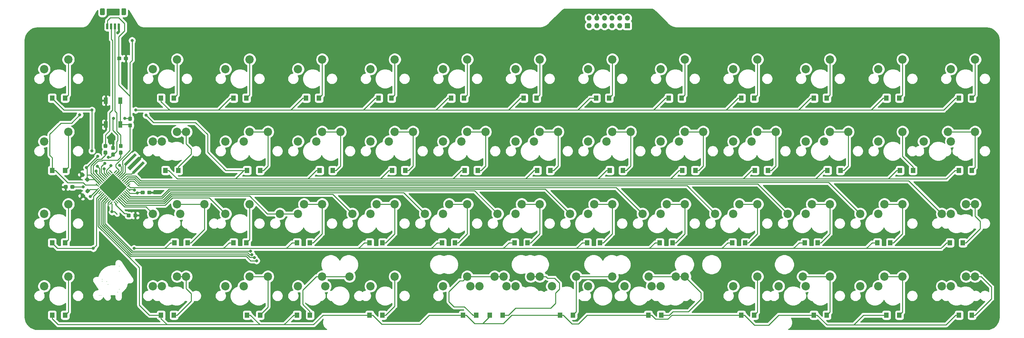
<source format=gbl>
G04 #@! TF.GenerationSoftware,KiCad,Pcbnew,(5.1.2)-1*
G04 #@! TF.CreationDate,2021-05-25T07:10:53-07:00*
G04 #@! TF.ProjectId,theboulevard,74686562-6f75-46c6-9576-6172642e6b69,rev?*
G04 #@! TF.SameCoordinates,Original*
G04 #@! TF.FileFunction,Copper,L2,Bot*
G04 #@! TF.FilePolarity,Positive*
%FSLAX46Y46*%
G04 Gerber Fmt 4.6, Leading zero omitted, Abs format (unit mm)*
G04 Created by KiCad (PCBNEW (5.1.2)-1) date 2021-05-25 07:10:53*
%MOMM*%
%LPD*%
G04 APERTURE LIST*
%ADD10C,0.200000*%
%ADD11R,1.350000X1.350000*%
%ADD12O,1.350000X1.350000*%
%ADD13C,0.700000*%
%ADD14C,0.100000*%
%ADD15C,1.000000*%
%ADD16C,0.250000*%
%ADD17C,5.200000*%
%ADD18C,2.200000*%
%ADD19R,1.000000X1.700000*%
%ADD20C,0.950000*%
%ADD21C,1.200000*%
%ADD22C,0.600000*%
%ADD23R,1.200000X1.400000*%
%ADD24C,0.800000*%
%ADD25C,0.250000*%
%ADD26C,0.254000*%
G04 APERTURE END LIST*
D10*
X33582851Y-87090982D02*
X33582851Y-87090982D01*
X38419784Y-85451771D02*
X38419784Y-85451771D01*
X38414740Y-79392576D02*
X38414740Y-79392576D01*
X38418663Y-80767832D02*
X38418663Y-80767832D01*
X33886595Y-83328923D02*
X33886595Y-83328923D01*
X33890518Y-82836880D02*
X33890518Y-82836880D01*
X37929982Y-86250361D02*
X37929982Y-86250361D01*
X35425492Y-84180753D02*
X35425492Y-84180753D01*
X35120627Y-83412425D02*
X35120627Y-83412425D01*
X33112103Y-87083136D02*
X33112103Y-87083136D01*
D11*
X171785000Y-16090000D03*
D12*
X171785000Y-14090000D03*
X169785000Y-16090000D03*
X169785000Y-14090000D03*
X167785000Y-16090000D03*
X167785000Y-14090000D03*
X165785000Y-16090000D03*
X165785000Y-14090000D03*
X163785000Y-16090000D03*
X163785000Y-14090000D03*
X161785000Y-16090000D03*
X161785000Y-14090000D03*
D13*
X43385660Y-53460660D03*
D14*
G36*
X41688604Y-54662742D02*
G01*
X44587742Y-51763604D01*
X45082716Y-52258578D01*
X42183578Y-55157716D01*
X41688604Y-54662742D01*
X41688604Y-54662742D01*
G37*
D15*
X42325000Y-52400000D03*
D14*
G36*
X40521878Y-53496016D02*
G01*
X43421016Y-50596878D01*
X44128122Y-51303984D01*
X41228984Y-54203122D01*
X40521878Y-53496016D01*
X40521878Y-53496016D01*
G37*
D13*
X41264340Y-51339340D03*
D14*
G36*
X39567284Y-52541422D02*
G01*
X42466422Y-49642284D01*
X42961396Y-50137258D01*
X40062258Y-53036396D01*
X39567284Y-52541422D01*
X39567284Y-52541422D01*
G37*
G36*
X32917572Y-58804933D02*
G01*
X32923639Y-58805833D01*
X32929589Y-58807323D01*
X32935364Y-58809390D01*
X32940908Y-58812012D01*
X32946169Y-58815165D01*
X32951096Y-58818819D01*
X32955640Y-58822938D01*
X33044028Y-58911326D01*
X33048147Y-58915870D01*
X33051801Y-58920797D01*
X33054954Y-58926058D01*
X33057576Y-58931602D01*
X33059643Y-58937377D01*
X33061133Y-58943327D01*
X33062033Y-58949394D01*
X33062334Y-58955520D01*
X33062033Y-58961646D01*
X33061133Y-58967713D01*
X33059643Y-58973663D01*
X33057576Y-58979438D01*
X33054954Y-58984982D01*
X33051801Y-58990243D01*
X33048147Y-58995170D01*
X33044028Y-58999714D01*
X32372276Y-59671466D01*
X32367732Y-59675585D01*
X32362805Y-59679239D01*
X32357544Y-59682392D01*
X32352000Y-59685014D01*
X32346225Y-59687081D01*
X32340275Y-59688571D01*
X32334208Y-59689471D01*
X32328082Y-59689772D01*
X32321956Y-59689471D01*
X32315889Y-59688571D01*
X32309939Y-59687081D01*
X32304164Y-59685014D01*
X32298620Y-59682392D01*
X32293359Y-59679239D01*
X32288432Y-59675585D01*
X32283888Y-59671466D01*
X32195500Y-59583078D01*
X32191381Y-59578534D01*
X32187727Y-59573607D01*
X32184574Y-59568346D01*
X32181952Y-59562802D01*
X32179885Y-59557027D01*
X32178395Y-59551077D01*
X32177495Y-59545010D01*
X32177194Y-59538884D01*
X32177495Y-59532758D01*
X32178395Y-59526691D01*
X32179885Y-59520741D01*
X32181952Y-59514966D01*
X32184574Y-59509422D01*
X32187727Y-59504161D01*
X32191381Y-59499234D01*
X32195500Y-59494690D01*
X32867252Y-58822938D01*
X32871796Y-58818819D01*
X32876723Y-58815165D01*
X32881984Y-58812012D01*
X32887528Y-58809390D01*
X32893303Y-58807323D01*
X32899253Y-58805833D01*
X32905320Y-58804933D01*
X32911446Y-58804632D01*
X32917572Y-58804933D01*
X32917572Y-58804933D01*
G37*
D16*
X32619764Y-59247202D03*
D14*
G36*
X33271126Y-59158486D02*
G01*
X33277193Y-59159386D01*
X33283143Y-59160876D01*
X33288918Y-59162943D01*
X33294462Y-59165565D01*
X33299723Y-59168718D01*
X33304650Y-59172372D01*
X33309194Y-59176491D01*
X33397582Y-59264879D01*
X33401701Y-59269423D01*
X33405355Y-59274350D01*
X33408508Y-59279611D01*
X33411130Y-59285155D01*
X33413197Y-59290930D01*
X33414687Y-59296880D01*
X33415587Y-59302947D01*
X33415888Y-59309073D01*
X33415587Y-59315199D01*
X33414687Y-59321266D01*
X33413197Y-59327216D01*
X33411130Y-59332991D01*
X33408508Y-59338535D01*
X33405355Y-59343796D01*
X33401701Y-59348723D01*
X33397582Y-59353267D01*
X32725830Y-60025019D01*
X32721286Y-60029138D01*
X32716359Y-60032792D01*
X32711098Y-60035945D01*
X32705554Y-60038567D01*
X32699779Y-60040634D01*
X32693829Y-60042124D01*
X32687762Y-60043024D01*
X32681636Y-60043325D01*
X32675510Y-60043024D01*
X32669443Y-60042124D01*
X32663493Y-60040634D01*
X32657718Y-60038567D01*
X32652174Y-60035945D01*
X32646913Y-60032792D01*
X32641986Y-60029138D01*
X32637442Y-60025019D01*
X32549054Y-59936631D01*
X32544935Y-59932087D01*
X32541281Y-59927160D01*
X32538128Y-59921899D01*
X32535506Y-59916355D01*
X32533439Y-59910580D01*
X32531949Y-59904630D01*
X32531049Y-59898563D01*
X32530748Y-59892437D01*
X32531049Y-59886311D01*
X32531949Y-59880244D01*
X32533439Y-59874294D01*
X32535506Y-59868519D01*
X32538128Y-59862975D01*
X32541281Y-59857714D01*
X32544935Y-59852787D01*
X32549054Y-59848243D01*
X33220806Y-59176491D01*
X33225350Y-59172372D01*
X33230277Y-59168718D01*
X33235538Y-59165565D01*
X33241082Y-59162943D01*
X33246857Y-59160876D01*
X33252807Y-59159386D01*
X33258874Y-59158486D01*
X33265000Y-59158185D01*
X33271126Y-59158486D01*
X33271126Y-59158486D01*
G37*
D16*
X32973318Y-59600755D03*
D14*
G36*
X33624679Y-59512040D02*
G01*
X33630746Y-59512940D01*
X33636696Y-59514430D01*
X33642471Y-59516497D01*
X33648015Y-59519119D01*
X33653276Y-59522272D01*
X33658203Y-59525926D01*
X33662747Y-59530045D01*
X33751135Y-59618433D01*
X33755254Y-59622977D01*
X33758908Y-59627904D01*
X33762061Y-59633165D01*
X33764683Y-59638709D01*
X33766750Y-59644484D01*
X33768240Y-59650434D01*
X33769140Y-59656501D01*
X33769441Y-59662627D01*
X33769140Y-59668753D01*
X33768240Y-59674820D01*
X33766750Y-59680770D01*
X33764683Y-59686545D01*
X33762061Y-59692089D01*
X33758908Y-59697350D01*
X33755254Y-59702277D01*
X33751135Y-59706821D01*
X33079383Y-60378573D01*
X33074839Y-60382692D01*
X33069912Y-60386346D01*
X33064651Y-60389499D01*
X33059107Y-60392121D01*
X33053332Y-60394188D01*
X33047382Y-60395678D01*
X33041315Y-60396578D01*
X33035189Y-60396879D01*
X33029063Y-60396578D01*
X33022996Y-60395678D01*
X33017046Y-60394188D01*
X33011271Y-60392121D01*
X33005727Y-60389499D01*
X33000466Y-60386346D01*
X32995539Y-60382692D01*
X32990995Y-60378573D01*
X32902607Y-60290185D01*
X32898488Y-60285641D01*
X32894834Y-60280714D01*
X32891681Y-60275453D01*
X32889059Y-60269909D01*
X32886992Y-60264134D01*
X32885502Y-60258184D01*
X32884602Y-60252117D01*
X32884301Y-60245991D01*
X32884602Y-60239865D01*
X32885502Y-60233798D01*
X32886992Y-60227848D01*
X32889059Y-60222073D01*
X32891681Y-60216529D01*
X32894834Y-60211268D01*
X32898488Y-60206341D01*
X32902607Y-60201797D01*
X33574359Y-59530045D01*
X33578903Y-59525926D01*
X33583830Y-59522272D01*
X33589091Y-59519119D01*
X33594635Y-59516497D01*
X33600410Y-59514430D01*
X33606360Y-59512940D01*
X33612427Y-59512040D01*
X33618553Y-59511739D01*
X33624679Y-59512040D01*
X33624679Y-59512040D01*
G37*
D16*
X33326871Y-59954309D03*
D14*
G36*
X33978232Y-59865593D02*
G01*
X33984299Y-59866493D01*
X33990249Y-59867983D01*
X33996024Y-59870050D01*
X34001568Y-59872672D01*
X34006829Y-59875825D01*
X34011756Y-59879479D01*
X34016300Y-59883598D01*
X34104688Y-59971986D01*
X34108807Y-59976530D01*
X34112461Y-59981457D01*
X34115614Y-59986718D01*
X34118236Y-59992262D01*
X34120303Y-59998037D01*
X34121793Y-60003987D01*
X34122693Y-60010054D01*
X34122994Y-60016180D01*
X34122693Y-60022306D01*
X34121793Y-60028373D01*
X34120303Y-60034323D01*
X34118236Y-60040098D01*
X34115614Y-60045642D01*
X34112461Y-60050903D01*
X34108807Y-60055830D01*
X34104688Y-60060374D01*
X33432936Y-60732126D01*
X33428392Y-60736245D01*
X33423465Y-60739899D01*
X33418204Y-60743052D01*
X33412660Y-60745674D01*
X33406885Y-60747741D01*
X33400935Y-60749231D01*
X33394868Y-60750131D01*
X33388742Y-60750432D01*
X33382616Y-60750131D01*
X33376549Y-60749231D01*
X33370599Y-60747741D01*
X33364824Y-60745674D01*
X33359280Y-60743052D01*
X33354019Y-60739899D01*
X33349092Y-60736245D01*
X33344548Y-60732126D01*
X33256160Y-60643738D01*
X33252041Y-60639194D01*
X33248387Y-60634267D01*
X33245234Y-60629006D01*
X33242612Y-60623462D01*
X33240545Y-60617687D01*
X33239055Y-60611737D01*
X33238155Y-60605670D01*
X33237854Y-60599544D01*
X33238155Y-60593418D01*
X33239055Y-60587351D01*
X33240545Y-60581401D01*
X33242612Y-60575626D01*
X33245234Y-60570082D01*
X33248387Y-60564821D01*
X33252041Y-60559894D01*
X33256160Y-60555350D01*
X33927912Y-59883598D01*
X33932456Y-59879479D01*
X33937383Y-59875825D01*
X33942644Y-59872672D01*
X33948188Y-59870050D01*
X33953963Y-59867983D01*
X33959913Y-59866493D01*
X33965980Y-59865593D01*
X33972106Y-59865292D01*
X33978232Y-59865593D01*
X33978232Y-59865593D01*
G37*
D16*
X33680424Y-60307862D03*
D14*
G36*
X34331786Y-60219146D02*
G01*
X34337853Y-60220046D01*
X34343803Y-60221536D01*
X34349578Y-60223603D01*
X34355122Y-60226225D01*
X34360383Y-60229378D01*
X34365310Y-60233032D01*
X34369854Y-60237151D01*
X34458242Y-60325539D01*
X34462361Y-60330083D01*
X34466015Y-60335010D01*
X34469168Y-60340271D01*
X34471790Y-60345815D01*
X34473857Y-60351590D01*
X34475347Y-60357540D01*
X34476247Y-60363607D01*
X34476548Y-60369733D01*
X34476247Y-60375859D01*
X34475347Y-60381926D01*
X34473857Y-60387876D01*
X34471790Y-60393651D01*
X34469168Y-60399195D01*
X34466015Y-60404456D01*
X34462361Y-60409383D01*
X34458242Y-60413927D01*
X33786490Y-61085679D01*
X33781946Y-61089798D01*
X33777019Y-61093452D01*
X33771758Y-61096605D01*
X33766214Y-61099227D01*
X33760439Y-61101294D01*
X33754489Y-61102784D01*
X33748422Y-61103684D01*
X33742296Y-61103985D01*
X33736170Y-61103684D01*
X33730103Y-61102784D01*
X33724153Y-61101294D01*
X33718378Y-61099227D01*
X33712834Y-61096605D01*
X33707573Y-61093452D01*
X33702646Y-61089798D01*
X33698102Y-61085679D01*
X33609714Y-60997291D01*
X33605595Y-60992747D01*
X33601941Y-60987820D01*
X33598788Y-60982559D01*
X33596166Y-60977015D01*
X33594099Y-60971240D01*
X33592609Y-60965290D01*
X33591709Y-60959223D01*
X33591408Y-60953097D01*
X33591709Y-60946971D01*
X33592609Y-60940904D01*
X33594099Y-60934954D01*
X33596166Y-60929179D01*
X33598788Y-60923635D01*
X33601941Y-60918374D01*
X33605595Y-60913447D01*
X33609714Y-60908903D01*
X34281466Y-60237151D01*
X34286010Y-60233032D01*
X34290937Y-60229378D01*
X34296198Y-60226225D01*
X34301742Y-60223603D01*
X34307517Y-60221536D01*
X34313467Y-60220046D01*
X34319534Y-60219146D01*
X34325660Y-60218845D01*
X34331786Y-60219146D01*
X34331786Y-60219146D01*
G37*
D16*
X34033978Y-60661415D03*
D14*
G36*
X34685339Y-60572700D02*
G01*
X34691406Y-60573600D01*
X34697356Y-60575090D01*
X34703131Y-60577157D01*
X34708675Y-60579779D01*
X34713936Y-60582932D01*
X34718863Y-60586586D01*
X34723407Y-60590705D01*
X34811795Y-60679093D01*
X34815914Y-60683637D01*
X34819568Y-60688564D01*
X34822721Y-60693825D01*
X34825343Y-60699369D01*
X34827410Y-60705144D01*
X34828900Y-60711094D01*
X34829800Y-60717161D01*
X34830101Y-60723287D01*
X34829800Y-60729413D01*
X34828900Y-60735480D01*
X34827410Y-60741430D01*
X34825343Y-60747205D01*
X34822721Y-60752749D01*
X34819568Y-60758010D01*
X34815914Y-60762937D01*
X34811795Y-60767481D01*
X34140043Y-61439233D01*
X34135499Y-61443352D01*
X34130572Y-61447006D01*
X34125311Y-61450159D01*
X34119767Y-61452781D01*
X34113992Y-61454848D01*
X34108042Y-61456338D01*
X34101975Y-61457238D01*
X34095849Y-61457539D01*
X34089723Y-61457238D01*
X34083656Y-61456338D01*
X34077706Y-61454848D01*
X34071931Y-61452781D01*
X34066387Y-61450159D01*
X34061126Y-61447006D01*
X34056199Y-61443352D01*
X34051655Y-61439233D01*
X33963267Y-61350845D01*
X33959148Y-61346301D01*
X33955494Y-61341374D01*
X33952341Y-61336113D01*
X33949719Y-61330569D01*
X33947652Y-61324794D01*
X33946162Y-61318844D01*
X33945262Y-61312777D01*
X33944961Y-61306651D01*
X33945262Y-61300525D01*
X33946162Y-61294458D01*
X33947652Y-61288508D01*
X33949719Y-61282733D01*
X33952341Y-61277189D01*
X33955494Y-61271928D01*
X33959148Y-61267001D01*
X33963267Y-61262457D01*
X34635019Y-60590705D01*
X34639563Y-60586586D01*
X34644490Y-60582932D01*
X34649751Y-60579779D01*
X34655295Y-60577157D01*
X34661070Y-60575090D01*
X34667020Y-60573600D01*
X34673087Y-60572700D01*
X34679213Y-60572399D01*
X34685339Y-60572700D01*
X34685339Y-60572700D01*
G37*
D16*
X34387531Y-61014969D03*
D14*
G36*
X35038893Y-60926253D02*
G01*
X35044960Y-60927153D01*
X35050910Y-60928643D01*
X35056685Y-60930710D01*
X35062229Y-60933332D01*
X35067490Y-60936485D01*
X35072417Y-60940139D01*
X35076961Y-60944258D01*
X35165349Y-61032646D01*
X35169468Y-61037190D01*
X35173122Y-61042117D01*
X35176275Y-61047378D01*
X35178897Y-61052922D01*
X35180964Y-61058697D01*
X35182454Y-61064647D01*
X35183354Y-61070714D01*
X35183655Y-61076840D01*
X35183354Y-61082966D01*
X35182454Y-61089033D01*
X35180964Y-61094983D01*
X35178897Y-61100758D01*
X35176275Y-61106302D01*
X35173122Y-61111563D01*
X35169468Y-61116490D01*
X35165349Y-61121034D01*
X34493597Y-61792786D01*
X34489053Y-61796905D01*
X34484126Y-61800559D01*
X34478865Y-61803712D01*
X34473321Y-61806334D01*
X34467546Y-61808401D01*
X34461596Y-61809891D01*
X34455529Y-61810791D01*
X34449403Y-61811092D01*
X34443277Y-61810791D01*
X34437210Y-61809891D01*
X34431260Y-61808401D01*
X34425485Y-61806334D01*
X34419941Y-61803712D01*
X34414680Y-61800559D01*
X34409753Y-61796905D01*
X34405209Y-61792786D01*
X34316821Y-61704398D01*
X34312702Y-61699854D01*
X34309048Y-61694927D01*
X34305895Y-61689666D01*
X34303273Y-61684122D01*
X34301206Y-61678347D01*
X34299716Y-61672397D01*
X34298816Y-61666330D01*
X34298515Y-61660204D01*
X34298816Y-61654078D01*
X34299716Y-61648011D01*
X34301206Y-61642061D01*
X34303273Y-61636286D01*
X34305895Y-61630742D01*
X34309048Y-61625481D01*
X34312702Y-61620554D01*
X34316821Y-61616010D01*
X34988573Y-60944258D01*
X34993117Y-60940139D01*
X34998044Y-60936485D01*
X35003305Y-60933332D01*
X35008849Y-60930710D01*
X35014624Y-60928643D01*
X35020574Y-60927153D01*
X35026641Y-60926253D01*
X35032767Y-60925952D01*
X35038893Y-60926253D01*
X35038893Y-60926253D01*
G37*
D16*
X34741085Y-61368522D03*
D14*
G36*
X35392446Y-61279807D02*
G01*
X35398513Y-61280707D01*
X35404463Y-61282197D01*
X35410238Y-61284264D01*
X35415782Y-61286886D01*
X35421043Y-61290039D01*
X35425970Y-61293693D01*
X35430514Y-61297812D01*
X35518902Y-61386200D01*
X35523021Y-61390744D01*
X35526675Y-61395671D01*
X35529828Y-61400932D01*
X35532450Y-61406476D01*
X35534517Y-61412251D01*
X35536007Y-61418201D01*
X35536907Y-61424268D01*
X35537208Y-61430394D01*
X35536907Y-61436520D01*
X35536007Y-61442587D01*
X35534517Y-61448537D01*
X35532450Y-61454312D01*
X35529828Y-61459856D01*
X35526675Y-61465117D01*
X35523021Y-61470044D01*
X35518902Y-61474588D01*
X34847150Y-62146340D01*
X34842606Y-62150459D01*
X34837679Y-62154113D01*
X34832418Y-62157266D01*
X34826874Y-62159888D01*
X34821099Y-62161955D01*
X34815149Y-62163445D01*
X34809082Y-62164345D01*
X34802956Y-62164646D01*
X34796830Y-62164345D01*
X34790763Y-62163445D01*
X34784813Y-62161955D01*
X34779038Y-62159888D01*
X34773494Y-62157266D01*
X34768233Y-62154113D01*
X34763306Y-62150459D01*
X34758762Y-62146340D01*
X34670374Y-62057952D01*
X34666255Y-62053408D01*
X34662601Y-62048481D01*
X34659448Y-62043220D01*
X34656826Y-62037676D01*
X34654759Y-62031901D01*
X34653269Y-62025951D01*
X34652369Y-62019884D01*
X34652068Y-62013758D01*
X34652369Y-62007632D01*
X34653269Y-62001565D01*
X34654759Y-61995615D01*
X34656826Y-61989840D01*
X34659448Y-61984296D01*
X34662601Y-61979035D01*
X34666255Y-61974108D01*
X34670374Y-61969564D01*
X35342126Y-61297812D01*
X35346670Y-61293693D01*
X35351597Y-61290039D01*
X35356858Y-61286886D01*
X35362402Y-61284264D01*
X35368177Y-61282197D01*
X35374127Y-61280707D01*
X35380194Y-61279807D01*
X35386320Y-61279506D01*
X35392446Y-61279807D01*
X35392446Y-61279807D01*
G37*
D16*
X35094638Y-61722076D03*
D14*
G36*
X35745999Y-61633360D02*
G01*
X35752066Y-61634260D01*
X35758016Y-61635750D01*
X35763791Y-61637817D01*
X35769335Y-61640439D01*
X35774596Y-61643592D01*
X35779523Y-61647246D01*
X35784067Y-61651365D01*
X35872455Y-61739753D01*
X35876574Y-61744297D01*
X35880228Y-61749224D01*
X35883381Y-61754485D01*
X35886003Y-61760029D01*
X35888070Y-61765804D01*
X35889560Y-61771754D01*
X35890460Y-61777821D01*
X35890761Y-61783947D01*
X35890460Y-61790073D01*
X35889560Y-61796140D01*
X35888070Y-61802090D01*
X35886003Y-61807865D01*
X35883381Y-61813409D01*
X35880228Y-61818670D01*
X35876574Y-61823597D01*
X35872455Y-61828141D01*
X35200703Y-62499893D01*
X35196159Y-62504012D01*
X35191232Y-62507666D01*
X35185971Y-62510819D01*
X35180427Y-62513441D01*
X35174652Y-62515508D01*
X35168702Y-62516998D01*
X35162635Y-62517898D01*
X35156509Y-62518199D01*
X35150383Y-62517898D01*
X35144316Y-62516998D01*
X35138366Y-62515508D01*
X35132591Y-62513441D01*
X35127047Y-62510819D01*
X35121786Y-62507666D01*
X35116859Y-62504012D01*
X35112315Y-62499893D01*
X35023927Y-62411505D01*
X35019808Y-62406961D01*
X35016154Y-62402034D01*
X35013001Y-62396773D01*
X35010379Y-62391229D01*
X35008312Y-62385454D01*
X35006822Y-62379504D01*
X35005922Y-62373437D01*
X35005621Y-62367311D01*
X35005922Y-62361185D01*
X35006822Y-62355118D01*
X35008312Y-62349168D01*
X35010379Y-62343393D01*
X35013001Y-62337849D01*
X35016154Y-62332588D01*
X35019808Y-62327661D01*
X35023927Y-62323117D01*
X35695679Y-61651365D01*
X35700223Y-61647246D01*
X35705150Y-61643592D01*
X35710411Y-61640439D01*
X35715955Y-61637817D01*
X35721730Y-61635750D01*
X35727680Y-61634260D01*
X35733747Y-61633360D01*
X35739873Y-61633059D01*
X35745999Y-61633360D01*
X35745999Y-61633360D01*
G37*
D16*
X35448191Y-62075629D03*
D14*
G36*
X36099553Y-61986913D02*
G01*
X36105620Y-61987813D01*
X36111570Y-61989303D01*
X36117345Y-61991370D01*
X36122889Y-61993992D01*
X36128150Y-61997145D01*
X36133077Y-62000799D01*
X36137621Y-62004918D01*
X36226009Y-62093306D01*
X36230128Y-62097850D01*
X36233782Y-62102777D01*
X36236935Y-62108038D01*
X36239557Y-62113582D01*
X36241624Y-62119357D01*
X36243114Y-62125307D01*
X36244014Y-62131374D01*
X36244315Y-62137500D01*
X36244014Y-62143626D01*
X36243114Y-62149693D01*
X36241624Y-62155643D01*
X36239557Y-62161418D01*
X36236935Y-62166962D01*
X36233782Y-62172223D01*
X36230128Y-62177150D01*
X36226009Y-62181694D01*
X35554257Y-62853446D01*
X35549713Y-62857565D01*
X35544786Y-62861219D01*
X35539525Y-62864372D01*
X35533981Y-62866994D01*
X35528206Y-62869061D01*
X35522256Y-62870551D01*
X35516189Y-62871451D01*
X35510063Y-62871752D01*
X35503937Y-62871451D01*
X35497870Y-62870551D01*
X35491920Y-62869061D01*
X35486145Y-62866994D01*
X35480601Y-62864372D01*
X35475340Y-62861219D01*
X35470413Y-62857565D01*
X35465869Y-62853446D01*
X35377481Y-62765058D01*
X35373362Y-62760514D01*
X35369708Y-62755587D01*
X35366555Y-62750326D01*
X35363933Y-62744782D01*
X35361866Y-62739007D01*
X35360376Y-62733057D01*
X35359476Y-62726990D01*
X35359175Y-62720864D01*
X35359476Y-62714738D01*
X35360376Y-62708671D01*
X35361866Y-62702721D01*
X35363933Y-62696946D01*
X35366555Y-62691402D01*
X35369708Y-62686141D01*
X35373362Y-62681214D01*
X35377481Y-62676670D01*
X36049233Y-62004918D01*
X36053777Y-62000799D01*
X36058704Y-61997145D01*
X36063965Y-61993992D01*
X36069509Y-61991370D01*
X36075284Y-61989303D01*
X36081234Y-61987813D01*
X36087301Y-61986913D01*
X36093427Y-61986612D01*
X36099553Y-61986913D01*
X36099553Y-61986913D01*
G37*
D16*
X35801745Y-62429182D03*
D14*
G36*
X36453106Y-62340467D02*
G01*
X36459173Y-62341367D01*
X36465123Y-62342857D01*
X36470898Y-62344924D01*
X36476442Y-62347546D01*
X36481703Y-62350699D01*
X36486630Y-62354353D01*
X36491174Y-62358472D01*
X36579562Y-62446860D01*
X36583681Y-62451404D01*
X36587335Y-62456331D01*
X36590488Y-62461592D01*
X36593110Y-62467136D01*
X36595177Y-62472911D01*
X36596667Y-62478861D01*
X36597567Y-62484928D01*
X36597868Y-62491054D01*
X36597567Y-62497180D01*
X36596667Y-62503247D01*
X36595177Y-62509197D01*
X36593110Y-62514972D01*
X36590488Y-62520516D01*
X36587335Y-62525777D01*
X36583681Y-62530704D01*
X36579562Y-62535248D01*
X35907810Y-63207000D01*
X35903266Y-63211119D01*
X35898339Y-63214773D01*
X35893078Y-63217926D01*
X35887534Y-63220548D01*
X35881759Y-63222615D01*
X35875809Y-63224105D01*
X35869742Y-63225005D01*
X35863616Y-63225306D01*
X35857490Y-63225005D01*
X35851423Y-63224105D01*
X35845473Y-63222615D01*
X35839698Y-63220548D01*
X35834154Y-63217926D01*
X35828893Y-63214773D01*
X35823966Y-63211119D01*
X35819422Y-63207000D01*
X35731034Y-63118612D01*
X35726915Y-63114068D01*
X35723261Y-63109141D01*
X35720108Y-63103880D01*
X35717486Y-63098336D01*
X35715419Y-63092561D01*
X35713929Y-63086611D01*
X35713029Y-63080544D01*
X35712728Y-63074418D01*
X35713029Y-63068292D01*
X35713929Y-63062225D01*
X35715419Y-63056275D01*
X35717486Y-63050500D01*
X35720108Y-63044956D01*
X35723261Y-63039695D01*
X35726915Y-63034768D01*
X35731034Y-63030224D01*
X36402786Y-62358472D01*
X36407330Y-62354353D01*
X36412257Y-62350699D01*
X36417518Y-62347546D01*
X36423062Y-62344924D01*
X36428837Y-62342857D01*
X36434787Y-62341367D01*
X36440854Y-62340467D01*
X36446980Y-62340166D01*
X36453106Y-62340467D01*
X36453106Y-62340467D01*
G37*
D16*
X36155298Y-62782736D03*
D14*
G36*
X37054146Y-62340467D02*
G01*
X37060213Y-62341367D01*
X37066163Y-62342857D01*
X37071938Y-62344924D01*
X37077482Y-62347546D01*
X37082743Y-62350699D01*
X37087670Y-62354353D01*
X37092214Y-62358472D01*
X37763966Y-63030224D01*
X37768085Y-63034768D01*
X37771739Y-63039695D01*
X37774892Y-63044956D01*
X37777514Y-63050500D01*
X37779581Y-63056275D01*
X37781071Y-63062225D01*
X37781971Y-63068292D01*
X37782272Y-63074418D01*
X37781971Y-63080544D01*
X37781071Y-63086611D01*
X37779581Y-63092561D01*
X37777514Y-63098336D01*
X37774892Y-63103880D01*
X37771739Y-63109141D01*
X37768085Y-63114068D01*
X37763966Y-63118612D01*
X37675578Y-63207000D01*
X37671034Y-63211119D01*
X37666107Y-63214773D01*
X37660846Y-63217926D01*
X37655302Y-63220548D01*
X37649527Y-63222615D01*
X37643577Y-63224105D01*
X37637510Y-63225005D01*
X37631384Y-63225306D01*
X37625258Y-63225005D01*
X37619191Y-63224105D01*
X37613241Y-63222615D01*
X37607466Y-63220548D01*
X37601922Y-63217926D01*
X37596661Y-63214773D01*
X37591734Y-63211119D01*
X37587190Y-63207000D01*
X36915438Y-62535248D01*
X36911319Y-62530704D01*
X36907665Y-62525777D01*
X36904512Y-62520516D01*
X36901890Y-62514972D01*
X36899823Y-62509197D01*
X36898333Y-62503247D01*
X36897433Y-62497180D01*
X36897132Y-62491054D01*
X36897433Y-62484928D01*
X36898333Y-62478861D01*
X36899823Y-62472911D01*
X36901890Y-62467136D01*
X36904512Y-62461592D01*
X36907665Y-62456331D01*
X36911319Y-62451404D01*
X36915438Y-62446860D01*
X37003826Y-62358472D01*
X37008370Y-62354353D01*
X37013297Y-62350699D01*
X37018558Y-62347546D01*
X37024102Y-62344924D01*
X37029877Y-62342857D01*
X37035827Y-62341367D01*
X37041894Y-62340467D01*
X37048020Y-62340166D01*
X37054146Y-62340467D01*
X37054146Y-62340467D01*
G37*
D16*
X37339702Y-62782736D03*
D14*
G36*
X37407699Y-61986913D02*
G01*
X37413766Y-61987813D01*
X37419716Y-61989303D01*
X37425491Y-61991370D01*
X37431035Y-61993992D01*
X37436296Y-61997145D01*
X37441223Y-62000799D01*
X37445767Y-62004918D01*
X38117519Y-62676670D01*
X38121638Y-62681214D01*
X38125292Y-62686141D01*
X38128445Y-62691402D01*
X38131067Y-62696946D01*
X38133134Y-62702721D01*
X38134624Y-62708671D01*
X38135524Y-62714738D01*
X38135825Y-62720864D01*
X38135524Y-62726990D01*
X38134624Y-62733057D01*
X38133134Y-62739007D01*
X38131067Y-62744782D01*
X38128445Y-62750326D01*
X38125292Y-62755587D01*
X38121638Y-62760514D01*
X38117519Y-62765058D01*
X38029131Y-62853446D01*
X38024587Y-62857565D01*
X38019660Y-62861219D01*
X38014399Y-62864372D01*
X38008855Y-62866994D01*
X38003080Y-62869061D01*
X37997130Y-62870551D01*
X37991063Y-62871451D01*
X37984937Y-62871752D01*
X37978811Y-62871451D01*
X37972744Y-62870551D01*
X37966794Y-62869061D01*
X37961019Y-62866994D01*
X37955475Y-62864372D01*
X37950214Y-62861219D01*
X37945287Y-62857565D01*
X37940743Y-62853446D01*
X37268991Y-62181694D01*
X37264872Y-62177150D01*
X37261218Y-62172223D01*
X37258065Y-62166962D01*
X37255443Y-62161418D01*
X37253376Y-62155643D01*
X37251886Y-62149693D01*
X37250986Y-62143626D01*
X37250685Y-62137500D01*
X37250986Y-62131374D01*
X37251886Y-62125307D01*
X37253376Y-62119357D01*
X37255443Y-62113582D01*
X37258065Y-62108038D01*
X37261218Y-62102777D01*
X37264872Y-62097850D01*
X37268991Y-62093306D01*
X37357379Y-62004918D01*
X37361923Y-62000799D01*
X37366850Y-61997145D01*
X37372111Y-61993992D01*
X37377655Y-61991370D01*
X37383430Y-61989303D01*
X37389380Y-61987813D01*
X37395447Y-61986913D01*
X37401573Y-61986612D01*
X37407699Y-61986913D01*
X37407699Y-61986913D01*
G37*
D16*
X37693255Y-62429182D03*
D14*
G36*
X37761253Y-61633360D02*
G01*
X37767320Y-61634260D01*
X37773270Y-61635750D01*
X37779045Y-61637817D01*
X37784589Y-61640439D01*
X37789850Y-61643592D01*
X37794777Y-61647246D01*
X37799321Y-61651365D01*
X38471073Y-62323117D01*
X38475192Y-62327661D01*
X38478846Y-62332588D01*
X38481999Y-62337849D01*
X38484621Y-62343393D01*
X38486688Y-62349168D01*
X38488178Y-62355118D01*
X38489078Y-62361185D01*
X38489379Y-62367311D01*
X38489078Y-62373437D01*
X38488178Y-62379504D01*
X38486688Y-62385454D01*
X38484621Y-62391229D01*
X38481999Y-62396773D01*
X38478846Y-62402034D01*
X38475192Y-62406961D01*
X38471073Y-62411505D01*
X38382685Y-62499893D01*
X38378141Y-62504012D01*
X38373214Y-62507666D01*
X38367953Y-62510819D01*
X38362409Y-62513441D01*
X38356634Y-62515508D01*
X38350684Y-62516998D01*
X38344617Y-62517898D01*
X38338491Y-62518199D01*
X38332365Y-62517898D01*
X38326298Y-62516998D01*
X38320348Y-62515508D01*
X38314573Y-62513441D01*
X38309029Y-62510819D01*
X38303768Y-62507666D01*
X38298841Y-62504012D01*
X38294297Y-62499893D01*
X37622545Y-61828141D01*
X37618426Y-61823597D01*
X37614772Y-61818670D01*
X37611619Y-61813409D01*
X37608997Y-61807865D01*
X37606930Y-61802090D01*
X37605440Y-61796140D01*
X37604540Y-61790073D01*
X37604239Y-61783947D01*
X37604540Y-61777821D01*
X37605440Y-61771754D01*
X37606930Y-61765804D01*
X37608997Y-61760029D01*
X37611619Y-61754485D01*
X37614772Y-61749224D01*
X37618426Y-61744297D01*
X37622545Y-61739753D01*
X37710933Y-61651365D01*
X37715477Y-61647246D01*
X37720404Y-61643592D01*
X37725665Y-61640439D01*
X37731209Y-61637817D01*
X37736984Y-61635750D01*
X37742934Y-61634260D01*
X37749001Y-61633360D01*
X37755127Y-61633059D01*
X37761253Y-61633360D01*
X37761253Y-61633360D01*
G37*
D16*
X38046809Y-62075629D03*
D14*
G36*
X38114806Y-61279807D02*
G01*
X38120873Y-61280707D01*
X38126823Y-61282197D01*
X38132598Y-61284264D01*
X38138142Y-61286886D01*
X38143403Y-61290039D01*
X38148330Y-61293693D01*
X38152874Y-61297812D01*
X38824626Y-61969564D01*
X38828745Y-61974108D01*
X38832399Y-61979035D01*
X38835552Y-61984296D01*
X38838174Y-61989840D01*
X38840241Y-61995615D01*
X38841731Y-62001565D01*
X38842631Y-62007632D01*
X38842932Y-62013758D01*
X38842631Y-62019884D01*
X38841731Y-62025951D01*
X38840241Y-62031901D01*
X38838174Y-62037676D01*
X38835552Y-62043220D01*
X38832399Y-62048481D01*
X38828745Y-62053408D01*
X38824626Y-62057952D01*
X38736238Y-62146340D01*
X38731694Y-62150459D01*
X38726767Y-62154113D01*
X38721506Y-62157266D01*
X38715962Y-62159888D01*
X38710187Y-62161955D01*
X38704237Y-62163445D01*
X38698170Y-62164345D01*
X38692044Y-62164646D01*
X38685918Y-62164345D01*
X38679851Y-62163445D01*
X38673901Y-62161955D01*
X38668126Y-62159888D01*
X38662582Y-62157266D01*
X38657321Y-62154113D01*
X38652394Y-62150459D01*
X38647850Y-62146340D01*
X37976098Y-61474588D01*
X37971979Y-61470044D01*
X37968325Y-61465117D01*
X37965172Y-61459856D01*
X37962550Y-61454312D01*
X37960483Y-61448537D01*
X37958993Y-61442587D01*
X37958093Y-61436520D01*
X37957792Y-61430394D01*
X37958093Y-61424268D01*
X37958993Y-61418201D01*
X37960483Y-61412251D01*
X37962550Y-61406476D01*
X37965172Y-61400932D01*
X37968325Y-61395671D01*
X37971979Y-61390744D01*
X37976098Y-61386200D01*
X38064486Y-61297812D01*
X38069030Y-61293693D01*
X38073957Y-61290039D01*
X38079218Y-61286886D01*
X38084762Y-61284264D01*
X38090537Y-61282197D01*
X38096487Y-61280707D01*
X38102554Y-61279807D01*
X38108680Y-61279506D01*
X38114806Y-61279807D01*
X38114806Y-61279807D01*
G37*
D16*
X38400362Y-61722076D03*
D14*
G36*
X38468359Y-60926253D02*
G01*
X38474426Y-60927153D01*
X38480376Y-60928643D01*
X38486151Y-60930710D01*
X38491695Y-60933332D01*
X38496956Y-60936485D01*
X38501883Y-60940139D01*
X38506427Y-60944258D01*
X39178179Y-61616010D01*
X39182298Y-61620554D01*
X39185952Y-61625481D01*
X39189105Y-61630742D01*
X39191727Y-61636286D01*
X39193794Y-61642061D01*
X39195284Y-61648011D01*
X39196184Y-61654078D01*
X39196485Y-61660204D01*
X39196184Y-61666330D01*
X39195284Y-61672397D01*
X39193794Y-61678347D01*
X39191727Y-61684122D01*
X39189105Y-61689666D01*
X39185952Y-61694927D01*
X39182298Y-61699854D01*
X39178179Y-61704398D01*
X39089791Y-61792786D01*
X39085247Y-61796905D01*
X39080320Y-61800559D01*
X39075059Y-61803712D01*
X39069515Y-61806334D01*
X39063740Y-61808401D01*
X39057790Y-61809891D01*
X39051723Y-61810791D01*
X39045597Y-61811092D01*
X39039471Y-61810791D01*
X39033404Y-61809891D01*
X39027454Y-61808401D01*
X39021679Y-61806334D01*
X39016135Y-61803712D01*
X39010874Y-61800559D01*
X39005947Y-61796905D01*
X39001403Y-61792786D01*
X38329651Y-61121034D01*
X38325532Y-61116490D01*
X38321878Y-61111563D01*
X38318725Y-61106302D01*
X38316103Y-61100758D01*
X38314036Y-61094983D01*
X38312546Y-61089033D01*
X38311646Y-61082966D01*
X38311345Y-61076840D01*
X38311646Y-61070714D01*
X38312546Y-61064647D01*
X38314036Y-61058697D01*
X38316103Y-61052922D01*
X38318725Y-61047378D01*
X38321878Y-61042117D01*
X38325532Y-61037190D01*
X38329651Y-61032646D01*
X38418039Y-60944258D01*
X38422583Y-60940139D01*
X38427510Y-60936485D01*
X38432771Y-60933332D01*
X38438315Y-60930710D01*
X38444090Y-60928643D01*
X38450040Y-60927153D01*
X38456107Y-60926253D01*
X38462233Y-60925952D01*
X38468359Y-60926253D01*
X38468359Y-60926253D01*
G37*
D16*
X38753915Y-61368522D03*
D14*
G36*
X38821913Y-60572700D02*
G01*
X38827980Y-60573600D01*
X38833930Y-60575090D01*
X38839705Y-60577157D01*
X38845249Y-60579779D01*
X38850510Y-60582932D01*
X38855437Y-60586586D01*
X38859981Y-60590705D01*
X39531733Y-61262457D01*
X39535852Y-61267001D01*
X39539506Y-61271928D01*
X39542659Y-61277189D01*
X39545281Y-61282733D01*
X39547348Y-61288508D01*
X39548838Y-61294458D01*
X39549738Y-61300525D01*
X39550039Y-61306651D01*
X39549738Y-61312777D01*
X39548838Y-61318844D01*
X39547348Y-61324794D01*
X39545281Y-61330569D01*
X39542659Y-61336113D01*
X39539506Y-61341374D01*
X39535852Y-61346301D01*
X39531733Y-61350845D01*
X39443345Y-61439233D01*
X39438801Y-61443352D01*
X39433874Y-61447006D01*
X39428613Y-61450159D01*
X39423069Y-61452781D01*
X39417294Y-61454848D01*
X39411344Y-61456338D01*
X39405277Y-61457238D01*
X39399151Y-61457539D01*
X39393025Y-61457238D01*
X39386958Y-61456338D01*
X39381008Y-61454848D01*
X39375233Y-61452781D01*
X39369689Y-61450159D01*
X39364428Y-61447006D01*
X39359501Y-61443352D01*
X39354957Y-61439233D01*
X38683205Y-60767481D01*
X38679086Y-60762937D01*
X38675432Y-60758010D01*
X38672279Y-60752749D01*
X38669657Y-60747205D01*
X38667590Y-60741430D01*
X38666100Y-60735480D01*
X38665200Y-60729413D01*
X38664899Y-60723287D01*
X38665200Y-60717161D01*
X38666100Y-60711094D01*
X38667590Y-60705144D01*
X38669657Y-60699369D01*
X38672279Y-60693825D01*
X38675432Y-60688564D01*
X38679086Y-60683637D01*
X38683205Y-60679093D01*
X38771593Y-60590705D01*
X38776137Y-60586586D01*
X38781064Y-60582932D01*
X38786325Y-60579779D01*
X38791869Y-60577157D01*
X38797644Y-60575090D01*
X38803594Y-60573600D01*
X38809661Y-60572700D01*
X38815787Y-60572399D01*
X38821913Y-60572700D01*
X38821913Y-60572700D01*
G37*
D16*
X39107469Y-61014969D03*
D14*
G36*
X39175466Y-60219146D02*
G01*
X39181533Y-60220046D01*
X39187483Y-60221536D01*
X39193258Y-60223603D01*
X39198802Y-60226225D01*
X39204063Y-60229378D01*
X39208990Y-60233032D01*
X39213534Y-60237151D01*
X39885286Y-60908903D01*
X39889405Y-60913447D01*
X39893059Y-60918374D01*
X39896212Y-60923635D01*
X39898834Y-60929179D01*
X39900901Y-60934954D01*
X39902391Y-60940904D01*
X39903291Y-60946971D01*
X39903592Y-60953097D01*
X39903291Y-60959223D01*
X39902391Y-60965290D01*
X39900901Y-60971240D01*
X39898834Y-60977015D01*
X39896212Y-60982559D01*
X39893059Y-60987820D01*
X39889405Y-60992747D01*
X39885286Y-60997291D01*
X39796898Y-61085679D01*
X39792354Y-61089798D01*
X39787427Y-61093452D01*
X39782166Y-61096605D01*
X39776622Y-61099227D01*
X39770847Y-61101294D01*
X39764897Y-61102784D01*
X39758830Y-61103684D01*
X39752704Y-61103985D01*
X39746578Y-61103684D01*
X39740511Y-61102784D01*
X39734561Y-61101294D01*
X39728786Y-61099227D01*
X39723242Y-61096605D01*
X39717981Y-61093452D01*
X39713054Y-61089798D01*
X39708510Y-61085679D01*
X39036758Y-60413927D01*
X39032639Y-60409383D01*
X39028985Y-60404456D01*
X39025832Y-60399195D01*
X39023210Y-60393651D01*
X39021143Y-60387876D01*
X39019653Y-60381926D01*
X39018753Y-60375859D01*
X39018452Y-60369733D01*
X39018753Y-60363607D01*
X39019653Y-60357540D01*
X39021143Y-60351590D01*
X39023210Y-60345815D01*
X39025832Y-60340271D01*
X39028985Y-60335010D01*
X39032639Y-60330083D01*
X39036758Y-60325539D01*
X39125146Y-60237151D01*
X39129690Y-60233032D01*
X39134617Y-60229378D01*
X39139878Y-60226225D01*
X39145422Y-60223603D01*
X39151197Y-60221536D01*
X39157147Y-60220046D01*
X39163214Y-60219146D01*
X39169340Y-60218845D01*
X39175466Y-60219146D01*
X39175466Y-60219146D01*
G37*
D16*
X39461022Y-60661415D03*
D14*
G36*
X39529020Y-59865593D02*
G01*
X39535087Y-59866493D01*
X39541037Y-59867983D01*
X39546812Y-59870050D01*
X39552356Y-59872672D01*
X39557617Y-59875825D01*
X39562544Y-59879479D01*
X39567088Y-59883598D01*
X40238840Y-60555350D01*
X40242959Y-60559894D01*
X40246613Y-60564821D01*
X40249766Y-60570082D01*
X40252388Y-60575626D01*
X40254455Y-60581401D01*
X40255945Y-60587351D01*
X40256845Y-60593418D01*
X40257146Y-60599544D01*
X40256845Y-60605670D01*
X40255945Y-60611737D01*
X40254455Y-60617687D01*
X40252388Y-60623462D01*
X40249766Y-60629006D01*
X40246613Y-60634267D01*
X40242959Y-60639194D01*
X40238840Y-60643738D01*
X40150452Y-60732126D01*
X40145908Y-60736245D01*
X40140981Y-60739899D01*
X40135720Y-60743052D01*
X40130176Y-60745674D01*
X40124401Y-60747741D01*
X40118451Y-60749231D01*
X40112384Y-60750131D01*
X40106258Y-60750432D01*
X40100132Y-60750131D01*
X40094065Y-60749231D01*
X40088115Y-60747741D01*
X40082340Y-60745674D01*
X40076796Y-60743052D01*
X40071535Y-60739899D01*
X40066608Y-60736245D01*
X40062064Y-60732126D01*
X39390312Y-60060374D01*
X39386193Y-60055830D01*
X39382539Y-60050903D01*
X39379386Y-60045642D01*
X39376764Y-60040098D01*
X39374697Y-60034323D01*
X39373207Y-60028373D01*
X39372307Y-60022306D01*
X39372006Y-60016180D01*
X39372307Y-60010054D01*
X39373207Y-60003987D01*
X39374697Y-59998037D01*
X39376764Y-59992262D01*
X39379386Y-59986718D01*
X39382539Y-59981457D01*
X39386193Y-59976530D01*
X39390312Y-59971986D01*
X39478700Y-59883598D01*
X39483244Y-59879479D01*
X39488171Y-59875825D01*
X39493432Y-59872672D01*
X39498976Y-59870050D01*
X39504751Y-59867983D01*
X39510701Y-59866493D01*
X39516768Y-59865593D01*
X39522894Y-59865292D01*
X39529020Y-59865593D01*
X39529020Y-59865593D01*
G37*
D16*
X39814576Y-60307862D03*
D14*
G36*
X39882573Y-59512040D02*
G01*
X39888640Y-59512940D01*
X39894590Y-59514430D01*
X39900365Y-59516497D01*
X39905909Y-59519119D01*
X39911170Y-59522272D01*
X39916097Y-59525926D01*
X39920641Y-59530045D01*
X40592393Y-60201797D01*
X40596512Y-60206341D01*
X40600166Y-60211268D01*
X40603319Y-60216529D01*
X40605941Y-60222073D01*
X40608008Y-60227848D01*
X40609498Y-60233798D01*
X40610398Y-60239865D01*
X40610699Y-60245991D01*
X40610398Y-60252117D01*
X40609498Y-60258184D01*
X40608008Y-60264134D01*
X40605941Y-60269909D01*
X40603319Y-60275453D01*
X40600166Y-60280714D01*
X40596512Y-60285641D01*
X40592393Y-60290185D01*
X40504005Y-60378573D01*
X40499461Y-60382692D01*
X40494534Y-60386346D01*
X40489273Y-60389499D01*
X40483729Y-60392121D01*
X40477954Y-60394188D01*
X40472004Y-60395678D01*
X40465937Y-60396578D01*
X40459811Y-60396879D01*
X40453685Y-60396578D01*
X40447618Y-60395678D01*
X40441668Y-60394188D01*
X40435893Y-60392121D01*
X40430349Y-60389499D01*
X40425088Y-60386346D01*
X40420161Y-60382692D01*
X40415617Y-60378573D01*
X39743865Y-59706821D01*
X39739746Y-59702277D01*
X39736092Y-59697350D01*
X39732939Y-59692089D01*
X39730317Y-59686545D01*
X39728250Y-59680770D01*
X39726760Y-59674820D01*
X39725860Y-59668753D01*
X39725559Y-59662627D01*
X39725860Y-59656501D01*
X39726760Y-59650434D01*
X39728250Y-59644484D01*
X39730317Y-59638709D01*
X39732939Y-59633165D01*
X39736092Y-59627904D01*
X39739746Y-59622977D01*
X39743865Y-59618433D01*
X39832253Y-59530045D01*
X39836797Y-59525926D01*
X39841724Y-59522272D01*
X39846985Y-59519119D01*
X39852529Y-59516497D01*
X39858304Y-59514430D01*
X39864254Y-59512940D01*
X39870321Y-59512040D01*
X39876447Y-59511739D01*
X39882573Y-59512040D01*
X39882573Y-59512040D01*
G37*
D16*
X40168129Y-59954309D03*
D14*
G36*
X40236126Y-59158486D02*
G01*
X40242193Y-59159386D01*
X40248143Y-59160876D01*
X40253918Y-59162943D01*
X40259462Y-59165565D01*
X40264723Y-59168718D01*
X40269650Y-59172372D01*
X40274194Y-59176491D01*
X40945946Y-59848243D01*
X40950065Y-59852787D01*
X40953719Y-59857714D01*
X40956872Y-59862975D01*
X40959494Y-59868519D01*
X40961561Y-59874294D01*
X40963051Y-59880244D01*
X40963951Y-59886311D01*
X40964252Y-59892437D01*
X40963951Y-59898563D01*
X40963051Y-59904630D01*
X40961561Y-59910580D01*
X40959494Y-59916355D01*
X40956872Y-59921899D01*
X40953719Y-59927160D01*
X40950065Y-59932087D01*
X40945946Y-59936631D01*
X40857558Y-60025019D01*
X40853014Y-60029138D01*
X40848087Y-60032792D01*
X40842826Y-60035945D01*
X40837282Y-60038567D01*
X40831507Y-60040634D01*
X40825557Y-60042124D01*
X40819490Y-60043024D01*
X40813364Y-60043325D01*
X40807238Y-60043024D01*
X40801171Y-60042124D01*
X40795221Y-60040634D01*
X40789446Y-60038567D01*
X40783902Y-60035945D01*
X40778641Y-60032792D01*
X40773714Y-60029138D01*
X40769170Y-60025019D01*
X40097418Y-59353267D01*
X40093299Y-59348723D01*
X40089645Y-59343796D01*
X40086492Y-59338535D01*
X40083870Y-59332991D01*
X40081803Y-59327216D01*
X40080313Y-59321266D01*
X40079413Y-59315199D01*
X40079112Y-59309073D01*
X40079413Y-59302947D01*
X40080313Y-59296880D01*
X40081803Y-59290930D01*
X40083870Y-59285155D01*
X40086492Y-59279611D01*
X40089645Y-59274350D01*
X40093299Y-59269423D01*
X40097418Y-59264879D01*
X40185806Y-59176491D01*
X40190350Y-59172372D01*
X40195277Y-59168718D01*
X40200538Y-59165565D01*
X40206082Y-59162943D01*
X40211857Y-59160876D01*
X40217807Y-59159386D01*
X40223874Y-59158486D01*
X40230000Y-59158185D01*
X40236126Y-59158486D01*
X40236126Y-59158486D01*
G37*
D16*
X40521682Y-59600755D03*
D14*
G36*
X40589680Y-58804933D02*
G01*
X40595747Y-58805833D01*
X40601697Y-58807323D01*
X40607472Y-58809390D01*
X40613016Y-58812012D01*
X40618277Y-58815165D01*
X40623204Y-58818819D01*
X40627748Y-58822938D01*
X41299500Y-59494690D01*
X41303619Y-59499234D01*
X41307273Y-59504161D01*
X41310426Y-59509422D01*
X41313048Y-59514966D01*
X41315115Y-59520741D01*
X41316605Y-59526691D01*
X41317505Y-59532758D01*
X41317806Y-59538884D01*
X41317505Y-59545010D01*
X41316605Y-59551077D01*
X41315115Y-59557027D01*
X41313048Y-59562802D01*
X41310426Y-59568346D01*
X41307273Y-59573607D01*
X41303619Y-59578534D01*
X41299500Y-59583078D01*
X41211112Y-59671466D01*
X41206568Y-59675585D01*
X41201641Y-59679239D01*
X41196380Y-59682392D01*
X41190836Y-59685014D01*
X41185061Y-59687081D01*
X41179111Y-59688571D01*
X41173044Y-59689471D01*
X41166918Y-59689772D01*
X41160792Y-59689471D01*
X41154725Y-59688571D01*
X41148775Y-59687081D01*
X41143000Y-59685014D01*
X41137456Y-59682392D01*
X41132195Y-59679239D01*
X41127268Y-59675585D01*
X41122724Y-59671466D01*
X40450972Y-58999714D01*
X40446853Y-58995170D01*
X40443199Y-58990243D01*
X40440046Y-58984982D01*
X40437424Y-58979438D01*
X40435357Y-58973663D01*
X40433867Y-58967713D01*
X40432967Y-58961646D01*
X40432666Y-58955520D01*
X40432967Y-58949394D01*
X40433867Y-58943327D01*
X40435357Y-58937377D01*
X40437424Y-58931602D01*
X40440046Y-58926058D01*
X40443199Y-58920797D01*
X40446853Y-58915870D01*
X40450972Y-58911326D01*
X40539360Y-58822938D01*
X40543904Y-58818819D01*
X40548831Y-58815165D01*
X40554092Y-58812012D01*
X40559636Y-58809390D01*
X40565411Y-58807323D01*
X40571361Y-58805833D01*
X40577428Y-58804933D01*
X40583554Y-58804632D01*
X40589680Y-58804933D01*
X40589680Y-58804933D01*
G37*
D16*
X40875236Y-59247202D03*
D14*
G36*
X41173044Y-57620529D02*
G01*
X41179111Y-57621429D01*
X41185061Y-57622919D01*
X41190836Y-57624986D01*
X41196380Y-57627608D01*
X41201641Y-57630761D01*
X41206568Y-57634415D01*
X41211112Y-57638534D01*
X41299500Y-57726922D01*
X41303619Y-57731466D01*
X41307273Y-57736393D01*
X41310426Y-57741654D01*
X41313048Y-57747198D01*
X41315115Y-57752973D01*
X41316605Y-57758923D01*
X41317505Y-57764990D01*
X41317806Y-57771116D01*
X41317505Y-57777242D01*
X41316605Y-57783309D01*
X41315115Y-57789259D01*
X41313048Y-57795034D01*
X41310426Y-57800578D01*
X41307273Y-57805839D01*
X41303619Y-57810766D01*
X41299500Y-57815310D01*
X40627748Y-58487062D01*
X40623204Y-58491181D01*
X40618277Y-58494835D01*
X40613016Y-58497988D01*
X40607472Y-58500610D01*
X40601697Y-58502677D01*
X40595747Y-58504167D01*
X40589680Y-58505067D01*
X40583554Y-58505368D01*
X40577428Y-58505067D01*
X40571361Y-58504167D01*
X40565411Y-58502677D01*
X40559636Y-58500610D01*
X40554092Y-58497988D01*
X40548831Y-58494835D01*
X40543904Y-58491181D01*
X40539360Y-58487062D01*
X40450972Y-58398674D01*
X40446853Y-58394130D01*
X40443199Y-58389203D01*
X40440046Y-58383942D01*
X40437424Y-58378398D01*
X40435357Y-58372623D01*
X40433867Y-58366673D01*
X40432967Y-58360606D01*
X40432666Y-58354480D01*
X40432967Y-58348354D01*
X40433867Y-58342287D01*
X40435357Y-58336337D01*
X40437424Y-58330562D01*
X40440046Y-58325018D01*
X40443199Y-58319757D01*
X40446853Y-58314830D01*
X40450972Y-58310286D01*
X41122724Y-57638534D01*
X41127268Y-57634415D01*
X41132195Y-57630761D01*
X41137456Y-57627608D01*
X41143000Y-57624986D01*
X41148775Y-57622919D01*
X41154725Y-57621429D01*
X41160792Y-57620529D01*
X41166918Y-57620228D01*
X41173044Y-57620529D01*
X41173044Y-57620529D01*
G37*
D16*
X40875236Y-58062798D03*
D14*
G36*
X40819490Y-57266976D02*
G01*
X40825557Y-57267876D01*
X40831507Y-57269366D01*
X40837282Y-57271433D01*
X40842826Y-57274055D01*
X40848087Y-57277208D01*
X40853014Y-57280862D01*
X40857558Y-57284981D01*
X40945946Y-57373369D01*
X40950065Y-57377913D01*
X40953719Y-57382840D01*
X40956872Y-57388101D01*
X40959494Y-57393645D01*
X40961561Y-57399420D01*
X40963051Y-57405370D01*
X40963951Y-57411437D01*
X40964252Y-57417563D01*
X40963951Y-57423689D01*
X40963051Y-57429756D01*
X40961561Y-57435706D01*
X40959494Y-57441481D01*
X40956872Y-57447025D01*
X40953719Y-57452286D01*
X40950065Y-57457213D01*
X40945946Y-57461757D01*
X40274194Y-58133509D01*
X40269650Y-58137628D01*
X40264723Y-58141282D01*
X40259462Y-58144435D01*
X40253918Y-58147057D01*
X40248143Y-58149124D01*
X40242193Y-58150614D01*
X40236126Y-58151514D01*
X40230000Y-58151815D01*
X40223874Y-58151514D01*
X40217807Y-58150614D01*
X40211857Y-58149124D01*
X40206082Y-58147057D01*
X40200538Y-58144435D01*
X40195277Y-58141282D01*
X40190350Y-58137628D01*
X40185806Y-58133509D01*
X40097418Y-58045121D01*
X40093299Y-58040577D01*
X40089645Y-58035650D01*
X40086492Y-58030389D01*
X40083870Y-58024845D01*
X40081803Y-58019070D01*
X40080313Y-58013120D01*
X40079413Y-58007053D01*
X40079112Y-58000927D01*
X40079413Y-57994801D01*
X40080313Y-57988734D01*
X40081803Y-57982784D01*
X40083870Y-57977009D01*
X40086492Y-57971465D01*
X40089645Y-57966204D01*
X40093299Y-57961277D01*
X40097418Y-57956733D01*
X40769170Y-57284981D01*
X40773714Y-57280862D01*
X40778641Y-57277208D01*
X40783902Y-57274055D01*
X40789446Y-57271433D01*
X40795221Y-57269366D01*
X40801171Y-57267876D01*
X40807238Y-57266976D01*
X40813364Y-57266675D01*
X40819490Y-57266976D01*
X40819490Y-57266976D01*
G37*
D16*
X40521682Y-57709245D03*
D14*
G36*
X40465937Y-56913422D02*
G01*
X40472004Y-56914322D01*
X40477954Y-56915812D01*
X40483729Y-56917879D01*
X40489273Y-56920501D01*
X40494534Y-56923654D01*
X40499461Y-56927308D01*
X40504005Y-56931427D01*
X40592393Y-57019815D01*
X40596512Y-57024359D01*
X40600166Y-57029286D01*
X40603319Y-57034547D01*
X40605941Y-57040091D01*
X40608008Y-57045866D01*
X40609498Y-57051816D01*
X40610398Y-57057883D01*
X40610699Y-57064009D01*
X40610398Y-57070135D01*
X40609498Y-57076202D01*
X40608008Y-57082152D01*
X40605941Y-57087927D01*
X40603319Y-57093471D01*
X40600166Y-57098732D01*
X40596512Y-57103659D01*
X40592393Y-57108203D01*
X39920641Y-57779955D01*
X39916097Y-57784074D01*
X39911170Y-57787728D01*
X39905909Y-57790881D01*
X39900365Y-57793503D01*
X39894590Y-57795570D01*
X39888640Y-57797060D01*
X39882573Y-57797960D01*
X39876447Y-57798261D01*
X39870321Y-57797960D01*
X39864254Y-57797060D01*
X39858304Y-57795570D01*
X39852529Y-57793503D01*
X39846985Y-57790881D01*
X39841724Y-57787728D01*
X39836797Y-57784074D01*
X39832253Y-57779955D01*
X39743865Y-57691567D01*
X39739746Y-57687023D01*
X39736092Y-57682096D01*
X39732939Y-57676835D01*
X39730317Y-57671291D01*
X39728250Y-57665516D01*
X39726760Y-57659566D01*
X39725860Y-57653499D01*
X39725559Y-57647373D01*
X39725860Y-57641247D01*
X39726760Y-57635180D01*
X39728250Y-57629230D01*
X39730317Y-57623455D01*
X39732939Y-57617911D01*
X39736092Y-57612650D01*
X39739746Y-57607723D01*
X39743865Y-57603179D01*
X40415617Y-56931427D01*
X40420161Y-56927308D01*
X40425088Y-56923654D01*
X40430349Y-56920501D01*
X40435893Y-56917879D01*
X40441668Y-56915812D01*
X40447618Y-56914322D01*
X40453685Y-56913422D01*
X40459811Y-56913121D01*
X40465937Y-56913422D01*
X40465937Y-56913422D01*
G37*
D16*
X40168129Y-57355691D03*
D14*
G36*
X40112384Y-56559869D02*
G01*
X40118451Y-56560769D01*
X40124401Y-56562259D01*
X40130176Y-56564326D01*
X40135720Y-56566948D01*
X40140981Y-56570101D01*
X40145908Y-56573755D01*
X40150452Y-56577874D01*
X40238840Y-56666262D01*
X40242959Y-56670806D01*
X40246613Y-56675733D01*
X40249766Y-56680994D01*
X40252388Y-56686538D01*
X40254455Y-56692313D01*
X40255945Y-56698263D01*
X40256845Y-56704330D01*
X40257146Y-56710456D01*
X40256845Y-56716582D01*
X40255945Y-56722649D01*
X40254455Y-56728599D01*
X40252388Y-56734374D01*
X40249766Y-56739918D01*
X40246613Y-56745179D01*
X40242959Y-56750106D01*
X40238840Y-56754650D01*
X39567088Y-57426402D01*
X39562544Y-57430521D01*
X39557617Y-57434175D01*
X39552356Y-57437328D01*
X39546812Y-57439950D01*
X39541037Y-57442017D01*
X39535087Y-57443507D01*
X39529020Y-57444407D01*
X39522894Y-57444708D01*
X39516768Y-57444407D01*
X39510701Y-57443507D01*
X39504751Y-57442017D01*
X39498976Y-57439950D01*
X39493432Y-57437328D01*
X39488171Y-57434175D01*
X39483244Y-57430521D01*
X39478700Y-57426402D01*
X39390312Y-57338014D01*
X39386193Y-57333470D01*
X39382539Y-57328543D01*
X39379386Y-57323282D01*
X39376764Y-57317738D01*
X39374697Y-57311963D01*
X39373207Y-57306013D01*
X39372307Y-57299946D01*
X39372006Y-57293820D01*
X39372307Y-57287694D01*
X39373207Y-57281627D01*
X39374697Y-57275677D01*
X39376764Y-57269902D01*
X39379386Y-57264358D01*
X39382539Y-57259097D01*
X39386193Y-57254170D01*
X39390312Y-57249626D01*
X40062064Y-56577874D01*
X40066608Y-56573755D01*
X40071535Y-56570101D01*
X40076796Y-56566948D01*
X40082340Y-56564326D01*
X40088115Y-56562259D01*
X40094065Y-56560769D01*
X40100132Y-56559869D01*
X40106258Y-56559568D01*
X40112384Y-56559869D01*
X40112384Y-56559869D01*
G37*
D16*
X39814576Y-57002138D03*
D14*
G36*
X39758830Y-56206316D02*
G01*
X39764897Y-56207216D01*
X39770847Y-56208706D01*
X39776622Y-56210773D01*
X39782166Y-56213395D01*
X39787427Y-56216548D01*
X39792354Y-56220202D01*
X39796898Y-56224321D01*
X39885286Y-56312709D01*
X39889405Y-56317253D01*
X39893059Y-56322180D01*
X39896212Y-56327441D01*
X39898834Y-56332985D01*
X39900901Y-56338760D01*
X39902391Y-56344710D01*
X39903291Y-56350777D01*
X39903592Y-56356903D01*
X39903291Y-56363029D01*
X39902391Y-56369096D01*
X39900901Y-56375046D01*
X39898834Y-56380821D01*
X39896212Y-56386365D01*
X39893059Y-56391626D01*
X39889405Y-56396553D01*
X39885286Y-56401097D01*
X39213534Y-57072849D01*
X39208990Y-57076968D01*
X39204063Y-57080622D01*
X39198802Y-57083775D01*
X39193258Y-57086397D01*
X39187483Y-57088464D01*
X39181533Y-57089954D01*
X39175466Y-57090854D01*
X39169340Y-57091155D01*
X39163214Y-57090854D01*
X39157147Y-57089954D01*
X39151197Y-57088464D01*
X39145422Y-57086397D01*
X39139878Y-57083775D01*
X39134617Y-57080622D01*
X39129690Y-57076968D01*
X39125146Y-57072849D01*
X39036758Y-56984461D01*
X39032639Y-56979917D01*
X39028985Y-56974990D01*
X39025832Y-56969729D01*
X39023210Y-56964185D01*
X39021143Y-56958410D01*
X39019653Y-56952460D01*
X39018753Y-56946393D01*
X39018452Y-56940267D01*
X39018753Y-56934141D01*
X39019653Y-56928074D01*
X39021143Y-56922124D01*
X39023210Y-56916349D01*
X39025832Y-56910805D01*
X39028985Y-56905544D01*
X39032639Y-56900617D01*
X39036758Y-56896073D01*
X39708510Y-56224321D01*
X39713054Y-56220202D01*
X39717981Y-56216548D01*
X39723242Y-56213395D01*
X39728786Y-56210773D01*
X39734561Y-56208706D01*
X39740511Y-56207216D01*
X39746578Y-56206316D01*
X39752704Y-56206015D01*
X39758830Y-56206316D01*
X39758830Y-56206316D01*
G37*
D16*
X39461022Y-56648585D03*
D14*
G36*
X39405277Y-55852762D02*
G01*
X39411344Y-55853662D01*
X39417294Y-55855152D01*
X39423069Y-55857219D01*
X39428613Y-55859841D01*
X39433874Y-55862994D01*
X39438801Y-55866648D01*
X39443345Y-55870767D01*
X39531733Y-55959155D01*
X39535852Y-55963699D01*
X39539506Y-55968626D01*
X39542659Y-55973887D01*
X39545281Y-55979431D01*
X39547348Y-55985206D01*
X39548838Y-55991156D01*
X39549738Y-55997223D01*
X39550039Y-56003349D01*
X39549738Y-56009475D01*
X39548838Y-56015542D01*
X39547348Y-56021492D01*
X39545281Y-56027267D01*
X39542659Y-56032811D01*
X39539506Y-56038072D01*
X39535852Y-56042999D01*
X39531733Y-56047543D01*
X38859981Y-56719295D01*
X38855437Y-56723414D01*
X38850510Y-56727068D01*
X38845249Y-56730221D01*
X38839705Y-56732843D01*
X38833930Y-56734910D01*
X38827980Y-56736400D01*
X38821913Y-56737300D01*
X38815787Y-56737601D01*
X38809661Y-56737300D01*
X38803594Y-56736400D01*
X38797644Y-56734910D01*
X38791869Y-56732843D01*
X38786325Y-56730221D01*
X38781064Y-56727068D01*
X38776137Y-56723414D01*
X38771593Y-56719295D01*
X38683205Y-56630907D01*
X38679086Y-56626363D01*
X38675432Y-56621436D01*
X38672279Y-56616175D01*
X38669657Y-56610631D01*
X38667590Y-56604856D01*
X38666100Y-56598906D01*
X38665200Y-56592839D01*
X38664899Y-56586713D01*
X38665200Y-56580587D01*
X38666100Y-56574520D01*
X38667590Y-56568570D01*
X38669657Y-56562795D01*
X38672279Y-56557251D01*
X38675432Y-56551990D01*
X38679086Y-56547063D01*
X38683205Y-56542519D01*
X39354957Y-55870767D01*
X39359501Y-55866648D01*
X39364428Y-55862994D01*
X39369689Y-55859841D01*
X39375233Y-55857219D01*
X39381008Y-55855152D01*
X39386958Y-55853662D01*
X39393025Y-55852762D01*
X39399151Y-55852461D01*
X39405277Y-55852762D01*
X39405277Y-55852762D01*
G37*
D16*
X39107469Y-56295031D03*
D14*
G36*
X39051723Y-55499209D02*
G01*
X39057790Y-55500109D01*
X39063740Y-55501599D01*
X39069515Y-55503666D01*
X39075059Y-55506288D01*
X39080320Y-55509441D01*
X39085247Y-55513095D01*
X39089791Y-55517214D01*
X39178179Y-55605602D01*
X39182298Y-55610146D01*
X39185952Y-55615073D01*
X39189105Y-55620334D01*
X39191727Y-55625878D01*
X39193794Y-55631653D01*
X39195284Y-55637603D01*
X39196184Y-55643670D01*
X39196485Y-55649796D01*
X39196184Y-55655922D01*
X39195284Y-55661989D01*
X39193794Y-55667939D01*
X39191727Y-55673714D01*
X39189105Y-55679258D01*
X39185952Y-55684519D01*
X39182298Y-55689446D01*
X39178179Y-55693990D01*
X38506427Y-56365742D01*
X38501883Y-56369861D01*
X38496956Y-56373515D01*
X38491695Y-56376668D01*
X38486151Y-56379290D01*
X38480376Y-56381357D01*
X38474426Y-56382847D01*
X38468359Y-56383747D01*
X38462233Y-56384048D01*
X38456107Y-56383747D01*
X38450040Y-56382847D01*
X38444090Y-56381357D01*
X38438315Y-56379290D01*
X38432771Y-56376668D01*
X38427510Y-56373515D01*
X38422583Y-56369861D01*
X38418039Y-56365742D01*
X38329651Y-56277354D01*
X38325532Y-56272810D01*
X38321878Y-56267883D01*
X38318725Y-56262622D01*
X38316103Y-56257078D01*
X38314036Y-56251303D01*
X38312546Y-56245353D01*
X38311646Y-56239286D01*
X38311345Y-56233160D01*
X38311646Y-56227034D01*
X38312546Y-56220967D01*
X38314036Y-56215017D01*
X38316103Y-56209242D01*
X38318725Y-56203698D01*
X38321878Y-56198437D01*
X38325532Y-56193510D01*
X38329651Y-56188966D01*
X39001403Y-55517214D01*
X39005947Y-55513095D01*
X39010874Y-55509441D01*
X39016135Y-55506288D01*
X39021679Y-55503666D01*
X39027454Y-55501599D01*
X39033404Y-55500109D01*
X39039471Y-55499209D01*
X39045597Y-55498908D01*
X39051723Y-55499209D01*
X39051723Y-55499209D01*
G37*
D16*
X38753915Y-55941478D03*
D14*
G36*
X38698170Y-55145655D02*
G01*
X38704237Y-55146555D01*
X38710187Y-55148045D01*
X38715962Y-55150112D01*
X38721506Y-55152734D01*
X38726767Y-55155887D01*
X38731694Y-55159541D01*
X38736238Y-55163660D01*
X38824626Y-55252048D01*
X38828745Y-55256592D01*
X38832399Y-55261519D01*
X38835552Y-55266780D01*
X38838174Y-55272324D01*
X38840241Y-55278099D01*
X38841731Y-55284049D01*
X38842631Y-55290116D01*
X38842932Y-55296242D01*
X38842631Y-55302368D01*
X38841731Y-55308435D01*
X38840241Y-55314385D01*
X38838174Y-55320160D01*
X38835552Y-55325704D01*
X38832399Y-55330965D01*
X38828745Y-55335892D01*
X38824626Y-55340436D01*
X38152874Y-56012188D01*
X38148330Y-56016307D01*
X38143403Y-56019961D01*
X38138142Y-56023114D01*
X38132598Y-56025736D01*
X38126823Y-56027803D01*
X38120873Y-56029293D01*
X38114806Y-56030193D01*
X38108680Y-56030494D01*
X38102554Y-56030193D01*
X38096487Y-56029293D01*
X38090537Y-56027803D01*
X38084762Y-56025736D01*
X38079218Y-56023114D01*
X38073957Y-56019961D01*
X38069030Y-56016307D01*
X38064486Y-56012188D01*
X37976098Y-55923800D01*
X37971979Y-55919256D01*
X37968325Y-55914329D01*
X37965172Y-55909068D01*
X37962550Y-55903524D01*
X37960483Y-55897749D01*
X37958993Y-55891799D01*
X37958093Y-55885732D01*
X37957792Y-55879606D01*
X37958093Y-55873480D01*
X37958993Y-55867413D01*
X37960483Y-55861463D01*
X37962550Y-55855688D01*
X37965172Y-55850144D01*
X37968325Y-55844883D01*
X37971979Y-55839956D01*
X37976098Y-55835412D01*
X38647850Y-55163660D01*
X38652394Y-55159541D01*
X38657321Y-55155887D01*
X38662582Y-55152734D01*
X38668126Y-55150112D01*
X38673901Y-55148045D01*
X38679851Y-55146555D01*
X38685918Y-55145655D01*
X38692044Y-55145354D01*
X38698170Y-55145655D01*
X38698170Y-55145655D01*
G37*
D16*
X38400362Y-55587924D03*
D14*
G36*
X38344617Y-54792102D02*
G01*
X38350684Y-54793002D01*
X38356634Y-54794492D01*
X38362409Y-54796559D01*
X38367953Y-54799181D01*
X38373214Y-54802334D01*
X38378141Y-54805988D01*
X38382685Y-54810107D01*
X38471073Y-54898495D01*
X38475192Y-54903039D01*
X38478846Y-54907966D01*
X38481999Y-54913227D01*
X38484621Y-54918771D01*
X38486688Y-54924546D01*
X38488178Y-54930496D01*
X38489078Y-54936563D01*
X38489379Y-54942689D01*
X38489078Y-54948815D01*
X38488178Y-54954882D01*
X38486688Y-54960832D01*
X38484621Y-54966607D01*
X38481999Y-54972151D01*
X38478846Y-54977412D01*
X38475192Y-54982339D01*
X38471073Y-54986883D01*
X37799321Y-55658635D01*
X37794777Y-55662754D01*
X37789850Y-55666408D01*
X37784589Y-55669561D01*
X37779045Y-55672183D01*
X37773270Y-55674250D01*
X37767320Y-55675740D01*
X37761253Y-55676640D01*
X37755127Y-55676941D01*
X37749001Y-55676640D01*
X37742934Y-55675740D01*
X37736984Y-55674250D01*
X37731209Y-55672183D01*
X37725665Y-55669561D01*
X37720404Y-55666408D01*
X37715477Y-55662754D01*
X37710933Y-55658635D01*
X37622545Y-55570247D01*
X37618426Y-55565703D01*
X37614772Y-55560776D01*
X37611619Y-55555515D01*
X37608997Y-55549971D01*
X37606930Y-55544196D01*
X37605440Y-55538246D01*
X37604540Y-55532179D01*
X37604239Y-55526053D01*
X37604540Y-55519927D01*
X37605440Y-55513860D01*
X37606930Y-55507910D01*
X37608997Y-55502135D01*
X37611619Y-55496591D01*
X37614772Y-55491330D01*
X37618426Y-55486403D01*
X37622545Y-55481859D01*
X38294297Y-54810107D01*
X38298841Y-54805988D01*
X38303768Y-54802334D01*
X38309029Y-54799181D01*
X38314573Y-54796559D01*
X38320348Y-54794492D01*
X38326298Y-54793002D01*
X38332365Y-54792102D01*
X38338491Y-54791801D01*
X38344617Y-54792102D01*
X38344617Y-54792102D01*
G37*
D16*
X38046809Y-55234371D03*
D14*
G36*
X37991063Y-54438549D02*
G01*
X37997130Y-54439449D01*
X38003080Y-54440939D01*
X38008855Y-54443006D01*
X38014399Y-54445628D01*
X38019660Y-54448781D01*
X38024587Y-54452435D01*
X38029131Y-54456554D01*
X38117519Y-54544942D01*
X38121638Y-54549486D01*
X38125292Y-54554413D01*
X38128445Y-54559674D01*
X38131067Y-54565218D01*
X38133134Y-54570993D01*
X38134624Y-54576943D01*
X38135524Y-54583010D01*
X38135825Y-54589136D01*
X38135524Y-54595262D01*
X38134624Y-54601329D01*
X38133134Y-54607279D01*
X38131067Y-54613054D01*
X38128445Y-54618598D01*
X38125292Y-54623859D01*
X38121638Y-54628786D01*
X38117519Y-54633330D01*
X37445767Y-55305082D01*
X37441223Y-55309201D01*
X37436296Y-55312855D01*
X37431035Y-55316008D01*
X37425491Y-55318630D01*
X37419716Y-55320697D01*
X37413766Y-55322187D01*
X37407699Y-55323087D01*
X37401573Y-55323388D01*
X37395447Y-55323087D01*
X37389380Y-55322187D01*
X37383430Y-55320697D01*
X37377655Y-55318630D01*
X37372111Y-55316008D01*
X37366850Y-55312855D01*
X37361923Y-55309201D01*
X37357379Y-55305082D01*
X37268991Y-55216694D01*
X37264872Y-55212150D01*
X37261218Y-55207223D01*
X37258065Y-55201962D01*
X37255443Y-55196418D01*
X37253376Y-55190643D01*
X37251886Y-55184693D01*
X37250986Y-55178626D01*
X37250685Y-55172500D01*
X37250986Y-55166374D01*
X37251886Y-55160307D01*
X37253376Y-55154357D01*
X37255443Y-55148582D01*
X37258065Y-55143038D01*
X37261218Y-55137777D01*
X37264872Y-55132850D01*
X37268991Y-55128306D01*
X37940743Y-54456554D01*
X37945287Y-54452435D01*
X37950214Y-54448781D01*
X37955475Y-54445628D01*
X37961019Y-54443006D01*
X37966794Y-54440939D01*
X37972744Y-54439449D01*
X37978811Y-54438549D01*
X37984937Y-54438248D01*
X37991063Y-54438549D01*
X37991063Y-54438549D01*
G37*
D16*
X37693255Y-54880818D03*
D14*
G36*
X37637510Y-54084995D02*
G01*
X37643577Y-54085895D01*
X37649527Y-54087385D01*
X37655302Y-54089452D01*
X37660846Y-54092074D01*
X37666107Y-54095227D01*
X37671034Y-54098881D01*
X37675578Y-54103000D01*
X37763966Y-54191388D01*
X37768085Y-54195932D01*
X37771739Y-54200859D01*
X37774892Y-54206120D01*
X37777514Y-54211664D01*
X37779581Y-54217439D01*
X37781071Y-54223389D01*
X37781971Y-54229456D01*
X37782272Y-54235582D01*
X37781971Y-54241708D01*
X37781071Y-54247775D01*
X37779581Y-54253725D01*
X37777514Y-54259500D01*
X37774892Y-54265044D01*
X37771739Y-54270305D01*
X37768085Y-54275232D01*
X37763966Y-54279776D01*
X37092214Y-54951528D01*
X37087670Y-54955647D01*
X37082743Y-54959301D01*
X37077482Y-54962454D01*
X37071938Y-54965076D01*
X37066163Y-54967143D01*
X37060213Y-54968633D01*
X37054146Y-54969533D01*
X37048020Y-54969834D01*
X37041894Y-54969533D01*
X37035827Y-54968633D01*
X37029877Y-54967143D01*
X37024102Y-54965076D01*
X37018558Y-54962454D01*
X37013297Y-54959301D01*
X37008370Y-54955647D01*
X37003826Y-54951528D01*
X36915438Y-54863140D01*
X36911319Y-54858596D01*
X36907665Y-54853669D01*
X36904512Y-54848408D01*
X36901890Y-54842864D01*
X36899823Y-54837089D01*
X36898333Y-54831139D01*
X36897433Y-54825072D01*
X36897132Y-54818946D01*
X36897433Y-54812820D01*
X36898333Y-54806753D01*
X36899823Y-54800803D01*
X36901890Y-54795028D01*
X36904512Y-54789484D01*
X36907665Y-54784223D01*
X36911319Y-54779296D01*
X36915438Y-54774752D01*
X37587190Y-54103000D01*
X37591734Y-54098881D01*
X37596661Y-54095227D01*
X37601922Y-54092074D01*
X37607466Y-54089452D01*
X37613241Y-54087385D01*
X37619191Y-54085895D01*
X37625258Y-54084995D01*
X37631384Y-54084694D01*
X37637510Y-54084995D01*
X37637510Y-54084995D01*
G37*
D16*
X37339702Y-54527264D03*
D14*
G36*
X35869742Y-54084995D02*
G01*
X35875809Y-54085895D01*
X35881759Y-54087385D01*
X35887534Y-54089452D01*
X35893078Y-54092074D01*
X35898339Y-54095227D01*
X35903266Y-54098881D01*
X35907810Y-54103000D01*
X36579562Y-54774752D01*
X36583681Y-54779296D01*
X36587335Y-54784223D01*
X36590488Y-54789484D01*
X36593110Y-54795028D01*
X36595177Y-54800803D01*
X36596667Y-54806753D01*
X36597567Y-54812820D01*
X36597868Y-54818946D01*
X36597567Y-54825072D01*
X36596667Y-54831139D01*
X36595177Y-54837089D01*
X36593110Y-54842864D01*
X36590488Y-54848408D01*
X36587335Y-54853669D01*
X36583681Y-54858596D01*
X36579562Y-54863140D01*
X36491174Y-54951528D01*
X36486630Y-54955647D01*
X36481703Y-54959301D01*
X36476442Y-54962454D01*
X36470898Y-54965076D01*
X36465123Y-54967143D01*
X36459173Y-54968633D01*
X36453106Y-54969533D01*
X36446980Y-54969834D01*
X36440854Y-54969533D01*
X36434787Y-54968633D01*
X36428837Y-54967143D01*
X36423062Y-54965076D01*
X36417518Y-54962454D01*
X36412257Y-54959301D01*
X36407330Y-54955647D01*
X36402786Y-54951528D01*
X35731034Y-54279776D01*
X35726915Y-54275232D01*
X35723261Y-54270305D01*
X35720108Y-54265044D01*
X35717486Y-54259500D01*
X35715419Y-54253725D01*
X35713929Y-54247775D01*
X35713029Y-54241708D01*
X35712728Y-54235582D01*
X35713029Y-54229456D01*
X35713929Y-54223389D01*
X35715419Y-54217439D01*
X35717486Y-54211664D01*
X35720108Y-54206120D01*
X35723261Y-54200859D01*
X35726915Y-54195932D01*
X35731034Y-54191388D01*
X35819422Y-54103000D01*
X35823966Y-54098881D01*
X35828893Y-54095227D01*
X35834154Y-54092074D01*
X35839698Y-54089452D01*
X35845473Y-54087385D01*
X35851423Y-54085895D01*
X35857490Y-54084995D01*
X35863616Y-54084694D01*
X35869742Y-54084995D01*
X35869742Y-54084995D01*
G37*
D16*
X36155298Y-54527264D03*
D14*
G36*
X35516189Y-54438549D02*
G01*
X35522256Y-54439449D01*
X35528206Y-54440939D01*
X35533981Y-54443006D01*
X35539525Y-54445628D01*
X35544786Y-54448781D01*
X35549713Y-54452435D01*
X35554257Y-54456554D01*
X36226009Y-55128306D01*
X36230128Y-55132850D01*
X36233782Y-55137777D01*
X36236935Y-55143038D01*
X36239557Y-55148582D01*
X36241624Y-55154357D01*
X36243114Y-55160307D01*
X36244014Y-55166374D01*
X36244315Y-55172500D01*
X36244014Y-55178626D01*
X36243114Y-55184693D01*
X36241624Y-55190643D01*
X36239557Y-55196418D01*
X36236935Y-55201962D01*
X36233782Y-55207223D01*
X36230128Y-55212150D01*
X36226009Y-55216694D01*
X36137621Y-55305082D01*
X36133077Y-55309201D01*
X36128150Y-55312855D01*
X36122889Y-55316008D01*
X36117345Y-55318630D01*
X36111570Y-55320697D01*
X36105620Y-55322187D01*
X36099553Y-55323087D01*
X36093427Y-55323388D01*
X36087301Y-55323087D01*
X36081234Y-55322187D01*
X36075284Y-55320697D01*
X36069509Y-55318630D01*
X36063965Y-55316008D01*
X36058704Y-55312855D01*
X36053777Y-55309201D01*
X36049233Y-55305082D01*
X35377481Y-54633330D01*
X35373362Y-54628786D01*
X35369708Y-54623859D01*
X35366555Y-54618598D01*
X35363933Y-54613054D01*
X35361866Y-54607279D01*
X35360376Y-54601329D01*
X35359476Y-54595262D01*
X35359175Y-54589136D01*
X35359476Y-54583010D01*
X35360376Y-54576943D01*
X35361866Y-54570993D01*
X35363933Y-54565218D01*
X35366555Y-54559674D01*
X35369708Y-54554413D01*
X35373362Y-54549486D01*
X35377481Y-54544942D01*
X35465869Y-54456554D01*
X35470413Y-54452435D01*
X35475340Y-54448781D01*
X35480601Y-54445628D01*
X35486145Y-54443006D01*
X35491920Y-54440939D01*
X35497870Y-54439449D01*
X35503937Y-54438549D01*
X35510063Y-54438248D01*
X35516189Y-54438549D01*
X35516189Y-54438549D01*
G37*
D16*
X35801745Y-54880818D03*
D14*
G36*
X35162635Y-54792102D02*
G01*
X35168702Y-54793002D01*
X35174652Y-54794492D01*
X35180427Y-54796559D01*
X35185971Y-54799181D01*
X35191232Y-54802334D01*
X35196159Y-54805988D01*
X35200703Y-54810107D01*
X35872455Y-55481859D01*
X35876574Y-55486403D01*
X35880228Y-55491330D01*
X35883381Y-55496591D01*
X35886003Y-55502135D01*
X35888070Y-55507910D01*
X35889560Y-55513860D01*
X35890460Y-55519927D01*
X35890761Y-55526053D01*
X35890460Y-55532179D01*
X35889560Y-55538246D01*
X35888070Y-55544196D01*
X35886003Y-55549971D01*
X35883381Y-55555515D01*
X35880228Y-55560776D01*
X35876574Y-55565703D01*
X35872455Y-55570247D01*
X35784067Y-55658635D01*
X35779523Y-55662754D01*
X35774596Y-55666408D01*
X35769335Y-55669561D01*
X35763791Y-55672183D01*
X35758016Y-55674250D01*
X35752066Y-55675740D01*
X35745999Y-55676640D01*
X35739873Y-55676941D01*
X35733747Y-55676640D01*
X35727680Y-55675740D01*
X35721730Y-55674250D01*
X35715955Y-55672183D01*
X35710411Y-55669561D01*
X35705150Y-55666408D01*
X35700223Y-55662754D01*
X35695679Y-55658635D01*
X35023927Y-54986883D01*
X35019808Y-54982339D01*
X35016154Y-54977412D01*
X35013001Y-54972151D01*
X35010379Y-54966607D01*
X35008312Y-54960832D01*
X35006822Y-54954882D01*
X35005922Y-54948815D01*
X35005621Y-54942689D01*
X35005922Y-54936563D01*
X35006822Y-54930496D01*
X35008312Y-54924546D01*
X35010379Y-54918771D01*
X35013001Y-54913227D01*
X35016154Y-54907966D01*
X35019808Y-54903039D01*
X35023927Y-54898495D01*
X35112315Y-54810107D01*
X35116859Y-54805988D01*
X35121786Y-54802334D01*
X35127047Y-54799181D01*
X35132591Y-54796559D01*
X35138366Y-54794492D01*
X35144316Y-54793002D01*
X35150383Y-54792102D01*
X35156509Y-54791801D01*
X35162635Y-54792102D01*
X35162635Y-54792102D01*
G37*
D16*
X35448191Y-55234371D03*
D14*
G36*
X34809082Y-55145655D02*
G01*
X34815149Y-55146555D01*
X34821099Y-55148045D01*
X34826874Y-55150112D01*
X34832418Y-55152734D01*
X34837679Y-55155887D01*
X34842606Y-55159541D01*
X34847150Y-55163660D01*
X35518902Y-55835412D01*
X35523021Y-55839956D01*
X35526675Y-55844883D01*
X35529828Y-55850144D01*
X35532450Y-55855688D01*
X35534517Y-55861463D01*
X35536007Y-55867413D01*
X35536907Y-55873480D01*
X35537208Y-55879606D01*
X35536907Y-55885732D01*
X35536007Y-55891799D01*
X35534517Y-55897749D01*
X35532450Y-55903524D01*
X35529828Y-55909068D01*
X35526675Y-55914329D01*
X35523021Y-55919256D01*
X35518902Y-55923800D01*
X35430514Y-56012188D01*
X35425970Y-56016307D01*
X35421043Y-56019961D01*
X35415782Y-56023114D01*
X35410238Y-56025736D01*
X35404463Y-56027803D01*
X35398513Y-56029293D01*
X35392446Y-56030193D01*
X35386320Y-56030494D01*
X35380194Y-56030193D01*
X35374127Y-56029293D01*
X35368177Y-56027803D01*
X35362402Y-56025736D01*
X35356858Y-56023114D01*
X35351597Y-56019961D01*
X35346670Y-56016307D01*
X35342126Y-56012188D01*
X34670374Y-55340436D01*
X34666255Y-55335892D01*
X34662601Y-55330965D01*
X34659448Y-55325704D01*
X34656826Y-55320160D01*
X34654759Y-55314385D01*
X34653269Y-55308435D01*
X34652369Y-55302368D01*
X34652068Y-55296242D01*
X34652369Y-55290116D01*
X34653269Y-55284049D01*
X34654759Y-55278099D01*
X34656826Y-55272324D01*
X34659448Y-55266780D01*
X34662601Y-55261519D01*
X34666255Y-55256592D01*
X34670374Y-55252048D01*
X34758762Y-55163660D01*
X34763306Y-55159541D01*
X34768233Y-55155887D01*
X34773494Y-55152734D01*
X34779038Y-55150112D01*
X34784813Y-55148045D01*
X34790763Y-55146555D01*
X34796830Y-55145655D01*
X34802956Y-55145354D01*
X34809082Y-55145655D01*
X34809082Y-55145655D01*
G37*
D16*
X35094638Y-55587924D03*
D14*
G36*
X34455529Y-55499209D02*
G01*
X34461596Y-55500109D01*
X34467546Y-55501599D01*
X34473321Y-55503666D01*
X34478865Y-55506288D01*
X34484126Y-55509441D01*
X34489053Y-55513095D01*
X34493597Y-55517214D01*
X35165349Y-56188966D01*
X35169468Y-56193510D01*
X35173122Y-56198437D01*
X35176275Y-56203698D01*
X35178897Y-56209242D01*
X35180964Y-56215017D01*
X35182454Y-56220967D01*
X35183354Y-56227034D01*
X35183655Y-56233160D01*
X35183354Y-56239286D01*
X35182454Y-56245353D01*
X35180964Y-56251303D01*
X35178897Y-56257078D01*
X35176275Y-56262622D01*
X35173122Y-56267883D01*
X35169468Y-56272810D01*
X35165349Y-56277354D01*
X35076961Y-56365742D01*
X35072417Y-56369861D01*
X35067490Y-56373515D01*
X35062229Y-56376668D01*
X35056685Y-56379290D01*
X35050910Y-56381357D01*
X35044960Y-56382847D01*
X35038893Y-56383747D01*
X35032767Y-56384048D01*
X35026641Y-56383747D01*
X35020574Y-56382847D01*
X35014624Y-56381357D01*
X35008849Y-56379290D01*
X35003305Y-56376668D01*
X34998044Y-56373515D01*
X34993117Y-56369861D01*
X34988573Y-56365742D01*
X34316821Y-55693990D01*
X34312702Y-55689446D01*
X34309048Y-55684519D01*
X34305895Y-55679258D01*
X34303273Y-55673714D01*
X34301206Y-55667939D01*
X34299716Y-55661989D01*
X34298816Y-55655922D01*
X34298515Y-55649796D01*
X34298816Y-55643670D01*
X34299716Y-55637603D01*
X34301206Y-55631653D01*
X34303273Y-55625878D01*
X34305895Y-55620334D01*
X34309048Y-55615073D01*
X34312702Y-55610146D01*
X34316821Y-55605602D01*
X34405209Y-55517214D01*
X34409753Y-55513095D01*
X34414680Y-55509441D01*
X34419941Y-55506288D01*
X34425485Y-55503666D01*
X34431260Y-55501599D01*
X34437210Y-55500109D01*
X34443277Y-55499209D01*
X34449403Y-55498908D01*
X34455529Y-55499209D01*
X34455529Y-55499209D01*
G37*
D16*
X34741085Y-55941478D03*
D14*
G36*
X34101975Y-55852762D02*
G01*
X34108042Y-55853662D01*
X34113992Y-55855152D01*
X34119767Y-55857219D01*
X34125311Y-55859841D01*
X34130572Y-55862994D01*
X34135499Y-55866648D01*
X34140043Y-55870767D01*
X34811795Y-56542519D01*
X34815914Y-56547063D01*
X34819568Y-56551990D01*
X34822721Y-56557251D01*
X34825343Y-56562795D01*
X34827410Y-56568570D01*
X34828900Y-56574520D01*
X34829800Y-56580587D01*
X34830101Y-56586713D01*
X34829800Y-56592839D01*
X34828900Y-56598906D01*
X34827410Y-56604856D01*
X34825343Y-56610631D01*
X34822721Y-56616175D01*
X34819568Y-56621436D01*
X34815914Y-56626363D01*
X34811795Y-56630907D01*
X34723407Y-56719295D01*
X34718863Y-56723414D01*
X34713936Y-56727068D01*
X34708675Y-56730221D01*
X34703131Y-56732843D01*
X34697356Y-56734910D01*
X34691406Y-56736400D01*
X34685339Y-56737300D01*
X34679213Y-56737601D01*
X34673087Y-56737300D01*
X34667020Y-56736400D01*
X34661070Y-56734910D01*
X34655295Y-56732843D01*
X34649751Y-56730221D01*
X34644490Y-56727068D01*
X34639563Y-56723414D01*
X34635019Y-56719295D01*
X33963267Y-56047543D01*
X33959148Y-56042999D01*
X33955494Y-56038072D01*
X33952341Y-56032811D01*
X33949719Y-56027267D01*
X33947652Y-56021492D01*
X33946162Y-56015542D01*
X33945262Y-56009475D01*
X33944961Y-56003349D01*
X33945262Y-55997223D01*
X33946162Y-55991156D01*
X33947652Y-55985206D01*
X33949719Y-55979431D01*
X33952341Y-55973887D01*
X33955494Y-55968626D01*
X33959148Y-55963699D01*
X33963267Y-55959155D01*
X34051655Y-55870767D01*
X34056199Y-55866648D01*
X34061126Y-55862994D01*
X34066387Y-55859841D01*
X34071931Y-55857219D01*
X34077706Y-55855152D01*
X34083656Y-55853662D01*
X34089723Y-55852762D01*
X34095849Y-55852461D01*
X34101975Y-55852762D01*
X34101975Y-55852762D01*
G37*
D16*
X34387531Y-56295031D03*
D14*
G36*
X33748422Y-56206316D02*
G01*
X33754489Y-56207216D01*
X33760439Y-56208706D01*
X33766214Y-56210773D01*
X33771758Y-56213395D01*
X33777019Y-56216548D01*
X33781946Y-56220202D01*
X33786490Y-56224321D01*
X34458242Y-56896073D01*
X34462361Y-56900617D01*
X34466015Y-56905544D01*
X34469168Y-56910805D01*
X34471790Y-56916349D01*
X34473857Y-56922124D01*
X34475347Y-56928074D01*
X34476247Y-56934141D01*
X34476548Y-56940267D01*
X34476247Y-56946393D01*
X34475347Y-56952460D01*
X34473857Y-56958410D01*
X34471790Y-56964185D01*
X34469168Y-56969729D01*
X34466015Y-56974990D01*
X34462361Y-56979917D01*
X34458242Y-56984461D01*
X34369854Y-57072849D01*
X34365310Y-57076968D01*
X34360383Y-57080622D01*
X34355122Y-57083775D01*
X34349578Y-57086397D01*
X34343803Y-57088464D01*
X34337853Y-57089954D01*
X34331786Y-57090854D01*
X34325660Y-57091155D01*
X34319534Y-57090854D01*
X34313467Y-57089954D01*
X34307517Y-57088464D01*
X34301742Y-57086397D01*
X34296198Y-57083775D01*
X34290937Y-57080622D01*
X34286010Y-57076968D01*
X34281466Y-57072849D01*
X33609714Y-56401097D01*
X33605595Y-56396553D01*
X33601941Y-56391626D01*
X33598788Y-56386365D01*
X33596166Y-56380821D01*
X33594099Y-56375046D01*
X33592609Y-56369096D01*
X33591709Y-56363029D01*
X33591408Y-56356903D01*
X33591709Y-56350777D01*
X33592609Y-56344710D01*
X33594099Y-56338760D01*
X33596166Y-56332985D01*
X33598788Y-56327441D01*
X33601941Y-56322180D01*
X33605595Y-56317253D01*
X33609714Y-56312709D01*
X33698102Y-56224321D01*
X33702646Y-56220202D01*
X33707573Y-56216548D01*
X33712834Y-56213395D01*
X33718378Y-56210773D01*
X33724153Y-56208706D01*
X33730103Y-56207216D01*
X33736170Y-56206316D01*
X33742296Y-56206015D01*
X33748422Y-56206316D01*
X33748422Y-56206316D01*
G37*
D16*
X34033978Y-56648585D03*
D14*
G36*
X33394868Y-56559869D02*
G01*
X33400935Y-56560769D01*
X33406885Y-56562259D01*
X33412660Y-56564326D01*
X33418204Y-56566948D01*
X33423465Y-56570101D01*
X33428392Y-56573755D01*
X33432936Y-56577874D01*
X34104688Y-57249626D01*
X34108807Y-57254170D01*
X34112461Y-57259097D01*
X34115614Y-57264358D01*
X34118236Y-57269902D01*
X34120303Y-57275677D01*
X34121793Y-57281627D01*
X34122693Y-57287694D01*
X34122994Y-57293820D01*
X34122693Y-57299946D01*
X34121793Y-57306013D01*
X34120303Y-57311963D01*
X34118236Y-57317738D01*
X34115614Y-57323282D01*
X34112461Y-57328543D01*
X34108807Y-57333470D01*
X34104688Y-57338014D01*
X34016300Y-57426402D01*
X34011756Y-57430521D01*
X34006829Y-57434175D01*
X34001568Y-57437328D01*
X33996024Y-57439950D01*
X33990249Y-57442017D01*
X33984299Y-57443507D01*
X33978232Y-57444407D01*
X33972106Y-57444708D01*
X33965980Y-57444407D01*
X33959913Y-57443507D01*
X33953963Y-57442017D01*
X33948188Y-57439950D01*
X33942644Y-57437328D01*
X33937383Y-57434175D01*
X33932456Y-57430521D01*
X33927912Y-57426402D01*
X33256160Y-56754650D01*
X33252041Y-56750106D01*
X33248387Y-56745179D01*
X33245234Y-56739918D01*
X33242612Y-56734374D01*
X33240545Y-56728599D01*
X33239055Y-56722649D01*
X33238155Y-56716582D01*
X33237854Y-56710456D01*
X33238155Y-56704330D01*
X33239055Y-56698263D01*
X33240545Y-56692313D01*
X33242612Y-56686538D01*
X33245234Y-56680994D01*
X33248387Y-56675733D01*
X33252041Y-56670806D01*
X33256160Y-56666262D01*
X33344548Y-56577874D01*
X33349092Y-56573755D01*
X33354019Y-56570101D01*
X33359280Y-56566948D01*
X33364824Y-56564326D01*
X33370599Y-56562259D01*
X33376549Y-56560769D01*
X33382616Y-56559869D01*
X33388742Y-56559568D01*
X33394868Y-56559869D01*
X33394868Y-56559869D01*
G37*
D16*
X33680424Y-57002138D03*
D14*
G36*
X33041315Y-56913422D02*
G01*
X33047382Y-56914322D01*
X33053332Y-56915812D01*
X33059107Y-56917879D01*
X33064651Y-56920501D01*
X33069912Y-56923654D01*
X33074839Y-56927308D01*
X33079383Y-56931427D01*
X33751135Y-57603179D01*
X33755254Y-57607723D01*
X33758908Y-57612650D01*
X33762061Y-57617911D01*
X33764683Y-57623455D01*
X33766750Y-57629230D01*
X33768240Y-57635180D01*
X33769140Y-57641247D01*
X33769441Y-57647373D01*
X33769140Y-57653499D01*
X33768240Y-57659566D01*
X33766750Y-57665516D01*
X33764683Y-57671291D01*
X33762061Y-57676835D01*
X33758908Y-57682096D01*
X33755254Y-57687023D01*
X33751135Y-57691567D01*
X33662747Y-57779955D01*
X33658203Y-57784074D01*
X33653276Y-57787728D01*
X33648015Y-57790881D01*
X33642471Y-57793503D01*
X33636696Y-57795570D01*
X33630746Y-57797060D01*
X33624679Y-57797960D01*
X33618553Y-57798261D01*
X33612427Y-57797960D01*
X33606360Y-57797060D01*
X33600410Y-57795570D01*
X33594635Y-57793503D01*
X33589091Y-57790881D01*
X33583830Y-57787728D01*
X33578903Y-57784074D01*
X33574359Y-57779955D01*
X32902607Y-57108203D01*
X32898488Y-57103659D01*
X32894834Y-57098732D01*
X32891681Y-57093471D01*
X32889059Y-57087927D01*
X32886992Y-57082152D01*
X32885502Y-57076202D01*
X32884602Y-57070135D01*
X32884301Y-57064009D01*
X32884602Y-57057883D01*
X32885502Y-57051816D01*
X32886992Y-57045866D01*
X32889059Y-57040091D01*
X32891681Y-57034547D01*
X32894834Y-57029286D01*
X32898488Y-57024359D01*
X32902607Y-57019815D01*
X32990995Y-56931427D01*
X32995539Y-56927308D01*
X33000466Y-56923654D01*
X33005727Y-56920501D01*
X33011271Y-56917879D01*
X33017046Y-56915812D01*
X33022996Y-56914322D01*
X33029063Y-56913422D01*
X33035189Y-56913121D01*
X33041315Y-56913422D01*
X33041315Y-56913422D01*
G37*
D16*
X33326871Y-57355691D03*
D14*
G36*
X32687762Y-57266976D02*
G01*
X32693829Y-57267876D01*
X32699779Y-57269366D01*
X32705554Y-57271433D01*
X32711098Y-57274055D01*
X32716359Y-57277208D01*
X32721286Y-57280862D01*
X32725830Y-57284981D01*
X33397582Y-57956733D01*
X33401701Y-57961277D01*
X33405355Y-57966204D01*
X33408508Y-57971465D01*
X33411130Y-57977009D01*
X33413197Y-57982784D01*
X33414687Y-57988734D01*
X33415587Y-57994801D01*
X33415888Y-58000927D01*
X33415587Y-58007053D01*
X33414687Y-58013120D01*
X33413197Y-58019070D01*
X33411130Y-58024845D01*
X33408508Y-58030389D01*
X33405355Y-58035650D01*
X33401701Y-58040577D01*
X33397582Y-58045121D01*
X33309194Y-58133509D01*
X33304650Y-58137628D01*
X33299723Y-58141282D01*
X33294462Y-58144435D01*
X33288918Y-58147057D01*
X33283143Y-58149124D01*
X33277193Y-58150614D01*
X33271126Y-58151514D01*
X33265000Y-58151815D01*
X33258874Y-58151514D01*
X33252807Y-58150614D01*
X33246857Y-58149124D01*
X33241082Y-58147057D01*
X33235538Y-58144435D01*
X33230277Y-58141282D01*
X33225350Y-58137628D01*
X33220806Y-58133509D01*
X32549054Y-57461757D01*
X32544935Y-57457213D01*
X32541281Y-57452286D01*
X32538128Y-57447025D01*
X32535506Y-57441481D01*
X32533439Y-57435706D01*
X32531949Y-57429756D01*
X32531049Y-57423689D01*
X32530748Y-57417563D01*
X32531049Y-57411437D01*
X32531949Y-57405370D01*
X32533439Y-57399420D01*
X32535506Y-57393645D01*
X32538128Y-57388101D01*
X32541281Y-57382840D01*
X32544935Y-57377913D01*
X32549054Y-57373369D01*
X32637442Y-57284981D01*
X32641986Y-57280862D01*
X32646913Y-57277208D01*
X32652174Y-57274055D01*
X32657718Y-57271433D01*
X32663493Y-57269366D01*
X32669443Y-57267876D01*
X32675510Y-57266976D01*
X32681636Y-57266675D01*
X32687762Y-57266976D01*
X32687762Y-57266976D01*
G37*
D16*
X32973318Y-57709245D03*
D14*
G36*
X32334208Y-57620529D02*
G01*
X32340275Y-57621429D01*
X32346225Y-57622919D01*
X32352000Y-57624986D01*
X32357544Y-57627608D01*
X32362805Y-57630761D01*
X32367732Y-57634415D01*
X32372276Y-57638534D01*
X33044028Y-58310286D01*
X33048147Y-58314830D01*
X33051801Y-58319757D01*
X33054954Y-58325018D01*
X33057576Y-58330562D01*
X33059643Y-58336337D01*
X33061133Y-58342287D01*
X33062033Y-58348354D01*
X33062334Y-58354480D01*
X33062033Y-58360606D01*
X33061133Y-58366673D01*
X33059643Y-58372623D01*
X33057576Y-58378398D01*
X33054954Y-58383942D01*
X33051801Y-58389203D01*
X33048147Y-58394130D01*
X33044028Y-58398674D01*
X32955640Y-58487062D01*
X32951096Y-58491181D01*
X32946169Y-58494835D01*
X32940908Y-58497988D01*
X32935364Y-58500610D01*
X32929589Y-58502677D01*
X32923639Y-58504167D01*
X32917572Y-58505067D01*
X32911446Y-58505368D01*
X32905320Y-58505067D01*
X32899253Y-58504167D01*
X32893303Y-58502677D01*
X32887528Y-58500610D01*
X32881984Y-58497988D01*
X32876723Y-58494835D01*
X32871796Y-58491181D01*
X32867252Y-58487062D01*
X32195500Y-57815310D01*
X32191381Y-57810766D01*
X32187727Y-57805839D01*
X32184574Y-57800578D01*
X32181952Y-57795034D01*
X32179885Y-57789259D01*
X32178395Y-57783309D01*
X32177495Y-57777242D01*
X32177194Y-57771116D01*
X32177495Y-57764990D01*
X32178395Y-57758923D01*
X32179885Y-57752973D01*
X32181952Y-57747198D01*
X32184574Y-57741654D01*
X32187727Y-57736393D01*
X32191381Y-57731466D01*
X32195500Y-57726922D01*
X32283888Y-57638534D01*
X32288432Y-57634415D01*
X32293359Y-57630761D01*
X32298620Y-57627608D01*
X32304164Y-57624986D01*
X32309939Y-57622919D01*
X32315889Y-57621429D01*
X32321956Y-57620529D01*
X32328082Y-57620228D01*
X32334208Y-57620529D01*
X32334208Y-57620529D01*
G37*
D16*
X32619764Y-58062798D03*
D14*
G36*
X36772004Y-55082802D02*
G01*
X36796273Y-55086402D01*
X36820071Y-55092363D01*
X36843171Y-55100628D01*
X36865349Y-55111118D01*
X36886393Y-55123731D01*
X36906098Y-55138345D01*
X36924277Y-55154821D01*
X40247679Y-58478223D01*
X40264155Y-58496402D01*
X40278769Y-58516107D01*
X40291382Y-58537151D01*
X40301872Y-58559329D01*
X40310137Y-58582429D01*
X40316098Y-58606227D01*
X40319698Y-58630496D01*
X40320902Y-58655000D01*
X40319698Y-58679504D01*
X40316098Y-58703773D01*
X40310137Y-58727571D01*
X40301872Y-58750671D01*
X40291382Y-58772849D01*
X40278769Y-58793893D01*
X40264155Y-58813598D01*
X40247679Y-58831777D01*
X36924277Y-62155179D01*
X36906098Y-62171655D01*
X36886393Y-62186269D01*
X36865349Y-62198882D01*
X36843171Y-62209372D01*
X36820071Y-62217637D01*
X36796273Y-62223598D01*
X36772004Y-62227198D01*
X36747500Y-62228402D01*
X36722996Y-62227198D01*
X36698727Y-62223598D01*
X36674929Y-62217637D01*
X36651829Y-62209372D01*
X36629651Y-62198882D01*
X36608607Y-62186269D01*
X36588902Y-62171655D01*
X36570723Y-62155179D01*
X33247321Y-58831777D01*
X33230845Y-58813598D01*
X33216231Y-58793893D01*
X33203618Y-58772849D01*
X33193128Y-58750671D01*
X33184863Y-58727571D01*
X33178902Y-58703773D01*
X33175302Y-58679504D01*
X33174098Y-58655000D01*
X33175302Y-58630496D01*
X33178902Y-58606227D01*
X33184863Y-58582429D01*
X33193128Y-58559329D01*
X33203618Y-58537151D01*
X33216231Y-58516107D01*
X33230845Y-58496402D01*
X33247321Y-58478223D01*
X36570723Y-55154821D01*
X36588902Y-55138345D01*
X36608607Y-55123731D01*
X36629651Y-55111118D01*
X36651829Y-55100628D01*
X36674929Y-55092363D01*
X36698727Y-55086402D01*
X36722996Y-55082802D01*
X36747500Y-55081598D01*
X36772004Y-55082802D01*
X36772004Y-55082802D01*
G37*
D17*
X36747500Y-58655000D03*
D18*
X158350000Y-82150000D03*
X152000000Y-84690000D03*
X136918750Y-82150000D03*
X130568750Y-84690000D03*
X184543750Y-82150000D03*
X178193750Y-84690000D03*
X146443750Y-82150000D03*
X140093750Y-84690000D03*
X211531250Y-84690000D03*
X217881250Y-82150000D03*
X98818750Y-82150000D03*
X92468750Y-84690000D03*
X260743750Y-82150000D03*
X254393750Y-84690000D03*
X55956250Y-82150000D03*
X49606250Y-84690000D03*
X77387500Y-82150000D03*
X71037500Y-84690000D03*
X239312500Y-82150000D03*
X232962500Y-84690000D03*
X171050000Y-84690000D03*
X177400000Y-82150000D03*
X158350000Y-82150000D03*
X152000000Y-84690000D03*
X139300000Y-82150000D03*
X132950000Y-84690000D03*
X80562500Y-65640000D03*
X86912500Y-63100000D03*
X60718750Y-63100000D03*
X54368750Y-65640000D03*
X260743750Y-63100000D03*
X254393750Y-65640000D03*
X232962500Y-65640000D03*
X239312500Y-63100000D03*
X213912500Y-65640000D03*
X220262500Y-63100000D03*
X194862500Y-65640000D03*
X201212500Y-63100000D03*
X175812500Y-65640000D03*
X182162500Y-63100000D03*
X156762500Y-65640000D03*
X163112500Y-63100000D03*
X137712500Y-65640000D03*
X144062500Y-63100000D03*
X118662500Y-65640000D03*
X125012500Y-63100000D03*
X99612500Y-65640000D03*
X105962500Y-63100000D03*
X255981250Y-44050000D03*
X249631250Y-46590000D03*
X256775000Y-46590000D03*
X263125000Y-44050000D03*
X223437500Y-46590000D03*
X229787500Y-44050000D03*
X218675000Y-46590000D03*
X225025000Y-44050000D03*
X204387500Y-46590000D03*
X210737500Y-44050000D03*
X199625000Y-46590000D03*
X205975000Y-44050000D03*
X185337500Y-46590000D03*
X191687500Y-44050000D03*
X180575000Y-46590000D03*
X186925000Y-44050000D03*
X166287500Y-46590000D03*
X172637500Y-44050000D03*
X161525000Y-46590000D03*
X167875000Y-44050000D03*
X147237500Y-46590000D03*
X153587500Y-44050000D03*
X142475000Y-46590000D03*
X148825000Y-44050000D03*
X128187500Y-46590000D03*
X134537500Y-44050000D03*
X123425000Y-46590000D03*
X129775000Y-44050000D03*
X109137500Y-46590000D03*
X115487500Y-44050000D03*
X104375000Y-46590000D03*
X110725000Y-44050000D03*
X90087500Y-46590000D03*
X96437500Y-44050000D03*
X85325000Y-46590000D03*
X91675000Y-44050000D03*
X71037500Y-46590000D03*
X77387500Y-44050000D03*
X66275000Y-46590000D03*
X72625000Y-44050000D03*
X55956250Y-44050000D03*
X49606250Y-46590000D03*
X47225000Y-46590000D03*
X53575000Y-44050000D03*
X256775000Y-84690000D03*
X263125000Y-82150000D03*
X237725000Y-84690000D03*
X244075000Y-82150000D03*
X218675000Y-84690000D03*
X225025000Y-82150000D03*
X199625000Y-84690000D03*
X205975000Y-82150000D03*
X180575000Y-84690000D03*
X186925000Y-82150000D03*
X161525000Y-84690000D03*
X167875000Y-82150000D03*
X142475000Y-84690000D03*
X148825000Y-82150000D03*
X123425000Y-84690000D03*
X129775000Y-82150000D03*
X104375000Y-84690000D03*
X110725000Y-82150000D03*
X85325000Y-84690000D03*
X91675000Y-82150000D03*
X66275000Y-84690000D03*
X72625000Y-82150000D03*
X47225000Y-84690000D03*
X53575000Y-82150000D03*
X18650000Y-84690000D03*
X25000000Y-82150000D03*
X256775000Y-65640000D03*
X263125000Y-63100000D03*
X237725000Y-65640000D03*
X244075000Y-63100000D03*
X218675000Y-65640000D03*
X225025000Y-63100000D03*
X199625000Y-65640000D03*
X205975000Y-63100000D03*
X180575000Y-65640000D03*
X186925000Y-63100000D03*
X161525000Y-65640000D03*
X167875000Y-63100000D03*
X142475000Y-65640000D03*
X148825000Y-63100000D03*
X123425000Y-65640000D03*
X129775000Y-63100000D03*
X104375000Y-65640000D03*
X110725000Y-63100000D03*
X85325000Y-65640000D03*
X91675000Y-63100000D03*
X66275000Y-65640000D03*
X72625000Y-63100000D03*
X47225000Y-65640000D03*
X53575000Y-63100000D03*
X18650000Y-65640000D03*
X25000000Y-63100000D03*
X237725000Y-46590000D03*
X244075000Y-44050000D03*
X18650000Y-46590000D03*
X25000000Y-44050000D03*
X256775000Y-27540000D03*
X263125000Y-25000000D03*
X237725000Y-27540000D03*
X244075000Y-25000000D03*
X218675000Y-27540000D03*
X225025000Y-25000000D03*
X199625000Y-27540000D03*
X205975000Y-25000000D03*
X180575000Y-27540000D03*
X186925000Y-25000000D03*
X161525000Y-27540000D03*
X167875000Y-25000000D03*
X142475000Y-27540000D03*
X148825000Y-25000000D03*
X123425000Y-27540000D03*
X129775000Y-25000000D03*
X104375000Y-27540000D03*
X110725000Y-25000000D03*
X85325000Y-27540000D03*
X91675000Y-25000000D03*
X66275000Y-27540000D03*
X72625000Y-25000000D03*
X47225000Y-27540000D03*
X53575000Y-25000000D03*
X18650000Y-27540000D03*
X25000000Y-25000000D03*
D19*
X38647500Y-42150000D03*
X38647500Y-35850000D03*
X34847500Y-42150000D03*
X34847500Y-35850000D03*
D14*
G36*
X41160779Y-65601144D02*
G01*
X41183834Y-65604563D01*
X41206443Y-65610227D01*
X41228387Y-65618079D01*
X41249457Y-65628044D01*
X41269448Y-65640026D01*
X41288168Y-65653910D01*
X41305438Y-65669562D01*
X41321090Y-65686832D01*
X41334974Y-65705552D01*
X41346956Y-65725543D01*
X41356921Y-65746613D01*
X41364773Y-65768557D01*
X41370437Y-65791166D01*
X41373856Y-65814221D01*
X41375000Y-65837500D01*
X41375000Y-66312500D01*
X41373856Y-66335779D01*
X41370437Y-66358834D01*
X41364773Y-66381443D01*
X41356921Y-66403387D01*
X41346956Y-66424457D01*
X41334974Y-66444448D01*
X41321090Y-66463168D01*
X41305438Y-66480438D01*
X41288168Y-66496090D01*
X41269448Y-66509974D01*
X41249457Y-66521956D01*
X41228387Y-66531921D01*
X41206443Y-66539773D01*
X41183834Y-66545437D01*
X41160779Y-66548856D01*
X41137500Y-66550000D01*
X40562500Y-66550000D01*
X40539221Y-66548856D01*
X40516166Y-66545437D01*
X40493557Y-66539773D01*
X40471613Y-66531921D01*
X40450543Y-66521956D01*
X40430552Y-66509974D01*
X40411832Y-66496090D01*
X40394562Y-66480438D01*
X40378910Y-66463168D01*
X40365026Y-66444448D01*
X40353044Y-66424457D01*
X40343079Y-66403387D01*
X40335227Y-66381443D01*
X40329563Y-66358834D01*
X40326144Y-66335779D01*
X40325000Y-66312500D01*
X40325000Y-65837500D01*
X40326144Y-65814221D01*
X40329563Y-65791166D01*
X40335227Y-65768557D01*
X40343079Y-65746613D01*
X40353044Y-65725543D01*
X40365026Y-65705552D01*
X40378910Y-65686832D01*
X40394562Y-65669562D01*
X40411832Y-65653910D01*
X40430552Y-65640026D01*
X40450543Y-65628044D01*
X40471613Y-65618079D01*
X40493557Y-65610227D01*
X40516166Y-65604563D01*
X40539221Y-65601144D01*
X40562500Y-65600000D01*
X41137500Y-65600000D01*
X41160779Y-65601144D01*
X41160779Y-65601144D01*
G37*
D20*
X40850000Y-66075000D03*
D14*
G36*
X42910779Y-65601144D02*
G01*
X42933834Y-65604563D01*
X42956443Y-65610227D01*
X42978387Y-65618079D01*
X42999457Y-65628044D01*
X43019448Y-65640026D01*
X43038168Y-65653910D01*
X43055438Y-65669562D01*
X43071090Y-65686832D01*
X43084974Y-65705552D01*
X43096956Y-65725543D01*
X43106921Y-65746613D01*
X43114773Y-65768557D01*
X43120437Y-65791166D01*
X43123856Y-65814221D01*
X43125000Y-65837500D01*
X43125000Y-66312500D01*
X43123856Y-66335779D01*
X43120437Y-66358834D01*
X43114773Y-66381443D01*
X43106921Y-66403387D01*
X43096956Y-66424457D01*
X43084974Y-66444448D01*
X43071090Y-66463168D01*
X43055438Y-66480438D01*
X43038168Y-66496090D01*
X43019448Y-66509974D01*
X42999457Y-66521956D01*
X42978387Y-66531921D01*
X42956443Y-66539773D01*
X42933834Y-66545437D01*
X42910779Y-66548856D01*
X42887500Y-66550000D01*
X42312500Y-66550000D01*
X42289221Y-66548856D01*
X42266166Y-66545437D01*
X42243557Y-66539773D01*
X42221613Y-66531921D01*
X42200543Y-66521956D01*
X42180552Y-66509974D01*
X42161832Y-66496090D01*
X42144562Y-66480438D01*
X42128910Y-66463168D01*
X42115026Y-66444448D01*
X42103044Y-66424457D01*
X42093079Y-66403387D01*
X42085227Y-66381443D01*
X42079563Y-66358834D01*
X42076144Y-66335779D01*
X42075000Y-66312500D01*
X42075000Y-65837500D01*
X42076144Y-65814221D01*
X42079563Y-65791166D01*
X42085227Y-65768557D01*
X42093079Y-65746613D01*
X42103044Y-65725543D01*
X42115026Y-65705552D01*
X42128910Y-65686832D01*
X42144562Y-65669562D01*
X42161832Y-65653910D01*
X42180552Y-65640026D01*
X42200543Y-65628044D01*
X42221613Y-65618079D01*
X42243557Y-65610227D01*
X42266166Y-65604563D01*
X42289221Y-65601144D01*
X42312500Y-65600000D01*
X42887500Y-65600000D01*
X42910779Y-65601144D01*
X42910779Y-65601144D01*
G37*
D20*
X42600000Y-66075000D03*
D14*
G36*
X41485779Y-40101144D02*
G01*
X41508834Y-40104563D01*
X41531443Y-40110227D01*
X41553387Y-40118079D01*
X41574457Y-40128044D01*
X41594448Y-40140026D01*
X41613168Y-40153910D01*
X41630438Y-40169562D01*
X41646090Y-40186832D01*
X41659974Y-40205552D01*
X41671956Y-40225543D01*
X41681921Y-40246613D01*
X41689773Y-40268557D01*
X41695437Y-40291166D01*
X41698856Y-40314221D01*
X41700000Y-40337500D01*
X41700000Y-40912500D01*
X41698856Y-40935779D01*
X41695437Y-40958834D01*
X41689773Y-40981443D01*
X41681921Y-41003387D01*
X41671956Y-41024457D01*
X41659974Y-41044448D01*
X41646090Y-41063168D01*
X41630438Y-41080438D01*
X41613168Y-41096090D01*
X41594448Y-41109974D01*
X41574457Y-41121956D01*
X41553387Y-41131921D01*
X41531443Y-41139773D01*
X41508834Y-41145437D01*
X41485779Y-41148856D01*
X41462500Y-41150000D01*
X40987500Y-41150000D01*
X40964221Y-41148856D01*
X40941166Y-41145437D01*
X40918557Y-41139773D01*
X40896613Y-41131921D01*
X40875543Y-41121956D01*
X40855552Y-41109974D01*
X40836832Y-41096090D01*
X40819562Y-41080438D01*
X40803910Y-41063168D01*
X40790026Y-41044448D01*
X40778044Y-41024457D01*
X40768079Y-41003387D01*
X40760227Y-40981443D01*
X40754563Y-40958834D01*
X40751144Y-40935779D01*
X40750000Y-40912500D01*
X40750000Y-40337500D01*
X40751144Y-40314221D01*
X40754563Y-40291166D01*
X40760227Y-40268557D01*
X40768079Y-40246613D01*
X40778044Y-40225543D01*
X40790026Y-40205552D01*
X40803910Y-40186832D01*
X40819562Y-40169562D01*
X40836832Y-40153910D01*
X40855552Y-40140026D01*
X40875543Y-40128044D01*
X40896613Y-40118079D01*
X40918557Y-40110227D01*
X40941166Y-40104563D01*
X40964221Y-40101144D01*
X40987500Y-40100000D01*
X41462500Y-40100000D01*
X41485779Y-40101144D01*
X41485779Y-40101144D01*
G37*
D20*
X41225000Y-40625000D03*
D14*
G36*
X41485779Y-41851144D02*
G01*
X41508834Y-41854563D01*
X41531443Y-41860227D01*
X41553387Y-41868079D01*
X41574457Y-41878044D01*
X41594448Y-41890026D01*
X41613168Y-41903910D01*
X41630438Y-41919562D01*
X41646090Y-41936832D01*
X41659974Y-41955552D01*
X41671956Y-41975543D01*
X41681921Y-41996613D01*
X41689773Y-42018557D01*
X41695437Y-42041166D01*
X41698856Y-42064221D01*
X41700000Y-42087500D01*
X41700000Y-42662500D01*
X41698856Y-42685779D01*
X41695437Y-42708834D01*
X41689773Y-42731443D01*
X41681921Y-42753387D01*
X41671956Y-42774457D01*
X41659974Y-42794448D01*
X41646090Y-42813168D01*
X41630438Y-42830438D01*
X41613168Y-42846090D01*
X41594448Y-42859974D01*
X41574457Y-42871956D01*
X41553387Y-42881921D01*
X41531443Y-42889773D01*
X41508834Y-42895437D01*
X41485779Y-42898856D01*
X41462500Y-42900000D01*
X40987500Y-42900000D01*
X40964221Y-42898856D01*
X40941166Y-42895437D01*
X40918557Y-42889773D01*
X40896613Y-42881921D01*
X40875543Y-42871956D01*
X40855552Y-42859974D01*
X40836832Y-42846090D01*
X40819562Y-42830438D01*
X40803910Y-42813168D01*
X40790026Y-42794448D01*
X40778044Y-42774457D01*
X40768079Y-42753387D01*
X40760227Y-42731443D01*
X40754563Y-42708834D01*
X40751144Y-42685779D01*
X40750000Y-42662500D01*
X40750000Y-42087500D01*
X40751144Y-42064221D01*
X40754563Y-42041166D01*
X40760227Y-42018557D01*
X40768079Y-41996613D01*
X40778044Y-41975543D01*
X40790026Y-41955552D01*
X40803910Y-41936832D01*
X40819562Y-41919562D01*
X40836832Y-41903910D01*
X40855552Y-41890026D01*
X40875543Y-41878044D01*
X40896613Y-41868079D01*
X40918557Y-41860227D01*
X40941166Y-41854563D01*
X40964221Y-41851144D01*
X40987500Y-41850000D01*
X41462500Y-41850000D01*
X41485779Y-41851144D01*
X41485779Y-41851144D01*
G37*
D20*
X41225000Y-42375000D03*
D14*
G36*
X39008279Y-47256144D02*
G01*
X39031334Y-47259563D01*
X39053943Y-47265227D01*
X39075887Y-47273079D01*
X39096957Y-47283044D01*
X39116948Y-47295026D01*
X39135668Y-47308910D01*
X39152938Y-47324562D01*
X39168590Y-47341832D01*
X39182474Y-47360552D01*
X39194456Y-47380543D01*
X39204421Y-47401613D01*
X39212273Y-47423557D01*
X39217937Y-47446166D01*
X39221356Y-47469221D01*
X39222500Y-47492500D01*
X39222500Y-48067500D01*
X39221356Y-48090779D01*
X39217937Y-48113834D01*
X39212273Y-48136443D01*
X39204421Y-48158387D01*
X39194456Y-48179457D01*
X39182474Y-48199448D01*
X39168590Y-48218168D01*
X39152938Y-48235438D01*
X39135668Y-48251090D01*
X39116948Y-48264974D01*
X39096957Y-48276956D01*
X39075887Y-48286921D01*
X39053943Y-48294773D01*
X39031334Y-48300437D01*
X39008279Y-48303856D01*
X38985000Y-48305000D01*
X38510000Y-48305000D01*
X38486721Y-48303856D01*
X38463666Y-48300437D01*
X38441057Y-48294773D01*
X38419113Y-48286921D01*
X38398043Y-48276956D01*
X38378052Y-48264974D01*
X38359332Y-48251090D01*
X38342062Y-48235438D01*
X38326410Y-48218168D01*
X38312526Y-48199448D01*
X38300544Y-48179457D01*
X38290579Y-48158387D01*
X38282727Y-48136443D01*
X38277063Y-48113834D01*
X38273644Y-48090779D01*
X38272500Y-48067500D01*
X38272500Y-47492500D01*
X38273644Y-47469221D01*
X38277063Y-47446166D01*
X38282727Y-47423557D01*
X38290579Y-47401613D01*
X38300544Y-47380543D01*
X38312526Y-47360552D01*
X38326410Y-47341832D01*
X38342062Y-47324562D01*
X38359332Y-47308910D01*
X38378052Y-47295026D01*
X38398043Y-47283044D01*
X38419113Y-47273079D01*
X38441057Y-47265227D01*
X38463666Y-47259563D01*
X38486721Y-47256144D01*
X38510000Y-47255000D01*
X38985000Y-47255000D01*
X39008279Y-47256144D01*
X39008279Y-47256144D01*
G37*
D20*
X38747500Y-47780000D03*
D14*
G36*
X39008279Y-49006144D02*
G01*
X39031334Y-49009563D01*
X39053943Y-49015227D01*
X39075887Y-49023079D01*
X39096957Y-49033044D01*
X39116948Y-49045026D01*
X39135668Y-49058910D01*
X39152938Y-49074562D01*
X39168590Y-49091832D01*
X39182474Y-49110552D01*
X39194456Y-49130543D01*
X39204421Y-49151613D01*
X39212273Y-49173557D01*
X39217937Y-49196166D01*
X39221356Y-49219221D01*
X39222500Y-49242500D01*
X39222500Y-49817500D01*
X39221356Y-49840779D01*
X39217937Y-49863834D01*
X39212273Y-49886443D01*
X39204421Y-49908387D01*
X39194456Y-49929457D01*
X39182474Y-49949448D01*
X39168590Y-49968168D01*
X39152938Y-49985438D01*
X39135668Y-50001090D01*
X39116948Y-50014974D01*
X39096957Y-50026956D01*
X39075887Y-50036921D01*
X39053943Y-50044773D01*
X39031334Y-50050437D01*
X39008279Y-50053856D01*
X38985000Y-50055000D01*
X38510000Y-50055000D01*
X38486721Y-50053856D01*
X38463666Y-50050437D01*
X38441057Y-50044773D01*
X38419113Y-50036921D01*
X38398043Y-50026956D01*
X38378052Y-50014974D01*
X38359332Y-50001090D01*
X38342062Y-49985438D01*
X38326410Y-49968168D01*
X38312526Y-49949448D01*
X38300544Y-49929457D01*
X38290579Y-49908387D01*
X38282727Y-49886443D01*
X38277063Y-49863834D01*
X38273644Y-49840779D01*
X38272500Y-49817500D01*
X38272500Y-49242500D01*
X38273644Y-49219221D01*
X38277063Y-49196166D01*
X38282727Y-49173557D01*
X38290579Y-49151613D01*
X38300544Y-49130543D01*
X38312526Y-49110552D01*
X38326410Y-49091832D01*
X38342062Y-49074562D01*
X38359332Y-49058910D01*
X38378052Y-49045026D01*
X38398043Y-49033044D01*
X38419113Y-49023079D01*
X38441057Y-49015227D01*
X38463666Y-49009563D01*
X38486721Y-49006144D01*
X38510000Y-49005000D01*
X38985000Y-49005000D01*
X39008279Y-49006144D01*
X39008279Y-49006144D01*
G37*
D20*
X38747500Y-49530000D03*
D14*
G36*
X35008279Y-47256144D02*
G01*
X35031334Y-47259563D01*
X35053943Y-47265227D01*
X35075887Y-47273079D01*
X35096957Y-47283044D01*
X35116948Y-47295026D01*
X35135668Y-47308910D01*
X35152938Y-47324562D01*
X35168590Y-47341832D01*
X35182474Y-47360552D01*
X35194456Y-47380543D01*
X35204421Y-47401613D01*
X35212273Y-47423557D01*
X35217937Y-47446166D01*
X35221356Y-47469221D01*
X35222500Y-47492500D01*
X35222500Y-48067500D01*
X35221356Y-48090779D01*
X35217937Y-48113834D01*
X35212273Y-48136443D01*
X35204421Y-48158387D01*
X35194456Y-48179457D01*
X35182474Y-48199448D01*
X35168590Y-48218168D01*
X35152938Y-48235438D01*
X35135668Y-48251090D01*
X35116948Y-48264974D01*
X35096957Y-48276956D01*
X35075887Y-48286921D01*
X35053943Y-48294773D01*
X35031334Y-48300437D01*
X35008279Y-48303856D01*
X34985000Y-48305000D01*
X34510000Y-48305000D01*
X34486721Y-48303856D01*
X34463666Y-48300437D01*
X34441057Y-48294773D01*
X34419113Y-48286921D01*
X34398043Y-48276956D01*
X34378052Y-48264974D01*
X34359332Y-48251090D01*
X34342062Y-48235438D01*
X34326410Y-48218168D01*
X34312526Y-48199448D01*
X34300544Y-48179457D01*
X34290579Y-48158387D01*
X34282727Y-48136443D01*
X34277063Y-48113834D01*
X34273644Y-48090779D01*
X34272500Y-48067500D01*
X34272500Y-47492500D01*
X34273644Y-47469221D01*
X34277063Y-47446166D01*
X34282727Y-47423557D01*
X34290579Y-47401613D01*
X34300544Y-47380543D01*
X34312526Y-47360552D01*
X34326410Y-47341832D01*
X34342062Y-47324562D01*
X34359332Y-47308910D01*
X34378052Y-47295026D01*
X34398043Y-47283044D01*
X34419113Y-47273079D01*
X34441057Y-47265227D01*
X34463666Y-47259563D01*
X34486721Y-47256144D01*
X34510000Y-47255000D01*
X34985000Y-47255000D01*
X35008279Y-47256144D01*
X35008279Y-47256144D01*
G37*
D20*
X34747500Y-47780000D03*
D14*
G36*
X35008279Y-49006144D02*
G01*
X35031334Y-49009563D01*
X35053943Y-49015227D01*
X35075887Y-49023079D01*
X35096957Y-49033044D01*
X35116948Y-49045026D01*
X35135668Y-49058910D01*
X35152938Y-49074562D01*
X35168590Y-49091832D01*
X35182474Y-49110552D01*
X35194456Y-49130543D01*
X35204421Y-49151613D01*
X35212273Y-49173557D01*
X35217937Y-49196166D01*
X35221356Y-49219221D01*
X35222500Y-49242500D01*
X35222500Y-49817500D01*
X35221356Y-49840779D01*
X35217937Y-49863834D01*
X35212273Y-49886443D01*
X35204421Y-49908387D01*
X35194456Y-49929457D01*
X35182474Y-49949448D01*
X35168590Y-49968168D01*
X35152938Y-49985438D01*
X35135668Y-50001090D01*
X35116948Y-50014974D01*
X35096957Y-50026956D01*
X35075887Y-50036921D01*
X35053943Y-50044773D01*
X35031334Y-50050437D01*
X35008279Y-50053856D01*
X34985000Y-50055000D01*
X34510000Y-50055000D01*
X34486721Y-50053856D01*
X34463666Y-50050437D01*
X34441057Y-50044773D01*
X34419113Y-50036921D01*
X34398043Y-50026956D01*
X34378052Y-50014974D01*
X34359332Y-50001090D01*
X34342062Y-49985438D01*
X34326410Y-49968168D01*
X34312526Y-49949448D01*
X34300544Y-49929457D01*
X34290579Y-49908387D01*
X34282727Y-49886443D01*
X34277063Y-49863834D01*
X34273644Y-49840779D01*
X34272500Y-49817500D01*
X34272500Y-49242500D01*
X34273644Y-49219221D01*
X34277063Y-49196166D01*
X34282727Y-49173557D01*
X34290579Y-49151613D01*
X34300544Y-49130543D01*
X34312526Y-49110552D01*
X34326410Y-49091832D01*
X34342062Y-49074562D01*
X34359332Y-49058910D01*
X34378052Y-49045026D01*
X34398043Y-49033044D01*
X34419113Y-49023079D01*
X34441057Y-49015227D01*
X34463666Y-49009563D01*
X34486721Y-49006144D01*
X34510000Y-49005000D01*
X34985000Y-49005000D01*
X35008279Y-49006144D01*
X35008279Y-49006144D01*
G37*
D20*
X34747500Y-49530000D03*
D14*
G36*
X39922005Y-11536204D02*
G01*
X39946273Y-11539804D01*
X39970072Y-11545765D01*
X39993171Y-11554030D01*
X40015350Y-11564520D01*
X40036393Y-11577132D01*
X40056099Y-11591747D01*
X40074277Y-11608223D01*
X40090753Y-11626401D01*
X40105368Y-11646107D01*
X40117980Y-11667150D01*
X40128470Y-11689329D01*
X40136735Y-11712428D01*
X40142696Y-11736227D01*
X40146296Y-11760495D01*
X40147500Y-11784999D01*
X40147500Y-13085001D01*
X40146296Y-13109505D01*
X40142696Y-13133773D01*
X40136735Y-13157572D01*
X40128470Y-13180671D01*
X40117980Y-13202850D01*
X40105368Y-13223893D01*
X40090753Y-13243599D01*
X40074277Y-13261777D01*
X40056099Y-13278253D01*
X40036393Y-13292868D01*
X40015350Y-13305480D01*
X39993171Y-13315970D01*
X39970072Y-13324235D01*
X39946273Y-13330196D01*
X39922005Y-13333796D01*
X39897501Y-13335000D01*
X39197499Y-13335000D01*
X39172995Y-13333796D01*
X39148727Y-13330196D01*
X39124928Y-13324235D01*
X39101829Y-13315970D01*
X39079650Y-13305480D01*
X39058607Y-13292868D01*
X39038901Y-13278253D01*
X39020723Y-13261777D01*
X39004247Y-13243599D01*
X38989632Y-13223893D01*
X38977020Y-13202850D01*
X38966530Y-13180671D01*
X38958265Y-13157572D01*
X38952304Y-13133773D01*
X38948704Y-13109505D01*
X38947500Y-13085001D01*
X38947500Y-11784999D01*
X38948704Y-11760495D01*
X38952304Y-11736227D01*
X38958265Y-11712428D01*
X38966530Y-11689329D01*
X38977020Y-11667150D01*
X38989632Y-11646107D01*
X39004247Y-11626401D01*
X39020723Y-11608223D01*
X39038901Y-11591747D01*
X39058607Y-11577132D01*
X39079650Y-11564520D01*
X39101829Y-11554030D01*
X39124928Y-11545765D01*
X39148727Y-11539804D01*
X39172995Y-11536204D01*
X39197499Y-11535000D01*
X39897501Y-11535000D01*
X39922005Y-11536204D01*
X39922005Y-11536204D01*
G37*
D21*
X39547500Y-12435000D03*
D14*
G36*
X34322005Y-11536204D02*
G01*
X34346273Y-11539804D01*
X34370072Y-11545765D01*
X34393171Y-11554030D01*
X34415350Y-11564520D01*
X34436393Y-11577132D01*
X34456099Y-11591747D01*
X34474277Y-11608223D01*
X34490753Y-11626401D01*
X34505368Y-11646107D01*
X34517980Y-11667150D01*
X34528470Y-11689329D01*
X34536735Y-11712428D01*
X34542696Y-11736227D01*
X34546296Y-11760495D01*
X34547500Y-11784999D01*
X34547500Y-13085001D01*
X34546296Y-13109505D01*
X34542696Y-13133773D01*
X34536735Y-13157572D01*
X34528470Y-13180671D01*
X34517980Y-13202850D01*
X34505368Y-13223893D01*
X34490753Y-13243599D01*
X34474277Y-13261777D01*
X34456099Y-13278253D01*
X34436393Y-13292868D01*
X34415350Y-13305480D01*
X34393171Y-13315970D01*
X34370072Y-13324235D01*
X34346273Y-13330196D01*
X34322005Y-13333796D01*
X34297501Y-13335000D01*
X33597499Y-13335000D01*
X33572995Y-13333796D01*
X33548727Y-13330196D01*
X33524928Y-13324235D01*
X33501829Y-13315970D01*
X33479650Y-13305480D01*
X33458607Y-13292868D01*
X33438901Y-13278253D01*
X33420723Y-13261777D01*
X33404247Y-13243599D01*
X33389632Y-13223893D01*
X33377020Y-13202850D01*
X33366530Y-13180671D01*
X33358265Y-13157572D01*
X33352304Y-13133773D01*
X33348704Y-13109505D01*
X33347500Y-13085001D01*
X33347500Y-11784999D01*
X33348704Y-11760495D01*
X33352304Y-11736227D01*
X33358265Y-11712428D01*
X33366530Y-11689329D01*
X33377020Y-11667150D01*
X33389632Y-11646107D01*
X33404247Y-11626401D01*
X33420723Y-11608223D01*
X33438901Y-11591747D01*
X33458607Y-11577132D01*
X33479650Y-11564520D01*
X33501829Y-11554030D01*
X33524928Y-11545765D01*
X33548727Y-11539804D01*
X33572995Y-11536204D01*
X33597499Y-11535000D01*
X34297501Y-11535000D01*
X34322005Y-11536204D01*
X34322005Y-11536204D01*
G37*
D21*
X33947500Y-12435000D03*
D14*
G36*
X38412203Y-15535722D02*
G01*
X38426764Y-15537882D01*
X38441043Y-15541459D01*
X38454903Y-15546418D01*
X38468210Y-15552712D01*
X38480836Y-15560280D01*
X38492659Y-15569048D01*
X38503566Y-15578934D01*
X38513452Y-15589841D01*
X38522220Y-15601664D01*
X38529788Y-15614290D01*
X38536082Y-15627597D01*
X38541041Y-15641457D01*
X38544618Y-15655736D01*
X38546778Y-15670297D01*
X38547500Y-15685000D01*
X38547500Y-16935000D01*
X38546778Y-16949703D01*
X38544618Y-16964264D01*
X38541041Y-16978543D01*
X38536082Y-16992403D01*
X38529788Y-17005710D01*
X38522220Y-17018336D01*
X38513452Y-17030159D01*
X38503566Y-17041066D01*
X38492659Y-17050952D01*
X38480836Y-17059720D01*
X38468210Y-17067288D01*
X38454903Y-17073582D01*
X38441043Y-17078541D01*
X38426764Y-17082118D01*
X38412203Y-17084278D01*
X38397500Y-17085000D01*
X38097500Y-17085000D01*
X38082797Y-17084278D01*
X38068236Y-17082118D01*
X38053957Y-17078541D01*
X38040097Y-17073582D01*
X38026790Y-17067288D01*
X38014164Y-17059720D01*
X38002341Y-17050952D01*
X37991434Y-17041066D01*
X37981548Y-17030159D01*
X37972780Y-17018336D01*
X37965212Y-17005710D01*
X37958918Y-16992403D01*
X37953959Y-16978543D01*
X37950382Y-16964264D01*
X37948222Y-16949703D01*
X37947500Y-16935000D01*
X37947500Y-15685000D01*
X37948222Y-15670297D01*
X37950382Y-15655736D01*
X37953959Y-15641457D01*
X37958918Y-15627597D01*
X37965212Y-15614290D01*
X37972780Y-15601664D01*
X37981548Y-15589841D01*
X37991434Y-15578934D01*
X38002341Y-15569048D01*
X38014164Y-15560280D01*
X38026790Y-15552712D01*
X38040097Y-15546418D01*
X38053957Y-15541459D01*
X38068236Y-15537882D01*
X38082797Y-15535722D01*
X38097500Y-15535000D01*
X38397500Y-15535000D01*
X38412203Y-15535722D01*
X38412203Y-15535722D01*
G37*
D22*
X38247500Y-16310000D03*
D14*
G36*
X37412203Y-15535722D02*
G01*
X37426764Y-15537882D01*
X37441043Y-15541459D01*
X37454903Y-15546418D01*
X37468210Y-15552712D01*
X37480836Y-15560280D01*
X37492659Y-15569048D01*
X37503566Y-15578934D01*
X37513452Y-15589841D01*
X37522220Y-15601664D01*
X37529788Y-15614290D01*
X37536082Y-15627597D01*
X37541041Y-15641457D01*
X37544618Y-15655736D01*
X37546778Y-15670297D01*
X37547500Y-15685000D01*
X37547500Y-16935000D01*
X37546778Y-16949703D01*
X37544618Y-16964264D01*
X37541041Y-16978543D01*
X37536082Y-16992403D01*
X37529788Y-17005710D01*
X37522220Y-17018336D01*
X37513452Y-17030159D01*
X37503566Y-17041066D01*
X37492659Y-17050952D01*
X37480836Y-17059720D01*
X37468210Y-17067288D01*
X37454903Y-17073582D01*
X37441043Y-17078541D01*
X37426764Y-17082118D01*
X37412203Y-17084278D01*
X37397500Y-17085000D01*
X37097500Y-17085000D01*
X37082797Y-17084278D01*
X37068236Y-17082118D01*
X37053957Y-17078541D01*
X37040097Y-17073582D01*
X37026790Y-17067288D01*
X37014164Y-17059720D01*
X37002341Y-17050952D01*
X36991434Y-17041066D01*
X36981548Y-17030159D01*
X36972780Y-17018336D01*
X36965212Y-17005710D01*
X36958918Y-16992403D01*
X36953959Y-16978543D01*
X36950382Y-16964264D01*
X36948222Y-16949703D01*
X36947500Y-16935000D01*
X36947500Y-15685000D01*
X36948222Y-15670297D01*
X36950382Y-15655736D01*
X36953959Y-15641457D01*
X36958918Y-15627597D01*
X36965212Y-15614290D01*
X36972780Y-15601664D01*
X36981548Y-15589841D01*
X36991434Y-15578934D01*
X37002341Y-15569048D01*
X37014164Y-15560280D01*
X37026790Y-15552712D01*
X37040097Y-15546418D01*
X37053957Y-15541459D01*
X37068236Y-15537882D01*
X37082797Y-15535722D01*
X37097500Y-15535000D01*
X37397500Y-15535000D01*
X37412203Y-15535722D01*
X37412203Y-15535722D01*
G37*
D22*
X37247500Y-16310000D03*
D14*
G36*
X36412203Y-15535722D02*
G01*
X36426764Y-15537882D01*
X36441043Y-15541459D01*
X36454903Y-15546418D01*
X36468210Y-15552712D01*
X36480836Y-15560280D01*
X36492659Y-15569048D01*
X36503566Y-15578934D01*
X36513452Y-15589841D01*
X36522220Y-15601664D01*
X36529788Y-15614290D01*
X36536082Y-15627597D01*
X36541041Y-15641457D01*
X36544618Y-15655736D01*
X36546778Y-15670297D01*
X36547500Y-15685000D01*
X36547500Y-16935000D01*
X36546778Y-16949703D01*
X36544618Y-16964264D01*
X36541041Y-16978543D01*
X36536082Y-16992403D01*
X36529788Y-17005710D01*
X36522220Y-17018336D01*
X36513452Y-17030159D01*
X36503566Y-17041066D01*
X36492659Y-17050952D01*
X36480836Y-17059720D01*
X36468210Y-17067288D01*
X36454903Y-17073582D01*
X36441043Y-17078541D01*
X36426764Y-17082118D01*
X36412203Y-17084278D01*
X36397500Y-17085000D01*
X36097500Y-17085000D01*
X36082797Y-17084278D01*
X36068236Y-17082118D01*
X36053957Y-17078541D01*
X36040097Y-17073582D01*
X36026790Y-17067288D01*
X36014164Y-17059720D01*
X36002341Y-17050952D01*
X35991434Y-17041066D01*
X35981548Y-17030159D01*
X35972780Y-17018336D01*
X35965212Y-17005710D01*
X35958918Y-16992403D01*
X35953959Y-16978543D01*
X35950382Y-16964264D01*
X35948222Y-16949703D01*
X35947500Y-16935000D01*
X35947500Y-15685000D01*
X35948222Y-15670297D01*
X35950382Y-15655736D01*
X35953959Y-15641457D01*
X35958918Y-15627597D01*
X35965212Y-15614290D01*
X35972780Y-15601664D01*
X35981548Y-15589841D01*
X35991434Y-15578934D01*
X36002341Y-15569048D01*
X36014164Y-15560280D01*
X36026790Y-15552712D01*
X36040097Y-15546418D01*
X36053957Y-15541459D01*
X36068236Y-15537882D01*
X36082797Y-15535722D01*
X36097500Y-15535000D01*
X36397500Y-15535000D01*
X36412203Y-15535722D01*
X36412203Y-15535722D01*
G37*
D22*
X36247500Y-16310000D03*
D14*
G36*
X35412203Y-15535722D02*
G01*
X35426764Y-15537882D01*
X35441043Y-15541459D01*
X35454903Y-15546418D01*
X35468210Y-15552712D01*
X35480836Y-15560280D01*
X35492659Y-15569048D01*
X35503566Y-15578934D01*
X35513452Y-15589841D01*
X35522220Y-15601664D01*
X35529788Y-15614290D01*
X35536082Y-15627597D01*
X35541041Y-15641457D01*
X35544618Y-15655736D01*
X35546778Y-15670297D01*
X35547500Y-15685000D01*
X35547500Y-16935000D01*
X35546778Y-16949703D01*
X35544618Y-16964264D01*
X35541041Y-16978543D01*
X35536082Y-16992403D01*
X35529788Y-17005710D01*
X35522220Y-17018336D01*
X35513452Y-17030159D01*
X35503566Y-17041066D01*
X35492659Y-17050952D01*
X35480836Y-17059720D01*
X35468210Y-17067288D01*
X35454903Y-17073582D01*
X35441043Y-17078541D01*
X35426764Y-17082118D01*
X35412203Y-17084278D01*
X35397500Y-17085000D01*
X35097500Y-17085000D01*
X35082797Y-17084278D01*
X35068236Y-17082118D01*
X35053957Y-17078541D01*
X35040097Y-17073582D01*
X35026790Y-17067288D01*
X35014164Y-17059720D01*
X35002341Y-17050952D01*
X34991434Y-17041066D01*
X34981548Y-17030159D01*
X34972780Y-17018336D01*
X34965212Y-17005710D01*
X34958918Y-16992403D01*
X34953959Y-16978543D01*
X34950382Y-16964264D01*
X34948222Y-16949703D01*
X34947500Y-16935000D01*
X34947500Y-15685000D01*
X34948222Y-15670297D01*
X34950382Y-15655736D01*
X34953959Y-15641457D01*
X34958918Y-15627597D01*
X34965212Y-15614290D01*
X34972780Y-15601664D01*
X34981548Y-15589841D01*
X34991434Y-15578934D01*
X35002341Y-15569048D01*
X35014164Y-15560280D01*
X35026790Y-15552712D01*
X35040097Y-15546418D01*
X35053957Y-15541459D01*
X35068236Y-15537882D01*
X35082797Y-15535722D01*
X35097500Y-15535000D01*
X35397500Y-15535000D01*
X35412203Y-15535722D01*
X35412203Y-15535722D01*
G37*
D22*
X35247500Y-16310000D03*
D23*
X258885000Y-92310000D03*
X262285000Y-92310000D03*
X239835000Y-92310000D03*
X243235000Y-92310000D03*
X220785000Y-92310000D03*
X224185000Y-92310000D03*
X201735000Y-92310000D03*
X205135000Y-92310000D03*
X177303750Y-92310000D03*
X180703750Y-92310000D03*
X154110000Y-92310000D03*
X157510000Y-92310000D03*
X135678750Y-92310000D03*
X139078750Y-92310000D03*
X128678750Y-92310000D03*
X132078750Y-92310000D03*
X104103750Y-92310000D03*
X107503750Y-92310000D03*
X85053750Y-92310000D03*
X88453750Y-92310000D03*
X71956875Y-92310000D03*
X75356875Y-92310000D03*
X49335000Y-92310000D03*
X52735000Y-92310000D03*
X20760000Y-92310000D03*
X24160000Y-92310000D03*
X256503750Y-73260000D03*
X259903750Y-73260000D03*
X237453750Y-73260000D03*
X240853750Y-73260000D03*
X218403750Y-73260000D03*
X221803750Y-73260000D03*
X199353750Y-73260000D03*
X202753750Y-73260000D03*
X180303750Y-73260000D03*
X183703750Y-73260000D03*
X161253750Y-73260000D03*
X164653750Y-73260000D03*
X142203750Y-73260000D03*
X145603750Y-73260000D03*
X123153750Y-73260000D03*
X126553750Y-73260000D03*
X104103750Y-73260000D03*
X107503750Y-73260000D03*
X85053750Y-73260000D03*
X88453750Y-73260000D03*
X68385000Y-73260000D03*
X71785000Y-73260000D03*
X52906875Y-73260000D03*
X56306875Y-73260000D03*
X20760000Y-73260000D03*
X24160000Y-73260000D03*
X258885000Y-54210000D03*
X262285000Y-54210000D03*
X243406875Y-54210000D03*
X246806875Y-54210000D03*
X224356875Y-54210000D03*
X227756875Y-54210000D03*
X205306875Y-54210000D03*
X208706875Y-54210000D03*
X186256875Y-54210000D03*
X189656875Y-54210000D03*
X167206875Y-54210000D03*
X170606875Y-54210000D03*
X148156875Y-54210000D03*
X151556875Y-54210000D03*
X129106875Y-54210000D03*
X132506875Y-54210000D03*
X110056875Y-54210000D03*
X113456875Y-54210000D03*
X91006875Y-54210000D03*
X94406875Y-54210000D03*
X71956875Y-54210000D03*
X75356875Y-54210000D03*
X50525625Y-54210000D03*
X53925625Y-54210000D03*
X20760000Y-54210000D03*
X24160000Y-54210000D03*
X258885000Y-35160000D03*
X262285000Y-35160000D03*
X239835000Y-35160000D03*
X243235000Y-35160000D03*
X220785000Y-35160000D03*
X224185000Y-35160000D03*
X201735000Y-35160000D03*
X205135000Y-35160000D03*
X182685000Y-35160000D03*
X186085000Y-35160000D03*
X163635000Y-35160000D03*
X167035000Y-35160000D03*
X144585000Y-35160000D03*
X147985000Y-35160000D03*
X125535000Y-35160000D03*
X128935000Y-35160000D03*
X106485000Y-35160000D03*
X109885000Y-35160000D03*
X87435000Y-35160000D03*
X90835000Y-35160000D03*
X68385000Y-35160000D03*
X71785000Y-35160000D03*
X49335000Y-35160000D03*
X52735000Y-35160000D03*
X20760000Y-35160000D03*
X24160000Y-35160000D03*
D14*
G36*
X24635779Y-58076144D02*
G01*
X24658834Y-58079563D01*
X24681443Y-58085227D01*
X24703387Y-58093079D01*
X24724457Y-58103044D01*
X24744448Y-58115026D01*
X24763168Y-58128910D01*
X24780438Y-58144562D01*
X24796090Y-58161832D01*
X24809974Y-58180552D01*
X24821956Y-58200543D01*
X24831921Y-58221613D01*
X24839773Y-58243557D01*
X24845437Y-58266166D01*
X24848856Y-58289221D01*
X24850000Y-58312500D01*
X24850000Y-58787500D01*
X24848856Y-58810779D01*
X24845437Y-58833834D01*
X24839773Y-58856443D01*
X24831921Y-58878387D01*
X24821956Y-58899457D01*
X24809974Y-58919448D01*
X24796090Y-58938168D01*
X24780438Y-58955438D01*
X24763168Y-58971090D01*
X24744448Y-58984974D01*
X24724457Y-58996956D01*
X24703387Y-59006921D01*
X24681443Y-59014773D01*
X24658834Y-59020437D01*
X24635779Y-59023856D01*
X24612500Y-59025000D01*
X24037500Y-59025000D01*
X24014221Y-59023856D01*
X23991166Y-59020437D01*
X23968557Y-59014773D01*
X23946613Y-59006921D01*
X23925543Y-58996956D01*
X23905552Y-58984974D01*
X23886832Y-58971090D01*
X23869562Y-58955438D01*
X23853910Y-58938168D01*
X23840026Y-58919448D01*
X23828044Y-58899457D01*
X23818079Y-58878387D01*
X23810227Y-58856443D01*
X23804563Y-58833834D01*
X23801144Y-58810779D01*
X23800000Y-58787500D01*
X23800000Y-58312500D01*
X23801144Y-58289221D01*
X23804563Y-58266166D01*
X23810227Y-58243557D01*
X23818079Y-58221613D01*
X23828044Y-58200543D01*
X23840026Y-58180552D01*
X23853910Y-58161832D01*
X23869562Y-58144562D01*
X23886832Y-58128910D01*
X23905552Y-58115026D01*
X23925543Y-58103044D01*
X23946613Y-58093079D01*
X23968557Y-58085227D01*
X23991166Y-58079563D01*
X24014221Y-58076144D01*
X24037500Y-58075000D01*
X24612500Y-58075000D01*
X24635779Y-58076144D01*
X24635779Y-58076144D01*
G37*
D20*
X24325000Y-58550000D03*
D14*
G36*
X26385779Y-58076144D02*
G01*
X26408834Y-58079563D01*
X26431443Y-58085227D01*
X26453387Y-58093079D01*
X26474457Y-58103044D01*
X26494448Y-58115026D01*
X26513168Y-58128910D01*
X26530438Y-58144562D01*
X26546090Y-58161832D01*
X26559974Y-58180552D01*
X26571956Y-58200543D01*
X26581921Y-58221613D01*
X26589773Y-58243557D01*
X26595437Y-58266166D01*
X26598856Y-58289221D01*
X26600000Y-58312500D01*
X26600000Y-58787500D01*
X26598856Y-58810779D01*
X26595437Y-58833834D01*
X26589773Y-58856443D01*
X26581921Y-58878387D01*
X26571956Y-58899457D01*
X26559974Y-58919448D01*
X26546090Y-58938168D01*
X26530438Y-58955438D01*
X26513168Y-58971090D01*
X26494448Y-58984974D01*
X26474457Y-58996956D01*
X26453387Y-59006921D01*
X26431443Y-59014773D01*
X26408834Y-59020437D01*
X26385779Y-59023856D01*
X26362500Y-59025000D01*
X25787500Y-59025000D01*
X25764221Y-59023856D01*
X25741166Y-59020437D01*
X25718557Y-59014773D01*
X25696613Y-59006921D01*
X25675543Y-58996956D01*
X25655552Y-58984974D01*
X25636832Y-58971090D01*
X25619562Y-58955438D01*
X25603910Y-58938168D01*
X25590026Y-58919448D01*
X25578044Y-58899457D01*
X25568079Y-58878387D01*
X25560227Y-58856443D01*
X25554563Y-58833834D01*
X25551144Y-58810779D01*
X25550000Y-58787500D01*
X25550000Y-58312500D01*
X25551144Y-58289221D01*
X25554563Y-58266166D01*
X25560227Y-58243557D01*
X25568079Y-58221613D01*
X25578044Y-58200543D01*
X25590026Y-58180552D01*
X25603910Y-58161832D01*
X25619562Y-58144562D01*
X25636832Y-58128910D01*
X25655552Y-58115026D01*
X25675543Y-58103044D01*
X25696613Y-58093079D01*
X25718557Y-58085227D01*
X25741166Y-58079563D01*
X25764221Y-58076144D01*
X25787500Y-58075000D01*
X26362500Y-58075000D01*
X26385779Y-58076144D01*
X26385779Y-58076144D01*
G37*
D20*
X26075000Y-58550000D03*
D14*
G36*
X40435779Y-24276144D02*
G01*
X40458834Y-24279563D01*
X40481443Y-24285227D01*
X40503387Y-24293079D01*
X40524457Y-24303044D01*
X40544448Y-24315026D01*
X40563168Y-24328910D01*
X40580438Y-24344562D01*
X40596090Y-24361832D01*
X40609974Y-24380552D01*
X40621956Y-24400543D01*
X40631921Y-24421613D01*
X40639773Y-24443557D01*
X40645437Y-24466166D01*
X40648856Y-24489221D01*
X40650000Y-24512500D01*
X40650000Y-24987500D01*
X40648856Y-25010779D01*
X40645437Y-25033834D01*
X40639773Y-25056443D01*
X40631921Y-25078387D01*
X40621956Y-25099457D01*
X40609974Y-25119448D01*
X40596090Y-25138168D01*
X40580438Y-25155438D01*
X40563168Y-25171090D01*
X40544448Y-25184974D01*
X40524457Y-25196956D01*
X40503387Y-25206921D01*
X40481443Y-25214773D01*
X40458834Y-25220437D01*
X40435779Y-25223856D01*
X40412500Y-25225000D01*
X39837500Y-25225000D01*
X39814221Y-25223856D01*
X39791166Y-25220437D01*
X39768557Y-25214773D01*
X39746613Y-25206921D01*
X39725543Y-25196956D01*
X39705552Y-25184974D01*
X39686832Y-25171090D01*
X39669562Y-25155438D01*
X39653910Y-25138168D01*
X39640026Y-25119448D01*
X39628044Y-25099457D01*
X39618079Y-25078387D01*
X39610227Y-25056443D01*
X39604563Y-25033834D01*
X39601144Y-25010779D01*
X39600000Y-24987500D01*
X39600000Y-24512500D01*
X39601144Y-24489221D01*
X39604563Y-24466166D01*
X39610227Y-24443557D01*
X39618079Y-24421613D01*
X39628044Y-24400543D01*
X39640026Y-24380552D01*
X39653910Y-24361832D01*
X39669562Y-24344562D01*
X39686832Y-24328910D01*
X39705552Y-24315026D01*
X39725543Y-24303044D01*
X39746613Y-24293079D01*
X39768557Y-24285227D01*
X39791166Y-24279563D01*
X39814221Y-24276144D01*
X39837500Y-24275000D01*
X40412500Y-24275000D01*
X40435779Y-24276144D01*
X40435779Y-24276144D01*
G37*
D20*
X40125000Y-24750000D03*
D14*
G36*
X38685779Y-24276144D02*
G01*
X38708834Y-24279563D01*
X38731443Y-24285227D01*
X38753387Y-24293079D01*
X38774457Y-24303044D01*
X38794448Y-24315026D01*
X38813168Y-24328910D01*
X38830438Y-24344562D01*
X38846090Y-24361832D01*
X38859974Y-24380552D01*
X38871956Y-24400543D01*
X38881921Y-24421613D01*
X38889773Y-24443557D01*
X38895437Y-24466166D01*
X38898856Y-24489221D01*
X38900000Y-24512500D01*
X38900000Y-24987500D01*
X38898856Y-25010779D01*
X38895437Y-25033834D01*
X38889773Y-25056443D01*
X38881921Y-25078387D01*
X38871956Y-25099457D01*
X38859974Y-25119448D01*
X38846090Y-25138168D01*
X38830438Y-25155438D01*
X38813168Y-25171090D01*
X38794448Y-25184974D01*
X38774457Y-25196956D01*
X38753387Y-25206921D01*
X38731443Y-25214773D01*
X38708834Y-25220437D01*
X38685779Y-25223856D01*
X38662500Y-25225000D01*
X38087500Y-25225000D01*
X38064221Y-25223856D01*
X38041166Y-25220437D01*
X38018557Y-25214773D01*
X37996613Y-25206921D01*
X37975543Y-25196956D01*
X37955552Y-25184974D01*
X37936832Y-25171090D01*
X37919562Y-25155438D01*
X37903910Y-25138168D01*
X37890026Y-25119448D01*
X37878044Y-25099457D01*
X37868079Y-25078387D01*
X37860227Y-25056443D01*
X37854563Y-25033834D01*
X37851144Y-25010779D01*
X37850000Y-24987500D01*
X37850000Y-24512500D01*
X37851144Y-24489221D01*
X37854563Y-24466166D01*
X37860227Y-24443557D01*
X37868079Y-24421613D01*
X37878044Y-24400543D01*
X37890026Y-24380552D01*
X37903910Y-24361832D01*
X37919562Y-24344562D01*
X37936832Y-24328910D01*
X37955552Y-24315026D01*
X37975543Y-24303044D01*
X37996613Y-24293079D01*
X38018557Y-24285227D01*
X38041166Y-24279563D01*
X38064221Y-24276144D01*
X38087500Y-24275000D01*
X38662500Y-24275000D01*
X38685779Y-24276144D01*
X38685779Y-24276144D01*
G37*
D20*
X38375000Y-24750000D03*
D14*
G36*
X46585779Y-59551144D02*
G01*
X46608834Y-59554563D01*
X46631443Y-59560227D01*
X46653387Y-59568079D01*
X46674457Y-59578044D01*
X46694448Y-59590026D01*
X46713168Y-59603910D01*
X46730438Y-59619562D01*
X46746090Y-59636832D01*
X46759974Y-59655552D01*
X46771956Y-59675543D01*
X46781921Y-59696613D01*
X46789773Y-59718557D01*
X46795437Y-59741166D01*
X46798856Y-59764221D01*
X46800000Y-59787500D01*
X46800000Y-60262500D01*
X46798856Y-60285779D01*
X46795437Y-60308834D01*
X46789773Y-60331443D01*
X46781921Y-60353387D01*
X46771956Y-60374457D01*
X46759974Y-60394448D01*
X46746090Y-60413168D01*
X46730438Y-60430438D01*
X46713168Y-60446090D01*
X46694448Y-60459974D01*
X46674457Y-60471956D01*
X46653387Y-60481921D01*
X46631443Y-60489773D01*
X46608834Y-60495437D01*
X46585779Y-60498856D01*
X46562500Y-60500000D01*
X45987500Y-60500000D01*
X45964221Y-60498856D01*
X45941166Y-60495437D01*
X45918557Y-60489773D01*
X45896613Y-60481921D01*
X45875543Y-60471956D01*
X45855552Y-60459974D01*
X45836832Y-60446090D01*
X45819562Y-60430438D01*
X45803910Y-60413168D01*
X45790026Y-60394448D01*
X45778044Y-60374457D01*
X45768079Y-60353387D01*
X45760227Y-60331443D01*
X45754563Y-60308834D01*
X45751144Y-60285779D01*
X45750000Y-60262500D01*
X45750000Y-59787500D01*
X45751144Y-59764221D01*
X45754563Y-59741166D01*
X45760227Y-59718557D01*
X45768079Y-59696613D01*
X45778044Y-59675543D01*
X45790026Y-59655552D01*
X45803910Y-59636832D01*
X45819562Y-59619562D01*
X45836832Y-59603910D01*
X45855552Y-59590026D01*
X45875543Y-59578044D01*
X45896613Y-59568079D01*
X45918557Y-59560227D01*
X45941166Y-59554563D01*
X45964221Y-59551144D01*
X45987500Y-59550000D01*
X46562500Y-59550000D01*
X46585779Y-59551144D01*
X46585779Y-59551144D01*
G37*
D20*
X46275000Y-60025000D03*
D14*
G36*
X44835779Y-59551144D02*
G01*
X44858834Y-59554563D01*
X44881443Y-59560227D01*
X44903387Y-59568079D01*
X44924457Y-59578044D01*
X44944448Y-59590026D01*
X44963168Y-59603910D01*
X44980438Y-59619562D01*
X44996090Y-59636832D01*
X45009974Y-59655552D01*
X45021956Y-59675543D01*
X45031921Y-59696613D01*
X45039773Y-59718557D01*
X45045437Y-59741166D01*
X45048856Y-59764221D01*
X45050000Y-59787500D01*
X45050000Y-60262500D01*
X45048856Y-60285779D01*
X45045437Y-60308834D01*
X45039773Y-60331443D01*
X45031921Y-60353387D01*
X45021956Y-60374457D01*
X45009974Y-60394448D01*
X44996090Y-60413168D01*
X44980438Y-60430438D01*
X44963168Y-60446090D01*
X44944448Y-60459974D01*
X44924457Y-60471956D01*
X44903387Y-60481921D01*
X44881443Y-60489773D01*
X44858834Y-60495437D01*
X44835779Y-60498856D01*
X44812500Y-60500000D01*
X44237500Y-60500000D01*
X44214221Y-60498856D01*
X44191166Y-60495437D01*
X44168557Y-60489773D01*
X44146613Y-60481921D01*
X44125543Y-60471956D01*
X44105552Y-60459974D01*
X44086832Y-60446090D01*
X44069562Y-60430438D01*
X44053910Y-60413168D01*
X44040026Y-60394448D01*
X44028044Y-60374457D01*
X44018079Y-60353387D01*
X44010227Y-60331443D01*
X44004563Y-60308834D01*
X44001144Y-60285779D01*
X44000000Y-60262500D01*
X44000000Y-59787500D01*
X44001144Y-59764221D01*
X44004563Y-59741166D01*
X44010227Y-59718557D01*
X44018079Y-59696613D01*
X44028044Y-59675543D01*
X44040026Y-59655552D01*
X44053910Y-59636832D01*
X44069562Y-59619562D01*
X44086832Y-59603910D01*
X44105552Y-59590026D01*
X44125543Y-59578044D01*
X44146613Y-59568079D01*
X44168557Y-59560227D01*
X44191166Y-59554563D01*
X44214221Y-59551144D01*
X44237500Y-59550000D01*
X44812500Y-59550000D01*
X44835779Y-59551144D01*
X44835779Y-59551144D01*
G37*
D20*
X44525000Y-60025000D03*
D14*
G36*
X28694206Y-54748695D02*
G01*
X28717261Y-54752114D01*
X28739870Y-54757778D01*
X28761814Y-54765630D01*
X28782884Y-54775595D01*
X28802875Y-54787577D01*
X28821595Y-54801461D01*
X28838865Y-54817113D01*
X29245451Y-55223699D01*
X29261103Y-55240969D01*
X29274987Y-55259689D01*
X29286969Y-55279680D01*
X29296934Y-55300750D01*
X29304786Y-55322694D01*
X29310450Y-55345303D01*
X29313869Y-55368358D01*
X29315013Y-55391637D01*
X29313869Y-55414916D01*
X29310450Y-55437971D01*
X29304786Y-55460580D01*
X29296934Y-55482524D01*
X29286969Y-55503594D01*
X29274987Y-55523585D01*
X29261103Y-55542305D01*
X29245451Y-55559575D01*
X28909575Y-55895451D01*
X28892305Y-55911103D01*
X28873585Y-55924987D01*
X28853594Y-55936969D01*
X28832524Y-55946934D01*
X28810580Y-55954786D01*
X28787971Y-55960450D01*
X28764916Y-55963869D01*
X28741637Y-55965013D01*
X28718358Y-55963869D01*
X28695303Y-55960450D01*
X28672694Y-55954786D01*
X28650750Y-55946934D01*
X28629680Y-55936969D01*
X28609689Y-55924987D01*
X28590969Y-55911103D01*
X28573699Y-55895451D01*
X28167113Y-55488865D01*
X28151461Y-55471595D01*
X28137577Y-55452875D01*
X28125595Y-55432884D01*
X28115630Y-55411814D01*
X28107778Y-55389870D01*
X28102114Y-55367261D01*
X28098695Y-55344206D01*
X28097551Y-55320927D01*
X28098695Y-55297648D01*
X28102114Y-55274593D01*
X28107778Y-55251984D01*
X28115630Y-55230040D01*
X28125595Y-55208970D01*
X28137577Y-55188979D01*
X28151461Y-55170259D01*
X28167113Y-55152989D01*
X28502989Y-54817113D01*
X28520259Y-54801461D01*
X28538979Y-54787577D01*
X28558970Y-54775595D01*
X28580040Y-54765630D01*
X28601984Y-54757778D01*
X28624593Y-54752114D01*
X28647648Y-54748695D01*
X28670927Y-54747551D01*
X28694206Y-54748695D01*
X28694206Y-54748695D01*
G37*
D20*
X28706282Y-55356282D03*
D14*
G36*
X29931642Y-55986131D02*
G01*
X29954697Y-55989550D01*
X29977306Y-55995214D01*
X29999250Y-56003066D01*
X30020320Y-56013031D01*
X30040311Y-56025013D01*
X30059031Y-56038897D01*
X30076301Y-56054549D01*
X30482887Y-56461135D01*
X30498539Y-56478405D01*
X30512423Y-56497125D01*
X30524405Y-56517116D01*
X30534370Y-56538186D01*
X30542222Y-56560130D01*
X30547886Y-56582739D01*
X30551305Y-56605794D01*
X30552449Y-56629073D01*
X30551305Y-56652352D01*
X30547886Y-56675407D01*
X30542222Y-56698016D01*
X30534370Y-56719960D01*
X30524405Y-56741030D01*
X30512423Y-56761021D01*
X30498539Y-56779741D01*
X30482887Y-56797011D01*
X30147011Y-57132887D01*
X30129741Y-57148539D01*
X30111021Y-57162423D01*
X30091030Y-57174405D01*
X30069960Y-57184370D01*
X30048016Y-57192222D01*
X30025407Y-57197886D01*
X30002352Y-57201305D01*
X29979073Y-57202449D01*
X29955794Y-57201305D01*
X29932739Y-57197886D01*
X29910130Y-57192222D01*
X29888186Y-57184370D01*
X29867116Y-57174405D01*
X29847125Y-57162423D01*
X29828405Y-57148539D01*
X29811135Y-57132887D01*
X29404549Y-56726301D01*
X29388897Y-56709031D01*
X29375013Y-56690311D01*
X29363031Y-56670320D01*
X29353066Y-56649250D01*
X29345214Y-56627306D01*
X29339550Y-56604697D01*
X29336131Y-56581642D01*
X29334987Y-56558363D01*
X29336131Y-56535084D01*
X29339550Y-56512029D01*
X29345214Y-56489420D01*
X29353066Y-56467476D01*
X29363031Y-56446406D01*
X29375013Y-56426415D01*
X29388897Y-56407695D01*
X29404549Y-56390425D01*
X29740425Y-56054549D01*
X29757695Y-56038897D01*
X29776415Y-56025013D01*
X29796406Y-56013031D01*
X29817476Y-56003066D01*
X29839420Y-55995214D01*
X29862029Y-55989550D01*
X29885084Y-55986131D01*
X29908363Y-55984987D01*
X29931642Y-55986131D01*
X29931642Y-55986131D01*
G37*
D20*
X29943718Y-56593718D03*
D14*
G36*
X28889916Y-60261131D02*
G01*
X28912971Y-60264550D01*
X28935580Y-60270214D01*
X28957524Y-60278066D01*
X28978594Y-60288031D01*
X28998585Y-60300013D01*
X29017305Y-60313897D01*
X29034575Y-60329549D01*
X29370451Y-60665425D01*
X29386103Y-60682695D01*
X29399987Y-60701415D01*
X29411969Y-60721406D01*
X29421934Y-60742476D01*
X29429786Y-60764420D01*
X29435450Y-60787029D01*
X29438869Y-60810084D01*
X29440013Y-60833363D01*
X29438869Y-60856642D01*
X29435450Y-60879697D01*
X29429786Y-60902306D01*
X29421934Y-60924250D01*
X29411969Y-60945320D01*
X29399987Y-60965311D01*
X29386103Y-60984031D01*
X29370451Y-61001301D01*
X28963865Y-61407887D01*
X28946595Y-61423539D01*
X28927875Y-61437423D01*
X28907884Y-61449405D01*
X28886814Y-61459370D01*
X28864870Y-61467222D01*
X28842261Y-61472886D01*
X28819206Y-61476305D01*
X28795927Y-61477449D01*
X28772648Y-61476305D01*
X28749593Y-61472886D01*
X28726984Y-61467222D01*
X28705040Y-61459370D01*
X28683970Y-61449405D01*
X28663979Y-61437423D01*
X28645259Y-61423539D01*
X28627989Y-61407887D01*
X28292113Y-61072011D01*
X28276461Y-61054741D01*
X28262577Y-61036021D01*
X28250595Y-61016030D01*
X28240630Y-60994960D01*
X28232778Y-60973016D01*
X28227114Y-60950407D01*
X28223695Y-60927352D01*
X28222551Y-60904073D01*
X28223695Y-60880794D01*
X28227114Y-60857739D01*
X28232778Y-60835130D01*
X28240630Y-60813186D01*
X28250595Y-60792116D01*
X28262577Y-60772125D01*
X28276461Y-60753405D01*
X28292113Y-60736135D01*
X28698699Y-60329549D01*
X28715969Y-60313897D01*
X28734689Y-60300013D01*
X28754680Y-60288031D01*
X28775750Y-60278066D01*
X28797694Y-60270214D01*
X28820303Y-60264550D01*
X28843358Y-60261131D01*
X28866637Y-60259987D01*
X28889916Y-60261131D01*
X28889916Y-60261131D01*
G37*
D20*
X28831282Y-60868718D03*
D14*
G36*
X30127352Y-59023695D02*
G01*
X30150407Y-59027114D01*
X30173016Y-59032778D01*
X30194960Y-59040630D01*
X30216030Y-59050595D01*
X30236021Y-59062577D01*
X30254741Y-59076461D01*
X30272011Y-59092113D01*
X30607887Y-59427989D01*
X30623539Y-59445259D01*
X30637423Y-59463979D01*
X30649405Y-59483970D01*
X30659370Y-59505040D01*
X30667222Y-59526984D01*
X30672886Y-59549593D01*
X30676305Y-59572648D01*
X30677449Y-59595927D01*
X30676305Y-59619206D01*
X30672886Y-59642261D01*
X30667222Y-59664870D01*
X30659370Y-59686814D01*
X30649405Y-59707884D01*
X30637423Y-59727875D01*
X30623539Y-59746595D01*
X30607887Y-59763865D01*
X30201301Y-60170451D01*
X30184031Y-60186103D01*
X30165311Y-60199987D01*
X30145320Y-60211969D01*
X30124250Y-60221934D01*
X30102306Y-60229786D01*
X30079697Y-60235450D01*
X30056642Y-60238869D01*
X30033363Y-60240013D01*
X30010084Y-60238869D01*
X29987029Y-60235450D01*
X29964420Y-60229786D01*
X29942476Y-60221934D01*
X29921406Y-60211969D01*
X29901415Y-60199987D01*
X29882695Y-60186103D01*
X29865425Y-60170451D01*
X29529549Y-59834575D01*
X29513897Y-59817305D01*
X29500013Y-59798585D01*
X29488031Y-59778594D01*
X29478066Y-59757524D01*
X29470214Y-59735580D01*
X29464550Y-59712971D01*
X29461131Y-59689916D01*
X29459987Y-59666637D01*
X29461131Y-59643358D01*
X29464550Y-59620303D01*
X29470214Y-59597694D01*
X29478066Y-59575750D01*
X29488031Y-59554680D01*
X29500013Y-59534689D01*
X29513897Y-59515969D01*
X29529549Y-59498699D01*
X29936135Y-59092113D01*
X29953405Y-59076461D01*
X29972125Y-59062577D01*
X29992116Y-59050595D01*
X30013186Y-59040630D01*
X30035130Y-59032778D01*
X30057739Y-59027114D01*
X30080794Y-59023695D01*
X30104073Y-59022551D01*
X30127352Y-59023695D01*
X30127352Y-59023695D01*
G37*
D20*
X30068718Y-59631282D03*
D14*
G36*
X37008279Y-47776144D02*
G01*
X37031334Y-47779563D01*
X37053943Y-47785227D01*
X37075887Y-47793079D01*
X37096957Y-47803044D01*
X37116948Y-47815026D01*
X37135668Y-47828910D01*
X37152938Y-47844562D01*
X37168590Y-47861832D01*
X37182474Y-47880552D01*
X37194456Y-47900543D01*
X37204421Y-47921613D01*
X37212273Y-47943557D01*
X37217937Y-47966166D01*
X37221356Y-47989221D01*
X37222500Y-48012500D01*
X37222500Y-48587500D01*
X37221356Y-48610779D01*
X37217937Y-48633834D01*
X37212273Y-48656443D01*
X37204421Y-48678387D01*
X37194456Y-48699457D01*
X37182474Y-48719448D01*
X37168590Y-48738168D01*
X37152938Y-48755438D01*
X37135668Y-48771090D01*
X37116948Y-48784974D01*
X37096957Y-48796956D01*
X37075887Y-48806921D01*
X37053943Y-48814773D01*
X37031334Y-48820437D01*
X37008279Y-48823856D01*
X36985000Y-48825000D01*
X36510000Y-48825000D01*
X36486721Y-48823856D01*
X36463666Y-48820437D01*
X36441057Y-48814773D01*
X36419113Y-48806921D01*
X36398043Y-48796956D01*
X36378052Y-48784974D01*
X36359332Y-48771090D01*
X36342062Y-48755438D01*
X36326410Y-48738168D01*
X36312526Y-48719448D01*
X36300544Y-48699457D01*
X36290579Y-48678387D01*
X36282727Y-48656443D01*
X36277063Y-48633834D01*
X36273644Y-48610779D01*
X36272500Y-48587500D01*
X36272500Y-48012500D01*
X36273644Y-47989221D01*
X36277063Y-47966166D01*
X36282727Y-47943557D01*
X36290579Y-47921613D01*
X36300544Y-47900543D01*
X36312526Y-47880552D01*
X36326410Y-47861832D01*
X36342062Y-47844562D01*
X36359332Y-47828910D01*
X36378052Y-47815026D01*
X36398043Y-47803044D01*
X36419113Y-47793079D01*
X36441057Y-47785227D01*
X36463666Y-47779563D01*
X36486721Y-47776144D01*
X36510000Y-47775000D01*
X36985000Y-47775000D01*
X37008279Y-47776144D01*
X37008279Y-47776144D01*
G37*
D20*
X36747500Y-48300000D03*
D14*
G36*
X37008279Y-49526144D02*
G01*
X37031334Y-49529563D01*
X37053943Y-49535227D01*
X37075887Y-49543079D01*
X37096957Y-49553044D01*
X37116948Y-49565026D01*
X37135668Y-49578910D01*
X37152938Y-49594562D01*
X37168590Y-49611832D01*
X37182474Y-49630552D01*
X37194456Y-49650543D01*
X37204421Y-49671613D01*
X37212273Y-49693557D01*
X37217937Y-49716166D01*
X37221356Y-49739221D01*
X37222500Y-49762500D01*
X37222500Y-50337500D01*
X37221356Y-50360779D01*
X37217937Y-50383834D01*
X37212273Y-50406443D01*
X37204421Y-50428387D01*
X37194456Y-50449457D01*
X37182474Y-50469448D01*
X37168590Y-50488168D01*
X37152938Y-50505438D01*
X37135668Y-50521090D01*
X37116948Y-50534974D01*
X37096957Y-50546956D01*
X37075887Y-50556921D01*
X37053943Y-50564773D01*
X37031334Y-50570437D01*
X37008279Y-50573856D01*
X36985000Y-50575000D01*
X36510000Y-50575000D01*
X36486721Y-50573856D01*
X36463666Y-50570437D01*
X36441057Y-50564773D01*
X36419113Y-50556921D01*
X36398043Y-50546956D01*
X36378052Y-50534974D01*
X36359332Y-50521090D01*
X36342062Y-50505438D01*
X36326410Y-50488168D01*
X36312526Y-50469448D01*
X36300544Y-50449457D01*
X36290579Y-50428387D01*
X36282727Y-50406443D01*
X36277063Y-50383834D01*
X36273644Y-50360779D01*
X36272500Y-50337500D01*
X36272500Y-49762500D01*
X36273644Y-49739221D01*
X36277063Y-49716166D01*
X36282727Y-49693557D01*
X36290579Y-49671613D01*
X36300544Y-49650543D01*
X36312526Y-49630552D01*
X36326410Y-49611832D01*
X36342062Y-49594562D01*
X36359332Y-49578910D01*
X36378052Y-49565026D01*
X36398043Y-49553044D01*
X36419113Y-49543079D01*
X36441057Y-49535227D01*
X36463666Y-49529563D01*
X36486721Y-49526144D01*
X36510000Y-49525000D01*
X36985000Y-49525000D01*
X37008279Y-49526144D01*
X37008279Y-49526144D01*
G37*
D20*
X36747500Y-50050000D03*
D24*
X42375000Y-59424940D03*
X44250000Y-55175000D03*
X30300000Y-71250000D03*
X32275000Y-54369608D03*
X35550000Y-45625000D03*
X42600000Y-34450000D03*
X39275000Y-70100000D03*
X48600000Y-59950000D03*
X47975000Y-55575000D03*
X38000000Y-18000000D03*
X61500000Y-72250000D03*
X60000000Y-54250000D03*
X81250000Y-72500000D03*
X43150000Y-60150000D03*
X34575000Y-52325000D03*
X30783483Y-61083483D03*
X32725153Y-50524847D03*
X29787500Y-53462500D03*
X38475000Y-52850000D03*
X36825000Y-40500000D03*
X39800000Y-40500000D03*
X36475000Y-65100000D03*
X35525000Y-50800000D03*
X41750000Y-20000000D03*
X28875000Y-58525000D03*
X32619142Y-53105858D03*
X31200000Y-38350000D03*
X42675000Y-38350000D03*
X31200000Y-49075000D03*
X36200000Y-53000000D03*
X28012500Y-39587500D03*
X45425000Y-39700000D03*
X34382923Y-53817842D03*
X31575000Y-74750000D03*
X42250000Y-74750000D03*
X72825000Y-75475000D03*
X73834482Y-77173442D03*
X74420641Y-77983640D03*
X73196391Y-76403478D03*
D25*
X40875236Y-59247202D02*
X42197262Y-59247202D01*
X42197262Y-59247202D02*
X42375000Y-59424940D01*
X44250000Y-55175000D02*
X44250000Y-55125000D01*
X38400362Y-55587924D02*
X39222589Y-54765697D01*
X39242274Y-52676046D02*
X39242274Y-51657726D01*
X39325000Y-52758772D02*
X39242274Y-52676046D01*
X39325000Y-54592590D02*
X39325000Y-52758772D01*
X39222589Y-54765697D02*
X39222589Y-54695001D01*
X39222589Y-54695001D02*
X39325000Y-54592590D01*
X35387718Y-62843209D02*
X35387718Y-64462718D01*
X35801745Y-62429182D02*
X35387718Y-62843209D01*
X35387718Y-64462718D02*
X35700000Y-64775000D01*
X31625000Y-64625000D02*
X30550000Y-65700000D01*
X31625000Y-60975000D02*
X31625000Y-64625000D01*
X32522538Y-60077462D02*
X31625000Y-60975000D01*
X32973318Y-59600755D02*
X32522538Y-60051535D01*
X32522538Y-60051535D02*
X32522538Y-60077462D01*
X34033978Y-56648585D02*
X32275000Y-54889607D01*
X32275000Y-54889607D02*
X32275000Y-54369608D01*
X47575000Y-55175000D02*
X44250000Y-55175000D01*
X47975000Y-55575000D02*
X47575000Y-55175000D01*
X48175000Y-60025000D02*
X48575000Y-59625000D01*
X46275000Y-60025000D02*
X48175000Y-60025000D01*
X39242274Y-51657726D02*
X41850000Y-49050000D01*
X38247500Y-16310000D02*
X38247500Y-17752500D01*
X38247500Y-17752500D02*
X38000000Y-18000000D01*
X35182500Y-16375000D02*
X35247500Y-16310000D01*
X43100000Y-60200000D02*
X43150000Y-60150000D01*
X40521682Y-59600755D02*
X41120927Y-60200000D01*
X41120927Y-60200000D02*
X43100000Y-60200000D01*
X32973318Y-57638548D02*
X32973318Y-57709245D01*
X30758842Y-55424072D02*
X32973318Y-57638548D01*
X30124072Y-55424072D02*
X30758842Y-55424072D01*
X30658483Y-61208483D02*
X30783483Y-61083483D01*
X30783483Y-61083483D02*
X32619764Y-59247202D01*
X32725153Y-50524847D02*
X29787500Y-53462500D01*
X29787500Y-53462500D02*
X29625000Y-53625000D01*
X38874999Y-53249999D02*
X38475000Y-52850000D01*
X38874999Y-54406181D02*
X38874999Y-53249999D01*
X38046809Y-55234371D02*
X38874999Y-54406181D01*
X34175001Y-52724999D02*
X34575000Y-52325000D01*
X33657922Y-53242078D02*
X34175001Y-52724999D01*
X33657922Y-54858315D02*
X33657922Y-53242078D01*
X34741085Y-55941478D02*
X33657922Y-54858315D01*
X38000000Y-46325000D02*
X38000000Y-44950000D01*
X38000000Y-44950000D02*
X36725000Y-43675000D01*
X36725000Y-43675000D02*
X36725000Y-40600000D01*
X36725000Y-40600000D02*
X36825000Y-40500000D01*
X41100000Y-40500000D02*
X41225000Y-40625000D01*
X39800000Y-40500000D02*
X41100000Y-40500000D01*
X38244295Y-19069295D02*
X38247500Y-19066090D01*
X30702798Y-59247202D02*
X32619764Y-59247202D01*
X29943718Y-60006282D02*
X30702798Y-59247202D01*
X31857791Y-56593718D02*
X29943718Y-56593718D01*
X32973318Y-57709245D02*
X31857791Y-56593718D01*
X29943718Y-53618718D02*
X29787500Y-53462500D01*
X29943718Y-56593718D02*
X29943718Y-53618718D01*
X36475000Y-63102438D02*
X36155298Y-62782736D01*
X36475000Y-65350000D02*
X36475000Y-65100000D01*
X36475000Y-65100000D02*
X36475000Y-63102438D01*
X37150000Y-65100000D02*
X37831282Y-65781282D01*
X36475000Y-65100000D02*
X37150000Y-65100000D01*
X37675000Y-49122500D02*
X37675000Y-46650000D01*
X36747500Y-50050000D02*
X37675000Y-49122500D01*
X37675000Y-46650000D02*
X38000000Y-46325000D01*
X35997500Y-50800000D02*
X36747500Y-50050000D01*
X35525000Y-50800000D02*
X35997500Y-50800000D01*
X38244295Y-19980705D02*
X38244295Y-19069295D01*
X43275000Y-60025000D02*
X43150000Y-60150000D01*
X44525000Y-60025000D02*
X43275000Y-60025000D01*
X41225000Y-34650000D02*
X41225000Y-40625000D01*
X38247500Y-31672500D02*
X41225000Y-34650000D01*
X38244295Y-25046795D02*
X38247500Y-25050000D01*
X38244295Y-19980705D02*
X38244295Y-25046795D01*
X38244295Y-19069295D02*
X38244295Y-19005705D01*
X38244295Y-19005705D02*
X39750000Y-17500000D01*
X39750000Y-17500000D02*
X39750000Y-15500000D01*
X39750000Y-15500000D02*
X38250000Y-14000000D01*
X38250000Y-14000000D02*
X36000000Y-14000000D01*
X35247500Y-14752500D02*
X35247500Y-16310000D01*
X36000000Y-14000000D02*
X35247500Y-14752500D01*
X38247500Y-29247500D02*
X38247500Y-31672500D01*
X38247500Y-25050000D02*
X38247500Y-29247500D01*
X41225000Y-34650000D02*
X41225000Y-25775000D01*
X41225000Y-25775000D02*
X41750000Y-25250000D01*
X41750000Y-25250000D02*
X41750000Y-20000000D01*
X34387531Y-56295031D02*
X33417500Y-55325000D01*
X28850000Y-58550000D02*
X28875000Y-58525000D01*
X26075000Y-58550000D02*
X28850000Y-58550000D01*
X33207912Y-53694628D02*
X32619142Y-53105858D01*
X33417500Y-55325000D02*
X33207912Y-55115412D01*
X33207912Y-55115412D02*
X33207912Y-53694628D01*
X49335000Y-36110000D02*
X51575000Y-38350000D01*
X49335000Y-35160000D02*
X49335000Y-36110000D01*
X258035000Y-35160000D02*
X258885000Y-35160000D01*
X254845000Y-38350000D02*
X258035000Y-35160000D01*
X235795000Y-38350000D02*
X235150000Y-38350000D01*
X238985000Y-35160000D02*
X235795000Y-38350000D01*
X239835000Y-35160000D02*
X238985000Y-35160000D01*
X235150000Y-38350000D02*
X254845000Y-38350000D01*
X216745000Y-38350000D02*
X215375000Y-38350000D01*
X219935000Y-35160000D02*
X216745000Y-38350000D01*
X220785000Y-35160000D02*
X219935000Y-35160000D01*
X215375000Y-38350000D02*
X235150000Y-38350000D01*
X197695000Y-38350000D02*
X196725000Y-38350000D01*
X200885000Y-35160000D02*
X197695000Y-38350000D01*
X201735000Y-35160000D02*
X200885000Y-35160000D01*
X196725000Y-38350000D02*
X215375000Y-38350000D01*
X178645000Y-38350000D02*
X177250000Y-38350000D01*
X181835000Y-35160000D02*
X178645000Y-38350000D01*
X182685000Y-35160000D02*
X181835000Y-35160000D01*
X177250000Y-38350000D02*
X196725000Y-38350000D01*
X161940000Y-35160000D02*
X158750000Y-38350000D01*
X163635000Y-35160000D02*
X161940000Y-35160000D01*
X158750000Y-38350000D02*
X177250000Y-38350000D01*
X140545000Y-38350000D02*
X139800000Y-38350000D01*
X143735000Y-35160000D02*
X140545000Y-38350000D01*
X144585000Y-35160000D02*
X143735000Y-35160000D01*
X139800000Y-38350000D02*
X158750000Y-38350000D01*
X121495000Y-38350000D02*
X120725000Y-38350000D01*
X124685000Y-35160000D02*
X121495000Y-38350000D01*
X125535000Y-35160000D02*
X124685000Y-35160000D01*
X120725000Y-38350000D02*
X139800000Y-38350000D01*
X102445000Y-38350000D02*
X101875000Y-38350000D01*
X105635000Y-35160000D02*
X102445000Y-38350000D01*
X106485000Y-35160000D02*
X105635000Y-35160000D01*
X101875000Y-38350000D02*
X120725000Y-38350000D01*
X83395000Y-38350000D02*
X83125000Y-38350000D01*
X86585000Y-35160000D02*
X83395000Y-38350000D01*
X87435000Y-35160000D02*
X86585000Y-35160000D01*
X83125000Y-38350000D02*
X101875000Y-38350000D01*
X64345000Y-38350000D02*
X63975000Y-38350000D01*
X67535000Y-35160000D02*
X64345000Y-38350000D01*
X68385000Y-35160000D02*
X67535000Y-35160000D01*
X51575000Y-38350000D02*
X63975000Y-38350000D01*
X63975000Y-38350000D02*
X83125000Y-38350000D01*
X23850000Y-38350000D02*
X31200000Y-38350000D01*
X20760000Y-35260000D02*
X23850000Y-38350000D01*
X20760000Y-35160000D02*
X20760000Y-35260000D01*
X42675000Y-38350000D02*
X51575000Y-38350000D01*
X31200000Y-38350000D02*
X31200000Y-49075000D01*
X34997411Y-54202589D02*
X36200000Y-53000000D01*
X35448191Y-55234371D02*
X34997411Y-54783591D01*
X34997411Y-54783591D02*
X34997411Y-54202589D01*
X25000000Y-34320000D02*
X24160000Y-35160000D01*
X25000000Y-25000000D02*
X25000000Y-34320000D01*
X53575000Y-34320000D02*
X52735000Y-35160000D01*
X53575000Y-25000000D02*
X53575000Y-34320000D01*
X72625000Y-34320000D02*
X71785000Y-35160000D01*
X72625000Y-25000000D02*
X72625000Y-34320000D01*
X91675000Y-34320000D02*
X90835000Y-35160000D01*
X91675000Y-25000000D02*
X91675000Y-34320000D01*
X110725000Y-34320000D02*
X109885000Y-35160000D01*
X110725000Y-25000000D02*
X110725000Y-34320000D01*
X129775000Y-34320000D02*
X128935000Y-35160000D01*
X129775000Y-25000000D02*
X129775000Y-34320000D01*
X148825000Y-34320000D02*
X147985000Y-35160000D01*
X148825000Y-25000000D02*
X148825000Y-34320000D01*
X167875000Y-34320000D02*
X167035000Y-35160000D01*
X167875000Y-25000000D02*
X167875000Y-34320000D01*
X186925000Y-34320000D02*
X186085000Y-35160000D01*
X186925000Y-25000000D02*
X186925000Y-34320000D01*
X205975000Y-34320000D02*
X205135000Y-35160000D01*
X205975000Y-25000000D02*
X205975000Y-34320000D01*
X225025000Y-34320000D02*
X224185000Y-35160000D01*
X225025000Y-25000000D02*
X225025000Y-34320000D01*
X244075000Y-34320000D02*
X243235000Y-35160000D01*
X244075000Y-25000000D02*
X244075000Y-34320000D01*
X263125000Y-34320000D02*
X262285000Y-35160000D01*
X263125000Y-25000000D02*
X263125000Y-34320000D01*
X50525625Y-54210000D02*
X51375625Y-54210000D01*
X51375625Y-54210000D02*
X53615515Y-56449890D01*
X257839780Y-54210000D02*
X258885000Y-54210000D01*
X255599890Y-56449890D02*
X257839780Y-54210000D01*
X68866985Y-56449890D02*
X68100110Y-56449890D01*
X71106875Y-54210000D02*
X68866985Y-56449890D01*
X71956875Y-54210000D02*
X71106875Y-54210000D01*
X53615515Y-56449890D02*
X68100110Y-56449890D01*
X87916985Y-56449890D02*
X87475110Y-56449890D01*
X90156875Y-54210000D02*
X87916985Y-56449890D01*
X91006875Y-54210000D02*
X90156875Y-54210000D01*
X68100110Y-56449890D02*
X87475110Y-56449890D01*
X106966985Y-56449890D02*
X106300110Y-56449890D01*
X109206875Y-54210000D02*
X106966985Y-56449890D01*
X110056875Y-54210000D02*
X109206875Y-54210000D01*
X87475110Y-56449890D02*
X106300110Y-56449890D01*
X126016985Y-56449890D02*
X125650110Y-56449890D01*
X128256875Y-54210000D02*
X126016985Y-56449890D01*
X129106875Y-54210000D02*
X128256875Y-54210000D01*
X106300110Y-56449890D02*
X125650110Y-56449890D01*
X145066985Y-56449890D02*
X144425110Y-56449890D01*
X147306875Y-54210000D02*
X145066985Y-56449890D01*
X148156875Y-54210000D02*
X147306875Y-54210000D01*
X125650110Y-56449890D02*
X144425110Y-56449890D01*
X164116985Y-56449890D02*
X163625110Y-56449890D01*
X166356875Y-54210000D02*
X164116985Y-56449890D01*
X167206875Y-54210000D02*
X166356875Y-54210000D01*
X144425110Y-56449890D02*
X163625110Y-56449890D01*
X183166985Y-56449890D02*
X182225110Y-56449890D01*
X185406875Y-54210000D02*
X183166985Y-56449890D01*
X186256875Y-54210000D02*
X185406875Y-54210000D01*
X163625110Y-56449890D02*
X182225110Y-56449890D01*
X202216985Y-56449890D02*
X201749890Y-56449890D01*
X204456875Y-54210000D02*
X202216985Y-56449890D01*
X205306875Y-54210000D02*
X204456875Y-54210000D01*
X182225110Y-56449890D02*
X201749890Y-56449890D01*
X221266985Y-56449890D02*
X220674890Y-56449890D01*
X223506875Y-54210000D02*
X221266985Y-56449890D01*
X224356875Y-54210000D02*
X223506875Y-54210000D01*
X201749890Y-56449890D02*
X220674890Y-56449890D01*
X240316985Y-56449890D02*
X239799890Y-56449890D01*
X242556875Y-54210000D02*
X240316985Y-56449890D01*
X243406875Y-54210000D02*
X242556875Y-54210000D01*
X220674890Y-56449890D02*
X239799890Y-56449890D01*
X239799890Y-56449890D02*
X255599890Y-56449890D01*
X20134999Y-50246001D02*
X20134999Y-44665001D01*
X20760000Y-54210000D02*
X20760000Y-50871002D01*
X20760000Y-50871002D02*
X20134999Y-50246001D01*
X20134999Y-44665001D02*
X23050000Y-41750000D01*
X23050000Y-41750000D02*
X25850000Y-41750000D01*
X25850000Y-41750000D02*
X28012500Y-39587500D01*
X47325000Y-41600000D02*
X58375000Y-41600000D01*
X58375000Y-41600000D02*
X61550000Y-44775000D01*
X61550000Y-44775000D02*
X61550000Y-49425000D01*
X66335000Y-54210000D02*
X71956875Y-54210000D01*
X61550000Y-49425000D02*
X66335000Y-54210000D01*
X45425000Y-39700000D02*
X47325000Y-41600000D01*
X21610000Y-54210000D02*
X20760000Y-54210000D01*
X24875000Y-57475000D02*
X21610000Y-54210000D01*
X28898002Y-57475000D02*
X24875000Y-57475000D01*
X29485800Y-58062798D02*
X28898002Y-57475000D01*
X32619764Y-58062798D02*
X29485800Y-58062798D01*
X25000000Y-53370000D02*
X24160000Y-54210000D01*
X25000000Y-44050000D02*
X25000000Y-53370000D01*
X53575000Y-44050000D02*
X55956250Y-44050000D01*
X53925625Y-53260000D02*
X53925625Y-54210000D01*
X57290001Y-49895624D02*
X53925625Y-53260000D01*
X57290001Y-48565999D02*
X57290001Y-49895624D01*
X55956250Y-47232248D02*
X57290001Y-48565999D01*
X55956250Y-44050000D02*
X55956250Y-47232248D01*
X72625000Y-44050000D02*
X77387500Y-44050000D01*
X76206875Y-54210000D02*
X75356875Y-54210000D01*
X77387500Y-53029375D02*
X76206875Y-54210000D01*
X77387500Y-44050000D02*
X77387500Y-53029375D01*
X91675000Y-44050000D02*
X96437500Y-44050000D01*
X95256875Y-54210000D02*
X94406875Y-54210000D01*
X96437500Y-53029375D02*
X95256875Y-54210000D01*
X96437500Y-44050000D02*
X96437500Y-53029375D01*
X110725000Y-44050000D02*
X115487500Y-44050000D01*
X114306875Y-54210000D02*
X113456875Y-54210000D01*
X115487500Y-53029375D02*
X114306875Y-54210000D01*
X115487500Y-44050000D02*
X115487500Y-53029375D01*
X129775000Y-44050000D02*
X134537500Y-44050000D01*
X133356875Y-54210000D02*
X132506875Y-54210000D01*
X134537500Y-53029375D02*
X133356875Y-54210000D01*
X134537500Y-44050000D02*
X134537500Y-53029375D01*
X148825000Y-44050000D02*
X153587500Y-44050000D01*
X152406875Y-54210000D02*
X151556875Y-54210000D01*
X153587500Y-53029375D02*
X152406875Y-54210000D01*
X153587500Y-44050000D02*
X153587500Y-53029375D01*
X167875000Y-44050000D02*
X172637500Y-44050000D01*
X171456875Y-54210000D02*
X170606875Y-54210000D01*
X172637500Y-53029375D02*
X171456875Y-54210000D01*
X172637500Y-44050000D02*
X172637500Y-53029375D01*
X186925000Y-44050000D02*
X191687500Y-44050000D01*
X190506875Y-54210000D02*
X189656875Y-54210000D01*
X191687500Y-53029375D02*
X190506875Y-54210000D01*
X191687500Y-44050000D02*
X191687500Y-53029375D01*
X207530634Y-44050000D02*
X210737500Y-44050000D01*
X205975000Y-44050000D02*
X207530634Y-44050000D01*
X209556875Y-54210000D02*
X208706875Y-54210000D01*
X210737500Y-53029375D02*
X209556875Y-54210000D01*
X210737500Y-44050000D02*
X210737500Y-53029375D01*
X225025000Y-44050000D02*
X229787500Y-44050000D01*
X228606875Y-54210000D02*
X227756875Y-54210000D01*
X229787500Y-53029375D02*
X228606875Y-54210000D01*
X229787500Y-44050000D02*
X229787500Y-53029375D01*
X244075000Y-45605634D02*
X244075000Y-44050000D01*
X244075000Y-50528125D02*
X244075000Y-45605634D01*
X246806875Y-53260000D02*
X244075000Y-50528125D01*
X246806875Y-54210000D02*
X246806875Y-53260000D01*
X255981250Y-44050000D02*
X263125000Y-44050000D01*
X263125000Y-53370000D02*
X262285000Y-54210000D01*
X263125000Y-44050000D02*
X263125000Y-53370000D01*
X34382923Y-54876209D02*
X35094638Y-55587924D01*
X34382923Y-53817842D02*
X34382923Y-54876209D01*
X25000000Y-72420000D02*
X24160000Y-73260000D01*
X25000000Y-63100000D02*
X25000000Y-72420000D01*
X53575000Y-63100000D02*
X60718750Y-63100000D01*
X57156875Y-73260000D02*
X56306875Y-73260000D01*
X60718750Y-69698125D02*
X57156875Y-73260000D01*
X60718750Y-63100000D02*
X60718750Y-69698125D01*
X72625000Y-72420000D02*
X71785000Y-73260000D01*
X72625000Y-63100000D02*
X72625000Y-72420000D01*
X86912500Y-63100000D02*
X91675000Y-63100000D01*
X89303750Y-73260000D02*
X88453750Y-73260000D01*
X91675000Y-70888750D02*
X89303750Y-73260000D01*
X91675000Y-63100000D02*
X91675000Y-70888750D01*
X107518134Y-63100000D02*
X110725000Y-63100000D01*
X105962500Y-63100000D02*
X107518134Y-63100000D01*
X108353750Y-73260000D02*
X107503750Y-73260000D01*
X110725000Y-70888750D02*
X108353750Y-73260000D01*
X110725000Y-63100000D02*
X110725000Y-70888750D01*
X125012500Y-63100000D02*
X129775000Y-63100000D01*
X127403750Y-73260000D02*
X126553750Y-73260000D01*
X129775000Y-70888750D02*
X127403750Y-73260000D01*
X129775000Y-63100000D02*
X129775000Y-70888750D01*
X148825000Y-63100000D02*
X144062500Y-63100000D01*
X146453750Y-73260000D02*
X145603750Y-73260000D01*
X148825000Y-70888750D02*
X146453750Y-73260000D01*
X148825000Y-63100000D02*
X148825000Y-70888750D01*
X167875000Y-63100000D02*
X163112500Y-63100000D01*
X165503750Y-73260000D02*
X164653750Y-73260000D01*
X167875000Y-70888750D02*
X165503750Y-73260000D01*
X167875000Y-63100000D02*
X167875000Y-70888750D01*
X184553750Y-73260000D02*
X183703750Y-73260000D01*
X186925000Y-70888750D02*
X184553750Y-73260000D01*
X186925000Y-63100000D02*
X186925000Y-70888750D01*
X185369366Y-63100000D02*
X182162500Y-63100000D01*
X186925000Y-63100000D02*
X185369366Y-63100000D01*
X205975000Y-63100000D02*
X201212500Y-63100000D01*
X203603750Y-73260000D02*
X202753750Y-73260000D01*
X205975000Y-70888750D02*
X203603750Y-73260000D01*
X205975000Y-63100000D02*
X205975000Y-70888750D01*
X222653750Y-73260000D02*
X221803750Y-73260000D01*
X225025000Y-70888750D02*
X222653750Y-73260000D01*
X225025000Y-63100000D02*
X225025000Y-70888750D01*
X225025000Y-63100000D02*
X220262500Y-63100000D01*
X241703750Y-73260000D02*
X240853750Y-73260000D01*
X244075000Y-70888750D02*
X241703750Y-73260000D01*
X244075000Y-63100000D02*
X244075000Y-70888750D01*
X244075000Y-63100000D02*
X239312500Y-63100000D01*
X260753750Y-73260000D02*
X259903750Y-73260000D01*
X264458751Y-69554999D02*
X260753750Y-73260000D01*
X264458751Y-67615999D02*
X264458751Y-69554999D01*
X263125000Y-66282248D02*
X264458751Y-67615999D01*
X263125000Y-63100000D02*
X263125000Y-66282248D01*
X260743750Y-63100000D02*
X263125000Y-63100000D01*
X49335000Y-93260000D02*
X50900000Y-94825000D01*
X49335000Y-92310000D02*
X49335000Y-93260000D01*
X84203750Y-92310000D02*
X85053750Y-92310000D01*
X81688750Y-94825000D02*
X84203750Y-92310000D01*
X81688750Y-94825000D02*
X89400000Y-94825000D01*
X91915000Y-92310000D02*
X104103750Y-92310000D01*
X89400000Y-94825000D02*
X91915000Y-92310000D01*
X104953750Y-92310000D02*
X107343750Y-94700000D01*
X104103750Y-92310000D02*
X104953750Y-92310000D01*
X107343750Y-94700000D02*
X117375000Y-94700000D01*
X119765000Y-92310000D02*
X128678750Y-92310000D01*
X117375000Y-94700000D02*
X119765000Y-92310000D01*
X135678750Y-92671250D02*
X135678750Y-92310000D01*
X133850000Y-94500000D02*
X135678750Y-92671250D01*
X131718750Y-94500000D02*
X133850000Y-94500000D01*
X128678750Y-92310000D02*
X129528750Y-92310000D01*
X129528750Y-92310000D02*
X131718750Y-94500000D01*
X133850000Y-94500000D02*
X139250000Y-94500000D01*
X141440000Y-92310000D02*
X154110000Y-92310000D01*
X139250000Y-94500000D02*
X141440000Y-92310000D01*
X154960000Y-92310000D02*
X157275000Y-94625000D01*
X154110000Y-92310000D02*
X154960000Y-92310000D01*
X157275000Y-94625000D02*
X158925000Y-94625000D01*
X161240000Y-92310000D02*
X177303750Y-92310000D01*
X158925000Y-94625000D02*
X161240000Y-92310000D01*
X178153750Y-92310000D02*
X177303750Y-92310000D01*
X179178751Y-93335001D02*
X178153750Y-92310000D01*
X182451409Y-93335001D02*
X179178751Y-93335001D01*
X183476410Y-92310000D02*
X182451409Y-93335001D01*
X201735000Y-92310000D02*
X183476410Y-92310000D01*
X202585000Y-92310000D02*
X205200000Y-94925000D01*
X201735000Y-92310000D02*
X202585000Y-92310000D01*
X205200000Y-94925000D02*
X208925000Y-94925000D01*
X211540000Y-92310000D02*
X220785000Y-92310000D01*
X208925000Y-94925000D02*
X211540000Y-92310000D01*
X221635000Y-92310000D02*
X224200000Y-94875000D01*
X220785000Y-92310000D02*
X221635000Y-92310000D01*
X224200000Y-94875000D02*
X231225000Y-94875000D01*
X233790000Y-92310000D02*
X239835000Y-92310000D01*
X231225000Y-94875000D02*
X233790000Y-92310000D01*
X258035000Y-92310000D02*
X258885000Y-92310000D01*
X255470000Y-94875000D02*
X258035000Y-92310000D01*
X231225000Y-94875000D02*
X255470000Y-94875000D01*
X22325000Y-94825000D02*
X50900000Y-94825000D01*
X20760000Y-93260000D02*
X22325000Y-94825000D01*
X20760000Y-92310000D02*
X20760000Y-93260000D01*
X75321875Y-94825000D02*
X76300000Y-94825000D01*
X72806875Y-92310000D02*
X75321875Y-94825000D01*
X71956875Y-92310000D02*
X72806875Y-92310000D01*
X50900000Y-94825000D02*
X76300000Y-94825000D01*
X76300000Y-94825000D02*
X81688750Y-94825000D01*
X46285000Y-92310000D02*
X49335000Y-92310000D01*
X43675000Y-89700000D02*
X46285000Y-92310000D01*
X32816388Y-61879005D02*
X32816388Y-68466388D01*
X32816388Y-68466388D02*
X32816390Y-68466390D01*
X32816390Y-68466390D02*
X32816390Y-68935032D01*
X34033978Y-60661415D02*
X32816388Y-61879005D01*
X43675000Y-79793642D02*
X41178179Y-77296821D01*
X43675000Y-81400000D02*
X43675000Y-79793642D01*
X41178179Y-77296821D02*
X41281378Y-77400019D01*
X32816390Y-68935032D02*
X41178179Y-77296821D01*
X43675000Y-81400000D02*
X43675000Y-89700000D01*
X25000000Y-91470000D02*
X24160000Y-92310000D01*
X25000000Y-82150000D02*
X25000000Y-91470000D01*
X53585000Y-92310000D02*
X52735000Y-92310000D01*
X57290001Y-88604999D02*
X53585000Y-92310000D01*
X57290001Y-86665999D02*
X57290001Y-88604999D01*
X55956250Y-85332248D02*
X57290001Y-86665999D01*
X55956250Y-82150000D02*
X55956250Y-85332248D01*
X53575000Y-82150000D02*
X55956250Y-82150000D01*
X72625000Y-82150000D02*
X77387500Y-82150000D01*
X77387500Y-83705634D02*
X77387500Y-82150000D01*
X77387500Y-90179375D02*
X77387500Y-83705634D01*
X75356875Y-92210000D02*
X77387500Y-90179375D01*
X75356875Y-92310000D02*
X75356875Y-92210000D01*
X93230634Y-82150000D02*
X98818750Y-82150000D01*
X91675000Y-82150000D02*
X93230634Y-82150000D01*
X90119366Y-82150000D02*
X86525000Y-85744366D01*
X91675000Y-82150000D02*
X90119366Y-82150000D01*
X88453750Y-91360000D02*
X88453750Y-92310000D01*
X86525000Y-89431250D02*
X88453750Y-91360000D01*
X86525000Y-85744366D02*
X86525000Y-89431250D01*
X108353750Y-92310000D02*
X107503750Y-92310000D01*
X110725000Y-89938750D02*
X108353750Y-92310000D01*
X110725000Y-82150000D02*
X110725000Y-89938750D01*
X129775000Y-82150000D02*
X139300000Y-82150000D01*
X124909999Y-86113999D02*
X124909999Y-88734999D01*
X127773999Y-83249999D02*
X124909999Y-86113999D01*
X129775000Y-82150000D02*
X128675001Y-83249999D01*
X128675001Y-83249999D02*
X127773999Y-83249999D01*
X124909999Y-88734999D02*
X126275000Y-90100000D01*
X129018750Y-90100000D02*
X128500000Y-90100000D01*
X131228750Y-92310000D02*
X129018750Y-90100000D01*
X132078750Y-92310000D02*
X131228750Y-92310000D01*
X126275000Y-90100000D02*
X128500000Y-90100000D01*
X146443750Y-82150000D02*
X148825000Y-82150000D01*
X150380634Y-82150000D02*
X150805634Y-82575000D01*
X148825000Y-82150000D02*
X150380634Y-82150000D01*
X150805634Y-82575000D02*
X152650000Y-82575000D01*
X152650000Y-82575000D02*
X153975000Y-83900000D01*
X153975000Y-83900000D02*
X153975000Y-85475000D01*
X153975000Y-85475000D02*
X152975000Y-86475000D01*
X152975000Y-86475000D02*
X152975000Y-89175000D01*
X152975000Y-89175000D02*
X151650000Y-90500000D01*
X151650000Y-90500000D02*
X142425000Y-90500000D01*
X140615000Y-92310000D02*
X139078750Y-92310000D01*
X142425000Y-90500000D02*
X140615000Y-92310000D01*
X158350000Y-83705634D02*
X158350000Y-82150000D01*
X158350000Y-91370000D02*
X158350000Y-83705634D01*
X157510000Y-92210000D02*
X158350000Y-91370000D01*
X157510000Y-92310000D02*
X157510000Y-92210000D01*
X158350000Y-82150000D02*
X167875000Y-82150000D01*
X186925000Y-82150000D02*
X177400000Y-82150000D01*
X188024999Y-83249999D02*
X188024999Y-83274999D01*
X186925000Y-82150000D02*
X188024999Y-83249999D01*
X188024999Y-83274999D02*
X191150000Y-86400000D01*
X191150000Y-86400000D02*
X191150000Y-88100000D01*
X191150000Y-88100000D02*
X187850000Y-91400000D01*
X187850000Y-91400000D02*
X183750000Y-91400000D01*
X182840000Y-92310000D02*
X180703750Y-92310000D01*
X183750000Y-91400000D02*
X182840000Y-92310000D01*
X205975000Y-91470000D02*
X205135000Y-92310000D01*
X205975000Y-82150000D02*
X205975000Y-91470000D01*
X217881250Y-82150000D02*
X225025000Y-82150000D01*
X225025000Y-91470000D02*
X224185000Y-92310000D01*
X225025000Y-82150000D02*
X225025000Y-91470000D01*
X239312500Y-82150000D02*
X244075000Y-82150000D01*
X244075000Y-91470000D02*
X243235000Y-92310000D01*
X244075000Y-82150000D02*
X244075000Y-91470000D01*
X260743750Y-82150000D02*
X263125000Y-82150000D01*
X264680634Y-82150000D02*
X267450000Y-84919366D01*
X263125000Y-82150000D02*
X264680634Y-82150000D01*
X263135000Y-92310000D02*
X262285000Y-92310000D01*
X267450000Y-87995000D02*
X263135000Y-92310000D01*
X267450000Y-84919366D02*
X267450000Y-87995000D01*
X37247500Y-16310000D02*
X37247500Y-15863232D01*
X37247500Y-15863232D02*
X37250000Y-15860732D01*
X37750000Y-43875000D02*
X37750000Y-39100000D01*
X38750000Y-44875000D02*
X37750000Y-43875000D01*
X38747500Y-47780000D02*
X38747500Y-44877500D01*
X38747500Y-44877500D02*
X38750000Y-44875000D01*
X37200000Y-38550000D02*
X37200000Y-18980000D01*
X37750000Y-39100000D02*
X37200000Y-38550000D01*
X37247500Y-18932500D02*
X37200000Y-18980000D01*
X37247500Y-16310000D02*
X37247500Y-18932500D01*
X34725000Y-47132500D02*
X34747500Y-47155000D01*
X34725000Y-44900000D02*
X34725000Y-47132500D01*
X34747500Y-47155000D02*
X34747500Y-47780000D01*
X36600000Y-38325000D02*
X35876790Y-39048210D01*
X36600000Y-20000000D02*
X36600000Y-38325000D01*
X35876790Y-39048210D02*
X35876790Y-43748210D01*
X35876790Y-43748210D02*
X34725000Y-44900000D01*
X36247500Y-19647500D02*
X36247500Y-16310000D01*
X36600000Y-20000000D02*
X36247500Y-19647500D01*
X38497589Y-62526409D02*
X38046809Y-62075629D01*
X39771190Y-63800010D02*
X38497589Y-62526409D01*
X45385010Y-63800010D02*
X39771190Y-63800010D01*
X47225000Y-65640000D02*
X45385010Y-63800010D01*
X62035000Y-61400000D02*
X66275000Y-65640000D01*
X52375000Y-61400000D02*
X62035000Y-61400000D01*
X50425000Y-63350000D02*
X52375000Y-61400000D01*
X40028286Y-63350000D02*
X50425000Y-63350000D01*
X38400362Y-61722076D02*
X40028286Y-63350000D01*
X80562500Y-65640000D02*
X85325000Y-65640000D01*
X40285383Y-62899990D02*
X38753915Y-61368522D01*
X50238601Y-62899989D02*
X40285383Y-62899990D01*
X52188599Y-60949991D02*
X50238601Y-62899989D01*
X72583992Y-60949990D02*
X52188599Y-60949991D01*
X77274002Y-65640000D02*
X72583992Y-60949990D01*
X80562500Y-65640000D02*
X77274002Y-65640000D01*
X39558249Y-61465749D02*
X39107469Y-61014969D01*
X94472480Y-60499980D02*
X52002200Y-60499980D01*
X52002200Y-60499980D02*
X50052199Y-62449981D01*
X50052199Y-62449981D02*
X40549980Y-62449980D01*
X99612500Y-65640000D02*
X94472480Y-60499980D01*
X40549980Y-62449980D02*
X39565749Y-61465749D01*
X39565749Y-61465749D02*
X39558249Y-61465749D01*
X39875049Y-61075442D02*
X39461022Y-60661415D01*
X113072470Y-60049970D02*
X51815799Y-60049971D01*
X51815799Y-60049971D02*
X49865798Y-61999971D01*
X40799971Y-61999971D02*
X39875442Y-61075442D01*
X118662500Y-65640000D02*
X113072470Y-60049970D01*
X39875442Y-61075442D02*
X39875049Y-61075442D01*
X49865798Y-61999971D02*
X40799971Y-61999971D01*
X41056674Y-61549960D02*
X39814576Y-60307862D01*
X137712500Y-65640000D02*
X131672460Y-59599960D01*
X131672460Y-59599960D02*
X52775040Y-59599960D01*
X52775040Y-59599960D02*
X52775038Y-59599962D01*
X51629398Y-59599962D02*
X49679400Y-61549960D01*
X52775038Y-59599962D02*
X51629398Y-59599962D01*
X49679400Y-61549960D02*
X41056674Y-61549960D01*
X40746562Y-60532742D02*
X40168129Y-59954309D01*
X40746562Y-60603438D02*
X40746562Y-60532742D01*
X41243074Y-61099950D02*
X40746562Y-60603438D01*
X150272450Y-59149950D02*
X52575050Y-59149950D01*
X156762500Y-65640000D02*
X150272450Y-59149950D01*
X52575050Y-59149950D02*
X52575048Y-59149952D01*
X52575048Y-59149952D02*
X51442997Y-59149953D01*
X51442997Y-59149953D02*
X49493000Y-61099950D01*
X49493000Y-61099950D02*
X41243074Y-61099950D01*
X40875236Y-58062798D02*
X40875236Y-58339574D01*
X41235602Y-58699940D02*
X41155331Y-58619669D01*
X168872440Y-58699940D02*
X41235602Y-58699940D01*
X175812500Y-65640000D02*
X168872440Y-58699940D01*
X40875236Y-58339574D02*
X41155331Y-58619669D01*
X41155331Y-58619669D02*
X41210662Y-58675000D01*
X187472430Y-58249930D02*
X169058840Y-58249930D01*
X194862500Y-65640000D02*
X187472430Y-58249930D01*
X169058840Y-58249930D02*
X45624930Y-58249930D01*
X45624930Y-58249930D02*
X45425000Y-58249930D01*
X41230898Y-57000029D02*
X40521682Y-57709245D01*
X42149971Y-57000029D02*
X41230898Y-57000029D01*
X43399872Y-58249930D02*
X42149971Y-57000029D01*
X45624930Y-58249930D02*
X43399872Y-58249930D01*
X206072420Y-57799920D02*
X169245240Y-57799920D01*
X213912500Y-65640000D02*
X206072420Y-57799920D01*
X45599920Y-57799920D02*
X45550000Y-57799920D01*
X169245240Y-57799920D02*
X45599920Y-57799920D01*
X40618909Y-56904911D02*
X40168129Y-57355691D01*
X45599920Y-57799920D02*
X43586272Y-57799920D01*
X43586272Y-57799920D02*
X42336372Y-56550020D01*
X42336372Y-56550020D02*
X41044497Y-56550020D01*
X41044497Y-56550020D02*
X41007017Y-56587500D01*
X40620089Y-56904911D02*
X40618909Y-56904911D01*
X41007017Y-56587500D02*
X40937500Y-56587500D01*
X40937500Y-56587500D02*
X40620089Y-56904911D01*
X40624990Y-56200010D02*
X40616704Y-56200010D01*
X40724990Y-56100010D02*
X40624990Y-56200010D01*
X42522772Y-56100010D02*
X40724990Y-56100010D01*
X43747762Y-57325000D02*
X42522772Y-56100010D01*
X40616704Y-56200010D02*
X39814576Y-57002138D01*
X232962500Y-65640000D02*
X224672410Y-57349910D01*
X43849910Y-57349910D02*
X44925090Y-57349910D01*
X43825000Y-57325000D02*
X43849910Y-57349910D01*
X43747762Y-57325000D02*
X43825000Y-57325000D01*
X224672410Y-57349910D02*
X44925090Y-57349910D01*
X44925090Y-57349910D02*
X44622730Y-57349910D01*
X39927195Y-56197805D02*
X39911802Y-56197805D01*
X40475000Y-55650000D02*
X39927195Y-56197805D01*
X245653650Y-56899900D02*
X44036310Y-56899900D01*
X44011410Y-56875000D02*
X43934172Y-56875000D01*
X39911802Y-56197805D02*
X39461022Y-56648585D01*
X254393750Y-65640000D02*
X245653650Y-56899900D01*
X43934172Y-56875000D02*
X42709172Y-55650000D01*
X44036310Y-56899900D02*
X44011410Y-56875000D01*
X42709172Y-55650000D02*
X40475000Y-55650000D01*
X33326871Y-57355691D02*
X32876091Y-56904911D01*
X34747500Y-50155000D02*
X34747500Y-49530000D01*
X33651250Y-51251250D02*
X34747500Y-50155000D01*
X33326871Y-57355691D02*
X30900000Y-54928820D01*
X30900000Y-54928820D02*
X30900000Y-52986410D01*
X30900000Y-52986410D02*
X32636562Y-51249848D01*
X32636562Y-51249848D02*
X33073154Y-51249848D01*
X33073154Y-51249848D02*
X33074556Y-51251250D01*
X33074556Y-51251250D02*
X33651250Y-51251250D01*
X33266398Y-56588112D02*
X33263112Y-56588112D01*
X33680424Y-57002138D02*
X33266398Y-56588112D01*
X38747500Y-50752500D02*
X38747500Y-49530000D01*
X37955545Y-51544455D02*
X38747500Y-50752500D01*
X33680424Y-57002138D02*
X32700000Y-56021714D01*
X32700000Y-56021714D02*
X32696714Y-56021714D01*
X32696714Y-56021714D02*
X31550000Y-54875000D01*
X33994455Y-51544455D02*
X37955545Y-51544455D01*
X31550000Y-54875000D02*
X31550000Y-53000000D01*
X33837650Y-51701260D02*
X33994455Y-51544455D01*
X32848740Y-51701260D02*
X33837650Y-51701260D01*
X31550000Y-53000000D02*
X32848740Y-51701260D01*
X41000000Y-42150000D02*
X41225000Y-42375000D01*
X38647500Y-42150000D02*
X41000000Y-42150000D01*
X38647500Y-42150000D02*
X38647500Y-35850000D01*
X38287036Y-54287036D02*
X37693255Y-54880818D01*
X38287036Y-54162036D02*
X38287036Y-54287036D01*
X41225000Y-42375000D02*
X41225000Y-48911410D01*
X41225000Y-48911410D02*
X37850000Y-52286410D01*
X37838590Y-52286410D02*
X37450000Y-52675000D01*
X37450000Y-52675000D02*
X37450000Y-53325000D01*
X37850000Y-52286410D02*
X37838590Y-52286410D01*
X37450000Y-53325000D02*
X38287036Y-54162036D01*
X40350928Y-65575928D02*
X40850000Y-66075000D01*
X39746438Y-65575928D02*
X40350928Y-65575928D01*
X37339702Y-63169192D02*
X39746438Y-65575928D01*
X37339702Y-62782736D02*
X37339702Y-63169192D01*
X20760000Y-73260000D02*
X20760000Y-73360000D01*
X255653750Y-73260000D02*
X256503750Y-73260000D01*
X254163750Y-74750000D02*
X254519375Y-74394375D01*
X254519375Y-74394375D02*
X255653750Y-73260000D01*
X20760000Y-73360000D02*
X22150000Y-74750000D01*
X216940000Y-73260000D02*
X215450000Y-74750000D01*
X218403750Y-73260000D02*
X216940000Y-73260000D01*
X51840000Y-73260000D02*
X50350000Y-74750000D01*
X52906875Y-73260000D02*
X51840000Y-73260000D01*
X22150000Y-74750000D02*
X31575000Y-74750000D01*
X236065000Y-73260000D02*
X234575000Y-74750000D01*
X237453750Y-73260000D02*
X236065000Y-73260000D01*
X215450000Y-74750000D02*
X234575000Y-74750000D01*
X234575000Y-74750000D02*
X254163750Y-74750000D01*
X198165000Y-73260000D02*
X196675000Y-74750000D01*
X199353750Y-73260000D02*
X198165000Y-73260000D01*
X196675000Y-74750000D02*
X215450000Y-74750000D01*
X179115000Y-73260000D02*
X177625000Y-74750000D01*
X180303750Y-73260000D02*
X179115000Y-73260000D01*
X177625000Y-74750000D02*
X196675000Y-74750000D01*
X159965000Y-73260000D02*
X158475000Y-74750000D01*
X161253750Y-73260000D02*
X159965000Y-73260000D01*
X158475000Y-74750000D02*
X177625000Y-74750000D01*
X140715000Y-73260000D02*
X139225000Y-74750000D01*
X142203750Y-73260000D02*
X140715000Y-73260000D01*
X139225000Y-74750000D02*
X158475000Y-74750000D01*
X121865000Y-73260000D02*
X120375000Y-74750000D01*
X123153750Y-73260000D02*
X121865000Y-73260000D01*
X120375000Y-74750000D02*
X139225000Y-74750000D01*
X102715000Y-73260000D02*
X101225000Y-74750000D01*
X104103750Y-73260000D02*
X102715000Y-73260000D01*
X101225000Y-74750000D02*
X120375000Y-74750000D01*
X83740000Y-73260000D02*
X82250000Y-74750000D01*
X85053750Y-73260000D02*
X83740000Y-73260000D01*
X82250000Y-74750000D02*
X101225000Y-74750000D01*
X67265000Y-73260000D02*
X65775000Y-74750000D01*
X68385000Y-73260000D02*
X67265000Y-73260000D01*
X50350000Y-74750000D02*
X65775000Y-74750000D01*
X65775000Y-74750000D02*
X82250000Y-74750000D01*
X42250000Y-74750000D02*
X50350000Y-74750000D01*
X32366378Y-61621908D02*
X33680424Y-60307862D01*
X31575000Y-74750000D02*
X32366378Y-73958622D01*
X32366378Y-73958622D02*
X32366378Y-61621908D01*
X40202509Y-55199991D02*
X40288600Y-55199990D01*
X39107469Y-56295031D02*
X40202509Y-55199991D01*
X41646330Y-55199990D02*
X43385660Y-53460660D01*
X40288600Y-55199990D02*
X41646330Y-55199990D01*
X39947590Y-53127410D02*
X39950000Y-53125000D01*
X39947590Y-54747803D02*
X39947590Y-53127410D01*
X38753915Y-55941478D02*
X39947590Y-54747803D01*
X39947590Y-53127410D02*
X39947590Y-52952410D01*
X39947590Y-52952410D02*
X40925000Y-51975000D01*
X35448189Y-62075629D02*
X35448191Y-62075629D01*
X34616428Y-62907392D02*
X35448189Y-62075629D01*
X34616428Y-68189430D02*
X34616428Y-62907392D01*
X41901999Y-75475001D02*
X34616428Y-68189430D01*
X72825000Y-75475000D02*
X41901999Y-75475001D01*
X34741085Y-61439217D02*
X34097391Y-62082911D01*
X34741085Y-61368522D02*
X34741085Y-61439217D01*
X34097391Y-62082911D02*
X34092089Y-62082911D01*
X34092089Y-62082911D02*
X33716408Y-62458592D01*
X33716408Y-62458592D02*
X33716408Y-67583592D01*
X73789519Y-77128479D02*
X73834482Y-77173442D01*
X72719299Y-77128479D02*
X73789519Y-77128479D01*
X33716408Y-67583592D02*
X33716408Y-68562230D01*
X33716408Y-68562230D02*
X41529197Y-76375019D01*
X41529197Y-76375019D02*
X64199982Y-76375018D01*
X64199982Y-76375018D02*
X64199990Y-76375010D01*
X64199990Y-76375010D02*
X71965830Y-76375010D01*
X71965830Y-76375010D02*
X72719299Y-77128479D01*
X33936751Y-61465749D02*
X34387531Y-61014969D01*
X74420641Y-77983640D02*
X72855120Y-77983640D01*
X33266398Y-62136102D02*
X33936751Y-61465749D01*
X33266398Y-68108602D02*
X33266399Y-68748631D01*
X33266398Y-68108602D02*
X33266398Y-62136102D01*
X33266399Y-68748631D02*
X41342798Y-76825028D01*
X71696508Y-76825028D02*
X72085740Y-77214260D01*
X41342798Y-76825028D02*
X71696508Y-76825028D01*
X72855120Y-77983640D02*
X72085740Y-77214260D01*
X72085740Y-77214260D02*
X71821490Y-76950010D01*
X34166418Y-62708582D02*
X34166419Y-68375831D01*
X35094638Y-61722076D02*
X35094638Y-61792770D01*
X35094638Y-61792770D02*
X34547401Y-62340009D01*
X34547401Y-62340009D02*
X34534991Y-62340009D01*
X34534991Y-62340009D02*
X34166418Y-62708582D01*
X40932794Y-75142206D02*
X41715600Y-75925010D01*
X34166419Y-68375831D02*
X40932794Y-75142206D01*
X41057794Y-75267206D02*
X41715600Y-75925010D01*
X40932794Y-75142206D02*
X41057794Y-75267206D01*
X53325001Y-75925009D02*
X41715600Y-75925010D01*
X72201998Y-75925000D02*
X56650018Y-75925000D01*
X56650018Y-75925000D02*
X56650009Y-75925009D01*
X56650009Y-75925009D02*
X53325001Y-75925009D01*
X72630706Y-76403478D02*
X72152238Y-75925009D01*
X73196391Y-76403478D02*
X72630706Y-76403478D01*
D26*
G36*
X38309428Y-11784999D02*
G01*
X38309428Y-13085001D01*
X38325060Y-13243716D01*
X38287333Y-13240000D01*
X38287322Y-13240000D01*
X38250000Y-13236324D01*
X38212678Y-13240000D01*
X36037325Y-13240000D01*
X36000000Y-13236324D01*
X35962675Y-13240000D01*
X35962667Y-13240000D01*
X35851014Y-13250997D01*
X35707753Y-13294454D01*
X35575724Y-13365026D01*
X35459999Y-13459999D01*
X35436201Y-13488998D01*
X34736502Y-14188697D01*
X34707499Y-14212499D01*
X34652371Y-14279674D01*
X34612526Y-14328224D01*
X34551701Y-14442018D01*
X34541954Y-14460254D01*
X34498497Y-14603515D01*
X34487500Y-14715168D01*
X34487500Y-14715178D01*
X34483824Y-14752500D01*
X34487500Y-14789823D01*
X34487500Y-15192024D01*
X34442242Y-15247171D01*
X34369416Y-15383418D01*
X34324571Y-15531255D01*
X34309428Y-15685000D01*
X34309428Y-16935000D01*
X34324571Y-17088745D01*
X34369416Y-17236582D01*
X34442242Y-17372829D01*
X34540249Y-17492251D01*
X34659671Y-17590258D01*
X34795918Y-17663084D01*
X34943755Y-17707929D01*
X35097500Y-17723072D01*
X35397500Y-17723072D01*
X35487501Y-17714207D01*
X35487500Y-19610177D01*
X35483824Y-19647500D01*
X35487500Y-19684822D01*
X35487500Y-19684832D01*
X35498497Y-19796485D01*
X35540695Y-19935596D01*
X35541954Y-19939746D01*
X35612526Y-20071776D01*
X35652371Y-20120326D01*
X35707499Y-20187501D01*
X35736503Y-20211304D01*
X35840000Y-20314801D01*
X35840001Y-34599159D01*
X35798685Y-34548815D01*
X35701994Y-34469463D01*
X35591680Y-34410498D01*
X35471982Y-34374188D01*
X35347500Y-34361928D01*
X35133250Y-34365000D01*
X34974500Y-34523750D01*
X34974500Y-35723000D01*
X34994500Y-35723000D01*
X34994500Y-35977000D01*
X34974500Y-35977000D01*
X34974500Y-37176250D01*
X35133250Y-37335000D01*
X35347500Y-37338072D01*
X35471982Y-37325812D01*
X35591680Y-37289502D01*
X35701994Y-37230537D01*
X35798685Y-37151185D01*
X35840001Y-37100841D01*
X35840001Y-38010197D01*
X35365792Y-38484407D01*
X35336789Y-38508209D01*
X35281661Y-38575384D01*
X35241816Y-38623934D01*
X35201700Y-38698985D01*
X35171244Y-38755964D01*
X35127787Y-38899225D01*
X35116790Y-39010878D01*
X35116790Y-39010888D01*
X35113114Y-39048210D01*
X35116790Y-39085533D01*
X35116790Y-40681460D01*
X34974500Y-40823750D01*
X34974500Y-42023000D01*
X34994500Y-42023000D01*
X34994500Y-42277000D01*
X34974500Y-42277000D01*
X34974500Y-43476250D01*
X35024224Y-43525974D01*
X34214003Y-44336196D01*
X34184999Y-44359999D01*
X34132473Y-44424003D01*
X34090026Y-44475724D01*
X34032817Y-44582754D01*
X34019454Y-44607754D01*
X33975997Y-44751015D01*
X33965000Y-44862668D01*
X33965000Y-44862678D01*
X33961324Y-44900000D01*
X33965000Y-44937323D01*
X33965001Y-46812545D01*
X33890877Y-46873377D01*
X33781988Y-47006058D01*
X33701077Y-47157433D01*
X33651252Y-47321684D01*
X33634428Y-47492500D01*
X33634428Y-48067500D01*
X33651252Y-48238316D01*
X33701077Y-48402567D01*
X33781988Y-48553942D01*
X33864925Y-48655000D01*
X33781988Y-48756058D01*
X33701077Y-48907433D01*
X33651252Y-49071684D01*
X33634428Y-49242500D01*
X33634428Y-49817500D01*
X33651252Y-49988316D01*
X33695038Y-50132660D01*
X33686512Y-50141187D01*
X33642358Y-50034591D01*
X33529090Y-49865073D01*
X33384927Y-49720910D01*
X33215409Y-49607642D01*
X33027051Y-49529621D01*
X32827092Y-49489847D01*
X32623214Y-49489847D01*
X32423255Y-49529621D01*
X32234897Y-49607642D01*
X32065379Y-49720910D01*
X31921216Y-49865073D01*
X31807948Y-50034591D01*
X31729927Y-50222949D01*
X31690153Y-50422908D01*
X31690153Y-50485045D01*
X29747699Y-52427500D01*
X29685561Y-52427500D01*
X29485602Y-52467274D01*
X29297244Y-52545295D01*
X29127726Y-52658563D01*
X28983563Y-52802726D01*
X28870295Y-52972244D01*
X28792274Y-53160602D01*
X28752500Y-53360561D01*
X28752500Y-53564439D01*
X28792274Y-53764398D01*
X28870295Y-53952756D01*
X28956528Y-54081813D01*
X28915106Y-54059673D01*
X28795408Y-54023364D01*
X28670927Y-54011103D01*
X28546445Y-54023364D01*
X28426747Y-54059673D01*
X28316433Y-54118637D01*
X28219742Y-54197990D01*
X28088094Y-54333982D01*
X28088094Y-54558489D01*
X28706282Y-55176677D01*
X28720425Y-55162535D01*
X28900030Y-55342140D01*
X28885887Y-55356282D01*
X28900030Y-55370425D01*
X28720425Y-55550030D01*
X28706282Y-55535887D01*
X28123449Y-56118720D01*
X28123449Y-56343226D01*
X28290452Y-56514574D01*
X28387143Y-56593927D01*
X28497458Y-56652891D01*
X28617156Y-56689200D01*
X28710709Y-56698415D01*
X28712342Y-56715000D01*
X25189802Y-56715000D01*
X24022874Y-55548072D01*
X24760000Y-55548072D01*
X24884482Y-55535812D01*
X25004180Y-55499502D01*
X25114494Y-55440537D01*
X25211185Y-55361185D01*
X25244223Y-55320927D01*
X27361103Y-55320927D01*
X27373364Y-55445408D01*
X27409673Y-55565106D01*
X27468637Y-55675421D01*
X27547990Y-55772112D01*
X27719338Y-55939115D01*
X27943844Y-55939115D01*
X28526677Y-55356282D01*
X27908489Y-54738094D01*
X27683982Y-54738094D01*
X27547990Y-54869742D01*
X27468637Y-54966433D01*
X27409673Y-55076747D01*
X27373364Y-55196445D01*
X27361103Y-55320927D01*
X25244223Y-55320927D01*
X25290537Y-55264494D01*
X25349502Y-55154180D01*
X25385812Y-55034482D01*
X25398072Y-54910000D01*
X25398072Y-54046731D01*
X25511008Y-53933795D01*
X25540001Y-53910001D01*
X25563795Y-53881008D01*
X25563799Y-53881004D01*
X25634973Y-53794277D01*
X25635628Y-53793052D01*
X25705546Y-53662247D01*
X25749003Y-53518986D01*
X25760000Y-53407333D01*
X25760000Y-53407324D01*
X25763676Y-53370001D01*
X25760000Y-53332678D01*
X25760000Y-48983740D01*
X26055000Y-48983740D01*
X26055000Y-49276260D01*
X26112068Y-49563158D01*
X26224010Y-49833411D01*
X26386525Y-50076632D01*
X26593368Y-50283475D01*
X26836589Y-50445990D01*
X27106842Y-50557932D01*
X27393740Y-50615000D01*
X27686260Y-50615000D01*
X27973158Y-50557932D01*
X28243411Y-50445990D01*
X28486632Y-50283475D01*
X28693475Y-50076632D01*
X28855990Y-49833411D01*
X28967932Y-49563158D01*
X29025000Y-49276260D01*
X29025000Y-48983740D01*
X28967932Y-48696842D01*
X28855990Y-48426589D01*
X28693475Y-48183368D01*
X28486632Y-47976525D01*
X28243411Y-47814010D01*
X27973158Y-47702068D01*
X27686260Y-47645000D01*
X27393740Y-47645000D01*
X27106842Y-47702068D01*
X26836589Y-47814010D01*
X26593368Y-47976525D01*
X26386525Y-48183368D01*
X26224010Y-48426589D01*
X26112068Y-48696842D01*
X26055000Y-48983740D01*
X25760000Y-48983740D01*
X25760000Y-45613148D01*
X25821831Y-45587537D01*
X26105998Y-45397663D01*
X26347663Y-45155998D01*
X26537537Y-44871831D01*
X26668325Y-44556081D01*
X26735000Y-44220883D01*
X26735000Y-43879117D01*
X26668325Y-43543919D01*
X26537537Y-43228169D01*
X26347663Y-42944002D01*
X26105998Y-42702337D01*
X25821831Y-42512463D01*
X25816885Y-42510414D01*
X25850000Y-42513676D01*
X25887322Y-42510000D01*
X25887333Y-42510000D01*
X25998986Y-42499003D01*
X26142247Y-42455546D01*
X26274276Y-42384974D01*
X26390001Y-42290001D01*
X26413804Y-42260997D01*
X28052302Y-40622500D01*
X28114439Y-40622500D01*
X28314398Y-40582726D01*
X28502756Y-40504705D01*
X28672274Y-40391437D01*
X28816437Y-40247274D01*
X28929705Y-40077756D01*
X29007726Y-39889398D01*
X29047500Y-39689439D01*
X29047500Y-39485561D01*
X29007726Y-39285602D01*
X28934989Y-39110000D01*
X30440000Y-39110000D01*
X30440001Y-48371288D01*
X30396063Y-48415226D01*
X30282795Y-48584744D01*
X30204774Y-48773102D01*
X30165000Y-48973061D01*
X30165000Y-49176939D01*
X30204774Y-49376898D01*
X30282795Y-49565256D01*
X30396063Y-49734774D01*
X30540226Y-49878937D01*
X30709744Y-49992205D01*
X30898102Y-50070226D01*
X31098061Y-50110000D01*
X31301939Y-50110000D01*
X31501898Y-50070226D01*
X31690256Y-49992205D01*
X31859774Y-49878937D01*
X32003937Y-49734774D01*
X32117205Y-49565256D01*
X32195226Y-49376898D01*
X32235000Y-49176939D01*
X32235000Y-48973061D01*
X32195226Y-48773102D01*
X32117205Y-48584744D01*
X32003937Y-48415226D01*
X31960000Y-48371289D01*
X31960000Y-43000000D01*
X33709428Y-43000000D01*
X33721688Y-43124482D01*
X33757998Y-43244180D01*
X33816963Y-43354494D01*
X33896315Y-43451185D01*
X33993006Y-43530537D01*
X34103320Y-43589502D01*
X34223018Y-43625812D01*
X34347500Y-43638072D01*
X34561750Y-43635000D01*
X34720500Y-43476250D01*
X34720500Y-42277000D01*
X33871250Y-42277000D01*
X33712500Y-42435750D01*
X33709428Y-43000000D01*
X31960000Y-43000000D01*
X31960000Y-41300000D01*
X33709428Y-41300000D01*
X33712500Y-41864250D01*
X33871250Y-42023000D01*
X34720500Y-42023000D01*
X34720500Y-40823750D01*
X34561750Y-40665000D01*
X34347500Y-40661928D01*
X34223018Y-40674188D01*
X34103320Y-40710498D01*
X33993006Y-40769463D01*
X33896315Y-40848815D01*
X33816963Y-40945506D01*
X33757998Y-41055820D01*
X33721688Y-41175518D01*
X33709428Y-41300000D01*
X31960000Y-41300000D01*
X31960000Y-39053711D01*
X32003937Y-39009774D01*
X32117205Y-38840256D01*
X32195226Y-38651898D01*
X32235000Y-38451939D01*
X32235000Y-38248061D01*
X32195226Y-38048102D01*
X32117205Y-37859744D01*
X32003937Y-37690226D01*
X31859774Y-37546063D01*
X31690256Y-37432795D01*
X31501898Y-37354774D01*
X31301939Y-37315000D01*
X31098061Y-37315000D01*
X30898102Y-37354774D01*
X30709744Y-37432795D01*
X30540226Y-37546063D01*
X30496289Y-37590000D01*
X24164802Y-37590000D01*
X23274802Y-36700000D01*
X33709428Y-36700000D01*
X33721688Y-36824482D01*
X33757998Y-36944180D01*
X33816963Y-37054494D01*
X33896315Y-37151185D01*
X33993006Y-37230537D01*
X34103320Y-37289502D01*
X34223018Y-37325812D01*
X34347500Y-37338072D01*
X34561750Y-37335000D01*
X34720500Y-37176250D01*
X34720500Y-35977000D01*
X33871250Y-35977000D01*
X33712500Y-36135750D01*
X33709428Y-36700000D01*
X23274802Y-36700000D01*
X21998072Y-35423271D01*
X21998072Y-34460000D01*
X21985812Y-34335518D01*
X21949502Y-34215820D01*
X21890537Y-34105506D01*
X21811185Y-34008815D01*
X21714494Y-33929463D01*
X21604180Y-33870498D01*
X21484482Y-33834188D01*
X21360000Y-33821928D01*
X20160000Y-33821928D01*
X20035518Y-33834188D01*
X19915820Y-33870498D01*
X19805506Y-33929463D01*
X19708815Y-34008815D01*
X19629463Y-34105506D01*
X19570498Y-34215820D01*
X19534188Y-34335518D01*
X19521928Y-34460000D01*
X19521928Y-35860000D01*
X19534188Y-35984482D01*
X19570498Y-36104180D01*
X19629463Y-36214494D01*
X19708815Y-36311185D01*
X19805506Y-36390537D01*
X19915820Y-36449502D01*
X20035518Y-36485812D01*
X20160000Y-36498072D01*
X20923271Y-36498072D01*
X23286201Y-38861003D01*
X23309999Y-38890001D01*
X23338997Y-38913799D01*
X23425723Y-38984974D01*
X23557751Y-39055545D01*
X23557753Y-39055546D01*
X23701014Y-39099003D01*
X23812667Y-39110000D01*
X23812677Y-39110000D01*
X23850000Y-39113676D01*
X23887323Y-39110000D01*
X27090011Y-39110000D01*
X27017274Y-39285602D01*
X26977500Y-39485561D01*
X26977500Y-39547698D01*
X25535199Y-40990000D01*
X23087323Y-40990000D01*
X23050000Y-40986324D01*
X23012677Y-40990000D01*
X23012667Y-40990000D01*
X22901014Y-41000997D01*
X22772433Y-41040001D01*
X22757753Y-41044454D01*
X22625723Y-41115026D01*
X22571198Y-41159774D01*
X22509999Y-41209999D01*
X22486201Y-41238997D01*
X19623997Y-44101202D01*
X19594999Y-44125000D01*
X19571201Y-44153998D01*
X19571200Y-44153999D01*
X19500025Y-44240725D01*
X19429453Y-44372755D01*
X19413908Y-44424003D01*
X19385997Y-44516015D01*
X19376961Y-44607754D01*
X19371323Y-44665001D01*
X19375000Y-44702333D01*
X19375000Y-45012354D01*
X19156081Y-44921675D01*
X18820883Y-44855000D01*
X18479117Y-44855000D01*
X18143919Y-44921675D01*
X17828169Y-45052463D01*
X17544002Y-45242337D01*
X17302337Y-45484002D01*
X17112463Y-45768169D01*
X16981675Y-46083919D01*
X16915000Y-46419117D01*
X16915000Y-46760883D01*
X16981675Y-47096081D01*
X17112463Y-47411831D01*
X17268261Y-47645000D01*
X17233740Y-47645000D01*
X16946842Y-47702068D01*
X16676589Y-47814010D01*
X16433368Y-47976525D01*
X16226525Y-48183368D01*
X16064010Y-48426589D01*
X15952068Y-48696842D01*
X15895000Y-48983740D01*
X15895000Y-49276260D01*
X15952068Y-49563158D01*
X16064010Y-49833411D01*
X16226525Y-50076632D01*
X16433368Y-50283475D01*
X16676589Y-50445990D01*
X16946842Y-50557932D01*
X17233740Y-50615000D01*
X17526260Y-50615000D01*
X17813158Y-50557932D01*
X18083411Y-50445990D01*
X18326632Y-50283475D01*
X18533475Y-50076632D01*
X18695990Y-49833411D01*
X18807932Y-49563158D01*
X18865000Y-49276260D01*
X18865000Y-48983740D01*
X18807932Y-48696842D01*
X18695990Y-48426589D01*
X18628110Y-48325000D01*
X18820883Y-48325000D01*
X19156081Y-48258325D01*
X19374999Y-48167646D01*
X19374999Y-50208678D01*
X19371323Y-50246001D01*
X19374999Y-50283323D01*
X19374999Y-50283333D01*
X19385996Y-50394986D01*
X19418108Y-50500846D01*
X19429453Y-50538247D01*
X19500025Y-50670277D01*
X19532500Y-50709847D01*
X19594998Y-50786002D01*
X19624001Y-50809804D01*
X20000001Y-51185805D01*
X20000000Y-52894962D01*
X19915820Y-52920498D01*
X19805506Y-52979463D01*
X19708815Y-53058815D01*
X19629463Y-53155506D01*
X19570498Y-53265820D01*
X19534188Y-53385518D01*
X19521928Y-53510000D01*
X19521928Y-54910000D01*
X19534188Y-55034482D01*
X19570498Y-55154180D01*
X19629463Y-55264494D01*
X19708815Y-55361185D01*
X19805506Y-55440537D01*
X19915820Y-55499502D01*
X20035518Y-55535812D01*
X20160000Y-55548072D01*
X21360000Y-55548072D01*
X21484482Y-55535812D01*
X21604180Y-55499502D01*
X21714494Y-55440537D01*
X21742638Y-55417440D01*
X23765522Y-57440324D01*
X23675518Y-57449188D01*
X23555820Y-57485498D01*
X23445506Y-57544463D01*
X23348815Y-57623815D01*
X23269463Y-57720506D01*
X23210498Y-57830820D01*
X23174188Y-57950518D01*
X23161928Y-58075000D01*
X23165000Y-58264250D01*
X23323750Y-58423000D01*
X24198000Y-58423000D01*
X24198000Y-58403000D01*
X24452000Y-58403000D01*
X24452000Y-58423000D01*
X24472000Y-58423000D01*
X24472000Y-58677000D01*
X24452000Y-58677000D01*
X24452000Y-59501250D01*
X24610750Y-59660000D01*
X24850000Y-59663072D01*
X24974482Y-59650812D01*
X25094180Y-59614502D01*
X25204494Y-59555537D01*
X25277161Y-59495901D01*
X25301058Y-59515512D01*
X25452433Y-59596423D01*
X25616684Y-59646248D01*
X25787500Y-59663072D01*
X26362500Y-59663072D01*
X26533316Y-59646248D01*
X26697567Y-59596423D01*
X26848942Y-59515512D01*
X26981623Y-59406623D01*
X27060920Y-59310000D01*
X28196289Y-59310000D01*
X28215226Y-59328937D01*
X28384744Y-59442205D01*
X28573102Y-59520226D01*
X28706212Y-59546703D01*
X28622458Y-59572109D01*
X28512143Y-59631073D01*
X28415452Y-59710426D01*
X28248449Y-59881774D01*
X28248449Y-60106280D01*
X28831282Y-60689113D01*
X28845425Y-60674971D01*
X29025030Y-60854576D01*
X29010887Y-60868718D01*
X29593720Y-61451551D01*
X29815666Y-61451551D01*
X29866278Y-61573739D01*
X29979546Y-61743257D01*
X30123709Y-61887420D01*
X30293227Y-62000688D01*
X30481585Y-62078709D01*
X30681544Y-62118483D01*
X30885422Y-62118483D01*
X31085381Y-62078709D01*
X31273739Y-62000688D01*
X31443257Y-61887420D01*
X31587420Y-61743257D01*
X31606379Y-61714883D01*
X31606378Y-73643820D01*
X31535198Y-73715000D01*
X31473061Y-73715000D01*
X31273102Y-73754774D01*
X31084744Y-73832795D01*
X30915226Y-73946063D01*
X30871289Y-73990000D01*
X25395117Y-73990000D01*
X25398072Y-73960000D01*
X25398072Y-73096731D01*
X25511008Y-72983795D01*
X25540001Y-72960001D01*
X25563795Y-72931008D01*
X25563799Y-72931004D01*
X25634973Y-72844277D01*
X25634974Y-72844276D01*
X25705546Y-72712247D01*
X25749003Y-72568986D01*
X25760000Y-72457333D01*
X25760000Y-72457324D01*
X25763676Y-72420001D01*
X25760000Y-72382678D01*
X25760000Y-68033740D01*
X26055000Y-68033740D01*
X26055000Y-68326260D01*
X26112068Y-68613158D01*
X26224010Y-68883411D01*
X26386525Y-69126632D01*
X26593368Y-69333475D01*
X26836589Y-69495990D01*
X27106842Y-69607932D01*
X27393740Y-69665000D01*
X27686260Y-69665000D01*
X27973158Y-69607932D01*
X28243411Y-69495990D01*
X28486632Y-69333475D01*
X28693475Y-69126632D01*
X28855990Y-68883411D01*
X28967932Y-68613158D01*
X29025000Y-68326260D01*
X29025000Y-68033740D01*
X28967932Y-67746842D01*
X28855990Y-67476589D01*
X28693475Y-67233368D01*
X28486632Y-67026525D01*
X28243411Y-66864010D01*
X27973158Y-66752068D01*
X27686260Y-66695000D01*
X27393740Y-66695000D01*
X27106842Y-66752068D01*
X26836589Y-66864010D01*
X26593368Y-67026525D01*
X26386525Y-67233368D01*
X26224010Y-67476589D01*
X26112068Y-67746842D01*
X26055000Y-68033740D01*
X25760000Y-68033740D01*
X25760000Y-64663148D01*
X25821831Y-64637537D01*
X26105998Y-64447663D01*
X26347663Y-64205998D01*
X26537537Y-63921831D01*
X26668325Y-63606081D01*
X26735000Y-63270883D01*
X26735000Y-62929117D01*
X26668325Y-62593919D01*
X26537537Y-62278169D01*
X26347663Y-61994002D01*
X26105998Y-61752337D01*
X25977551Y-61666511D01*
X28213094Y-61666511D01*
X28213094Y-61891018D01*
X28344742Y-62027010D01*
X28441433Y-62106363D01*
X28551747Y-62165327D01*
X28671445Y-62201636D01*
X28795927Y-62213897D01*
X28920408Y-62201636D01*
X29040106Y-62165327D01*
X29150421Y-62106363D01*
X29247112Y-62027010D01*
X29414115Y-61855662D01*
X29414115Y-61631156D01*
X28831282Y-61048323D01*
X28213094Y-61666511D01*
X25977551Y-61666511D01*
X25821831Y-61562463D01*
X25506081Y-61431675D01*
X25170883Y-61365000D01*
X24829117Y-61365000D01*
X24493919Y-61431675D01*
X24178169Y-61562463D01*
X23894002Y-61752337D01*
X23652337Y-61994002D01*
X23462463Y-62278169D01*
X23331675Y-62593919D01*
X23265000Y-62929117D01*
X23265000Y-63270883D01*
X23331675Y-63606081D01*
X23462463Y-63921831D01*
X23652337Y-64205998D01*
X23894002Y-64447663D01*
X24178169Y-64637537D01*
X24240000Y-64663148D01*
X24240000Y-66233547D01*
X24139715Y-66133262D01*
X23708141Y-65844893D01*
X23228601Y-65646261D01*
X22719525Y-65545000D01*
X22200475Y-65545000D01*
X21691399Y-65646261D01*
X21211859Y-65844893D01*
X20780285Y-66133262D01*
X20413262Y-66500285D01*
X20124893Y-66931859D01*
X19926261Y-67411399D01*
X19825000Y-67920475D01*
X19825000Y-68439525D01*
X19926261Y-68948601D01*
X20124893Y-69428141D01*
X20413262Y-69859715D01*
X20780285Y-70226738D01*
X21211859Y-70515107D01*
X21691399Y-70713739D01*
X22200475Y-70815000D01*
X22719525Y-70815000D01*
X23228601Y-70713739D01*
X23708141Y-70515107D01*
X24139715Y-70226738D01*
X24240001Y-70126452D01*
X24240001Y-71921928D01*
X23560000Y-71921928D01*
X23435518Y-71934188D01*
X23315820Y-71970498D01*
X23205506Y-72029463D01*
X23108815Y-72108815D01*
X23029463Y-72205506D01*
X22970498Y-72315820D01*
X22934188Y-72435518D01*
X22921928Y-72560000D01*
X22921928Y-73960000D01*
X22924883Y-73990000D01*
X22464802Y-73990000D01*
X21998072Y-73523270D01*
X21998072Y-72560000D01*
X21985812Y-72435518D01*
X21949502Y-72315820D01*
X21890537Y-72205506D01*
X21811185Y-72108815D01*
X21714494Y-72029463D01*
X21604180Y-71970498D01*
X21484482Y-71934188D01*
X21360000Y-71921928D01*
X20160000Y-71921928D01*
X20035518Y-71934188D01*
X19915820Y-71970498D01*
X19805506Y-72029463D01*
X19708815Y-72108815D01*
X19629463Y-72205506D01*
X19570498Y-72315820D01*
X19534188Y-72435518D01*
X19521928Y-72560000D01*
X19521928Y-73960000D01*
X19534188Y-74084482D01*
X19570498Y-74204180D01*
X19629463Y-74314494D01*
X19708815Y-74411185D01*
X19805506Y-74490537D01*
X19915820Y-74549502D01*
X20035518Y-74585812D01*
X20160000Y-74598072D01*
X20923270Y-74598072D01*
X21586201Y-75261003D01*
X21609999Y-75290001D01*
X21725724Y-75384974D01*
X21857753Y-75455546D01*
X22001014Y-75499003D01*
X22112667Y-75510000D01*
X22112677Y-75510000D01*
X22150000Y-75513676D01*
X22187323Y-75510000D01*
X30871289Y-75510000D01*
X30915226Y-75553937D01*
X31084744Y-75667205D01*
X31273102Y-75745226D01*
X31473061Y-75785000D01*
X31676939Y-75785000D01*
X31876898Y-75745226D01*
X32065256Y-75667205D01*
X32234774Y-75553937D01*
X32378937Y-75409774D01*
X32492205Y-75240256D01*
X32570226Y-75051898D01*
X32610000Y-74851939D01*
X32610000Y-74789802D01*
X32877382Y-74522420D01*
X32906379Y-74498623D01*
X33001352Y-74382898D01*
X33071924Y-74250869D01*
X33115381Y-74107608D01*
X33126378Y-73995955D01*
X33126378Y-73995954D01*
X33130055Y-73958622D01*
X33126378Y-73921289D01*
X33126378Y-70319821D01*
X40667175Y-77860620D01*
X40667186Y-77860629D01*
X42915001Y-80108445D01*
X42915000Y-81362667D01*
X42915000Y-81362668D01*
X42915001Y-89662668D01*
X42911324Y-89700000D01*
X42915001Y-89737333D01*
X42925998Y-89848986D01*
X42937568Y-89887129D01*
X42969454Y-89992246D01*
X43040026Y-90124276D01*
X43111201Y-90211002D01*
X43135000Y-90240001D01*
X43163998Y-90263799D01*
X45721205Y-92821008D01*
X45744999Y-92850001D01*
X45773992Y-92873795D01*
X45773996Y-92873799D01*
X45818990Y-92910724D01*
X45860724Y-92944974D01*
X45992753Y-93015546D01*
X46136014Y-93059003D01*
X46247667Y-93070000D01*
X46247676Y-93070000D01*
X46284999Y-93073676D01*
X46322322Y-93070000D01*
X48102837Y-93070000D01*
X48109188Y-93134482D01*
X48145498Y-93254180D01*
X48204463Y-93364494D01*
X48283815Y-93461185D01*
X48380506Y-93540537D01*
X48490820Y-93599502D01*
X48610518Y-93635812D01*
X48677656Y-93642424D01*
X48700026Y-93684276D01*
X48766208Y-93764918D01*
X48795000Y-93800001D01*
X48823998Y-93823799D01*
X49065199Y-94065000D01*
X22639802Y-94065000D01*
X21907521Y-93332720D01*
X21949502Y-93254180D01*
X21985812Y-93134482D01*
X21998072Y-93010000D01*
X21998072Y-91610000D01*
X21985812Y-91485518D01*
X21949502Y-91365820D01*
X21890537Y-91255506D01*
X21811185Y-91158815D01*
X21714494Y-91079463D01*
X21604180Y-91020498D01*
X21484482Y-90984188D01*
X21360000Y-90971928D01*
X20160000Y-90971928D01*
X20035518Y-90984188D01*
X19915820Y-91020498D01*
X19805506Y-91079463D01*
X19708815Y-91158815D01*
X19629463Y-91255506D01*
X19570498Y-91365820D01*
X19534188Y-91485518D01*
X19521928Y-91610000D01*
X19521928Y-93010000D01*
X19534188Y-93134482D01*
X19570498Y-93254180D01*
X19629463Y-93364494D01*
X19708815Y-93461185D01*
X19805506Y-93540537D01*
X19915820Y-93599502D01*
X20035518Y-93635812D01*
X20102656Y-93642424D01*
X20125026Y-93684276D01*
X20191208Y-93764918D01*
X20220000Y-93800001D01*
X20248998Y-93823799D01*
X21761201Y-95336003D01*
X21784999Y-95365001D01*
X21900724Y-95459974D01*
X22032753Y-95530546D01*
X22176014Y-95574003D01*
X22287667Y-95585000D01*
X22287676Y-95585000D01*
X22324999Y-95588676D01*
X22362322Y-95585000D01*
X50862676Y-95585000D01*
X50899999Y-95588676D01*
X50937322Y-95585000D01*
X75284551Y-95585000D01*
X75321874Y-95588676D01*
X75359197Y-95585000D01*
X81651428Y-95585000D01*
X81688750Y-95588676D01*
X81726072Y-95585000D01*
X89362678Y-95585000D01*
X89400000Y-95588676D01*
X89437322Y-95585000D01*
X89437333Y-95585000D01*
X89548986Y-95574003D01*
X89692247Y-95530546D01*
X89824276Y-95459974D01*
X89940001Y-95365001D01*
X89963804Y-95335997D01*
X91916495Y-93383307D01*
X91826758Y-93599951D01*
X91743750Y-94017259D01*
X91743750Y-94442741D01*
X91826758Y-94860049D01*
X91989583Y-95253144D01*
X92225969Y-95606920D01*
X92526830Y-95907781D01*
X92807023Y-96095000D01*
X16967279Y-96095000D01*
X16286874Y-96028286D01*
X15663430Y-95840057D01*
X15088427Y-95534323D01*
X14583752Y-95122721D01*
X14168638Y-94620933D01*
X13858896Y-94048077D01*
X13666318Y-93425961D01*
X13595000Y-92747417D01*
X13595000Y-87083740D01*
X15895000Y-87083740D01*
X15895000Y-87376260D01*
X15952068Y-87663158D01*
X16064010Y-87933411D01*
X16226525Y-88176632D01*
X16433368Y-88383475D01*
X16676589Y-88545990D01*
X16946842Y-88657932D01*
X17233740Y-88715000D01*
X17526260Y-88715000D01*
X17813158Y-88657932D01*
X18083411Y-88545990D01*
X18326632Y-88383475D01*
X18533475Y-88176632D01*
X18695990Y-87933411D01*
X18807932Y-87663158D01*
X18865000Y-87376260D01*
X18865000Y-87083740D01*
X18842471Y-86970475D01*
X19825000Y-86970475D01*
X19825000Y-87489525D01*
X19926261Y-87998601D01*
X20124893Y-88478141D01*
X20413262Y-88909715D01*
X20780285Y-89276738D01*
X21211859Y-89565107D01*
X21691399Y-89763739D01*
X22200475Y-89865000D01*
X22719525Y-89865000D01*
X23228601Y-89763739D01*
X23708141Y-89565107D01*
X24139715Y-89276738D01*
X24240001Y-89176452D01*
X24240001Y-90971928D01*
X23560000Y-90971928D01*
X23435518Y-90984188D01*
X23315820Y-91020498D01*
X23205506Y-91079463D01*
X23108815Y-91158815D01*
X23029463Y-91255506D01*
X22970498Y-91365820D01*
X22934188Y-91485518D01*
X22921928Y-91610000D01*
X22921928Y-93010000D01*
X22934188Y-93134482D01*
X22970498Y-93254180D01*
X23029463Y-93364494D01*
X23108815Y-93461185D01*
X23205506Y-93540537D01*
X23315820Y-93599502D01*
X23435518Y-93635812D01*
X23560000Y-93648072D01*
X24760000Y-93648072D01*
X24884482Y-93635812D01*
X25004180Y-93599502D01*
X25114494Y-93540537D01*
X25211185Y-93461185D01*
X25290537Y-93364494D01*
X25349502Y-93254180D01*
X25385812Y-93134482D01*
X25398072Y-93010000D01*
X25398072Y-92146731D01*
X25511008Y-92033795D01*
X25540001Y-92010001D01*
X25563795Y-91981008D01*
X25563799Y-91981004D01*
X25634973Y-91894277D01*
X25634974Y-91894276D01*
X25705546Y-91762247D01*
X25749003Y-91618986D01*
X25760000Y-91507333D01*
X25760000Y-91507324D01*
X25763676Y-91470001D01*
X25760000Y-91432678D01*
X25760000Y-8708374
... [777298 chars truncated]
</source>
